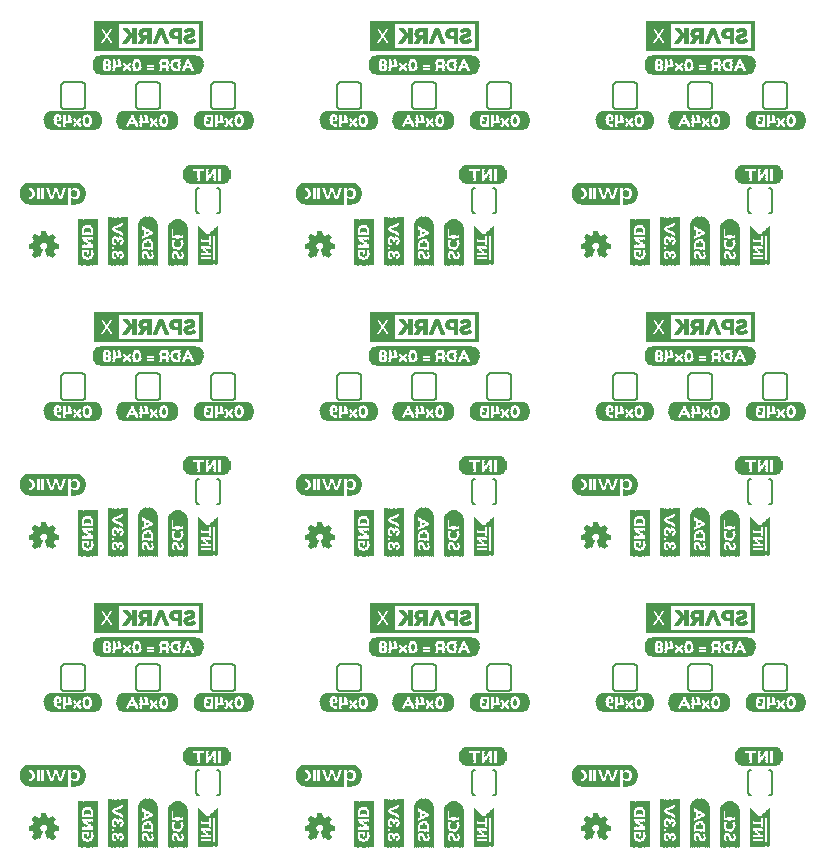
<source format=gbo>
G75*
%MOIN*%
%OFA0B0*%
%FSLAX25Y25*%
%IPPOS*%
%LPD*%
%AMOC8*
5,1,8,0,0,1.08239X$1,22.5*
%
%ADD10C,0.00600*%
%ADD11C,0.00299*%
%ADD12C,0.00800*%
%ADD13C,0.00039*%
%ADD14R,0.11181X0.00157*%
%ADD15R,0.12126X0.00157*%
%ADD16R,0.12756X0.00157*%
%ADD17R,0.13386X0.00157*%
%ADD18R,0.13701X0.00157*%
%ADD19R,0.14016X0.00157*%
%ADD20R,0.14331X0.00157*%
%ADD21R,0.14646X0.00157*%
%ADD22R,0.02992X0.00157*%
%ADD23R,0.00630X0.00157*%
%ADD24R,0.01890X0.00157*%
%ADD25R,0.00472X0.00157*%
%ADD26R,0.02835X0.00157*%
%ADD27R,0.01575X0.00157*%
%ADD28R,0.02677X0.00157*%
%ADD29R,0.01417X0.00157*%
%ADD30R,0.01260X0.00157*%
%ADD31R,0.03150X0.00157*%
%ADD32R,0.01102X0.00157*%
%ADD33R,0.04567X0.00157*%
%ADD34R,0.00945X0.00157*%
%ADD35R,0.03307X0.00157*%
%ADD36R,0.00787X0.00157*%
%ADD37R,0.04724X0.00157*%
%ADD38R,0.00315X0.00157*%
%ADD39R,0.00157X0.00157*%
%ADD40R,0.04409X0.00157*%
%ADD41R,0.04252X0.00157*%
%ADD42R,0.02205X0.00157*%
%ADD43R,0.00157X0.12913*%
%ADD44R,0.00157X0.13386*%
%ADD45R,0.00157X0.13701*%
%ADD46R,0.00157X0.14016*%
%ADD47R,0.00157X0.14173*%
%ADD48R,0.00157X0.14331*%
%ADD49R,0.00157X0.14488*%
%ADD50R,0.00157X0.02835*%
%ADD51R,0.00157X0.03307*%
%ADD52R,0.00157X0.07087*%
%ADD53R,0.00157X0.02362*%
%ADD54R,0.00157X0.01102*%
%ADD55R,0.00157X0.04882*%
%ADD56R,0.00157X0.02205*%
%ADD57R,0.00157X0.01732*%
%ADD58R,0.00157X0.00630*%
%ADD59R,0.00157X0.02047*%
%ADD60R,0.00157X0.01260*%
%ADD61R,0.00157X0.00472*%
%ADD62R,0.00157X0.00315*%
%ADD63R,0.00157X0.01890*%
%ADD64R,0.00157X0.05039*%
%ADD65R,0.00157X0.00945*%
%ADD66R,0.00157X0.01575*%
%ADD67R,0.00157X0.00787*%
%ADD68R,0.00157X0.05197*%
%ADD69R,0.00157X0.02677*%
%ADD70R,0.00157X0.03622*%
%ADD71R,0.00157X0.01417*%
%ADD72R,0.00157X0.02992*%
%ADD73R,0.00157X0.02520*%
%ADD74R,0.00157X0.12756*%
%ADD75R,0.00157X0.12598*%
%ADD76R,0.00157X0.12441*%
%ADD77R,0.00157X0.12283*%
%ADD78R,0.00157X0.11181*%
%ADD79R,0.00157X0.11024*%
%ADD80R,0.00157X0.10866*%
%ADD81R,0.00157X0.10709*%
%ADD82R,0.00157X0.03150*%
%ADD83R,0.00157X0.03465*%
%ADD84R,0.00157X0.03780*%
%ADD85R,0.00157X0.12126*%
%ADD86R,0.00157X0.15906*%
%ADD87R,0.00157X0.03937*%
%ADD88R,0.00157X0.07402*%
%ADD89R,0.00157X0.15276*%
%ADD90R,0.00157X0.13858*%
%ADD91R,0.00157X0.14646*%
%ADD92R,0.00157X0.14961*%
%ADD93R,0.00157X0.15118*%
%ADD94R,0.00157X0.15433*%
%ADD95R,0.00157X0.11969*%
%ADD96R,0.00157X0.04567*%
%ADD97R,0.00157X0.04409*%
%ADD98R,0.00157X0.04252*%
%ADD99R,0.00157X0.04094*%
%ADD100R,0.15276X0.00157*%
%ADD101R,0.16220X0.00157*%
%ADD102R,0.16850X0.00157*%
%ADD103R,0.17480X0.00157*%
%ADD104R,0.17795X0.00157*%
%ADD105R,0.18110X0.00157*%
%ADD106R,0.18425X0.00157*%
%ADD107R,0.03937X0.00157*%
%ADD108R,0.14173X0.00157*%
%ADD109R,0.03622X0.00157*%
%ADD110R,0.04882X0.00157*%
%ADD111R,0.03465X0.00157*%
%ADD112R,0.04094X0.00157*%
%ADD113R,0.02520X0.00157*%
%ADD114R,0.02362X0.00157*%
%ADD115R,0.15906X0.00157*%
%ADD116R,0.18740X0.00157*%
%ADD117R,0.19055X0.00157*%
%ADD118R,0.14803X0.00157*%
%ADD119R,0.02047X0.00157*%
%ADD120R,0.01732X0.00157*%
%ADD121R,0.03780X0.00157*%
%ADD122R,0.15591X0.00157*%
%ADD123R,0.17165X0.00157*%
%ADD124R,0.09134X0.00157*%
%ADD125R,0.32283X0.00157*%
%ADD126R,0.33228X0.00157*%
%ADD127R,0.33858X0.00157*%
%ADD128R,0.34488X0.00157*%
%ADD129R,0.34803X0.00157*%
%ADD130R,0.35118X0.00157*%
%ADD131R,0.35433X0.00157*%
%ADD132R,0.21417X0.00157*%
%ADD133R,0.07559X0.00157*%
%ADD134R,0.07244X0.00157*%
%ADD135R,0.06772X0.00157*%
%ADD136R,0.06457X0.00157*%
%ADD137R,0.06142X0.00157*%
%ADD138R,0.05984X0.00157*%
%ADD139R,0.06299X0.00157*%
%ADD140R,0.06614X0.00157*%
%ADD141R,0.06929X0.00157*%
%ADD142C,0.00050*%
D10*
X0045750Y0089350D02*
X0051750Y0089350D01*
X0051810Y0089352D01*
X0051871Y0089357D01*
X0051930Y0089366D01*
X0051989Y0089379D01*
X0052048Y0089395D01*
X0052105Y0089415D01*
X0052160Y0089438D01*
X0052215Y0089465D01*
X0052267Y0089494D01*
X0052318Y0089527D01*
X0052367Y0089563D01*
X0052413Y0089601D01*
X0052457Y0089643D01*
X0052499Y0089687D01*
X0052537Y0089733D01*
X0052573Y0089782D01*
X0052606Y0089833D01*
X0052635Y0089885D01*
X0052662Y0089940D01*
X0052685Y0089995D01*
X0052705Y0090052D01*
X0052721Y0090111D01*
X0052734Y0090170D01*
X0052743Y0090229D01*
X0052748Y0090290D01*
X0052750Y0090350D01*
X0052750Y0097150D01*
X0052748Y0097210D01*
X0052743Y0097271D01*
X0052734Y0097330D01*
X0052721Y0097389D01*
X0052705Y0097448D01*
X0052685Y0097505D01*
X0052662Y0097560D01*
X0052635Y0097615D01*
X0052606Y0097667D01*
X0052573Y0097718D01*
X0052537Y0097767D01*
X0052499Y0097813D01*
X0052457Y0097857D01*
X0052413Y0097899D01*
X0052367Y0097937D01*
X0052318Y0097973D01*
X0052267Y0098006D01*
X0052215Y0098035D01*
X0052160Y0098062D01*
X0052105Y0098085D01*
X0052048Y0098105D01*
X0051989Y0098121D01*
X0051930Y0098134D01*
X0051871Y0098143D01*
X0051810Y0098148D01*
X0051750Y0098150D01*
X0045750Y0098150D01*
X0045690Y0098148D01*
X0045629Y0098143D01*
X0045570Y0098134D01*
X0045511Y0098121D01*
X0045452Y0098105D01*
X0045395Y0098085D01*
X0045340Y0098062D01*
X0045285Y0098035D01*
X0045233Y0098006D01*
X0045182Y0097973D01*
X0045133Y0097937D01*
X0045087Y0097899D01*
X0045043Y0097857D01*
X0045001Y0097813D01*
X0044963Y0097767D01*
X0044927Y0097718D01*
X0044894Y0097667D01*
X0044865Y0097615D01*
X0044838Y0097560D01*
X0044815Y0097505D01*
X0044795Y0097448D01*
X0044779Y0097389D01*
X0044766Y0097330D01*
X0044757Y0097271D01*
X0044752Y0097210D01*
X0044750Y0097150D01*
X0044750Y0090350D01*
X0044752Y0090290D01*
X0044757Y0090229D01*
X0044766Y0090170D01*
X0044779Y0090111D01*
X0044795Y0090052D01*
X0044815Y0089995D01*
X0044838Y0089940D01*
X0044865Y0089885D01*
X0044894Y0089833D01*
X0044927Y0089782D01*
X0044963Y0089733D01*
X0045001Y0089687D01*
X0045043Y0089643D01*
X0045087Y0089601D01*
X0045133Y0089563D01*
X0045182Y0089527D01*
X0045233Y0089494D01*
X0045285Y0089465D01*
X0045340Y0089438D01*
X0045395Y0089415D01*
X0045452Y0089395D01*
X0045511Y0089379D01*
X0045570Y0089366D01*
X0045629Y0089357D01*
X0045690Y0089352D01*
X0045750Y0089350D01*
X0069750Y0090350D02*
X0069750Y0097150D01*
X0069752Y0097210D01*
X0069757Y0097271D01*
X0069766Y0097330D01*
X0069779Y0097389D01*
X0069795Y0097448D01*
X0069815Y0097505D01*
X0069838Y0097560D01*
X0069865Y0097615D01*
X0069894Y0097667D01*
X0069927Y0097718D01*
X0069963Y0097767D01*
X0070001Y0097813D01*
X0070043Y0097857D01*
X0070087Y0097899D01*
X0070133Y0097937D01*
X0070182Y0097973D01*
X0070233Y0098006D01*
X0070285Y0098035D01*
X0070340Y0098062D01*
X0070395Y0098085D01*
X0070452Y0098105D01*
X0070511Y0098121D01*
X0070570Y0098134D01*
X0070629Y0098143D01*
X0070690Y0098148D01*
X0070750Y0098150D01*
X0076750Y0098150D01*
X0076810Y0098148D01*
X0076871Y0098143D01*
X0076930Y0098134D01*
X0076989Y0098121D01*
X0077048Y0098105D01*
X0077105Y0098085D01*
X0077160Y0098062D01*
X0077215Y0098035D01*
X0077267Y0098006D01*
X0077318Y0097973D01*
X0077367Y0097937D01*
X0077413Y0097899D01*
X0077457Y0097857D01*
X0077499Y0097813D01*
X0077537Y0097767D01*
X0077573Y0097718D01*
X0077606Y0097667D01*
X0077635Y0097615D01*
X0077662Y0097560D01*
X0077685Y0097505D01*
X0077705Y0097448D01*
X0077721Y0097389D01*
X0077734Y0097330D01*
X0077743Y0097271D01*
X0077748Y0097210D01*
X0077750Y0097150D01*
X0077750Y0090350D01*
X0077748Y0090290D01*
X0077743Y0090229D01*
X0077734Y0090170D01*
X0077721Y0090111D01*
X0077705Y0090052D01*
X0077685Y0089995D01*
X0077662Y0089940D01*
X0077635Y0089885D01*
X0077606Y0089833D01*
X0077573Y0089782D01*
X0077537Y0089733D01*
X0077499Y0089687D01*
X0077457Y0089643D01*
X0077413Y0089601D01*
X0077367Y0089563D01*
X0077318Y0089527D01*
X0077267Y0089494D01*
X0077215Y0089465D01*
X0077160Y0089438D01*
X0077105Y0089415D01*
X0077048Y0089395D01*
X0076989Y0089379D01*
X0076930Y0089366D01*
X0076871Y0089357D01*
X0076810Y0089352D01*
X0076750Y0089350D01*
X0070750Y0089350D01*
X0070690Y0089352D01*
X0070629Y0089357D01*
X0070570Y0089366D01*
X0070511Y0089379D01*
X0070452Y0089395D01*
X0070395Y0089415D01*
X0070340Y0089438D01*
X0070285Y0089465D01*
X0070233Y0089494D01*
X0070182Y0089527D01*
X0070133Y0089563D01*
X0070087Y0089601D01*
X0070043Y0089643D01*
X0070001Y0089687D01*
X0069963Y0089733D01*
X0069927Y0089782D01*
X0069894Y0089833D01*
X0069865Y0089885D01*
X0069838Y0089940D01*
X0069815Y0089995D01*
X0069795Y0090052D01*
X0069779Y0090111D01*
X0069766Y0090170D01*
X0069757Y0090229D01*
X0069752Y0090290D01*
X0069750Y0090350D01*
X0094750Y0090350D02*
X0094750Y0097150D01*
X0094752Y0097210D01*
X0094757Y0097271D01*
X0094766Y0097330D01*
X0094779Y0097389D01*
X0094795Y0097448D01*
X0094815Y0097505D01*
X0094838Y0097560D01*
X0094865Y0097615D01*
X0094894Y0097667D01*
X0094927Y0097718D01*
X0094963Y0097767D01*
X0095001Y0097813D01*
X0095043Y0097857D01*
X0095087Y0097899D01*
X0095133Y0097937D01*
X0095182Y0097973D01*
X0095233Y0098006D01*
X0095285Y0098035D01*
X0095340Y0098062D01*
X0095395Y0098085D01*
X0095452Y0098105D01*
X0095511Y0098121D01*
X0095570Y0098134D01*
X0095629Y0098143D01*
X0095690Y0098148D01*
X0095750Y0098150D01*
X0101750Y0098150D01*
X0101810Y0098148D01*
X0101871Y0098143D01*
X0101930Y0098134D01*
X0101989Y0098121D01*
X0102048Y0098105D01*
X0102105Y0098085D01*
X0102160Y0098062D01*
X0102215Y0098035D01*
X0102267Y0098006D01*
X0102318Y0097973D01*
X0102367Y0097937D01*
X0102413Y0097899D01*
X0102457Y0097857D01*
X0102499Y0097813D01*
X0102537Y0097767D01*
X0102573Y0097718D01*
X0102606Y0097667D01*
X0102635Y0097615D01*
X0102662Y0097560D01*
X0102685Y0097505D01*
X0102705Y0097448D01*
X0102721Y0097389D01*
X0102734Y0097330D01*
X0102743Y0097271D01*
X0102748Y0097210D01*
X0102750Y0097150D01*
X0102750Y0090350D01*
X0102748Y0090290D01*
X0102743Y0090229D01*
X0102734Y0090170D01*
X0102721Y0090111D01*
X0102705Y0090052D01*
X0102685Y0089995D01*
X0102662Y0089940D01*
X0102635Y0089885D01*
X0102606Y0089833D01*
X0102573Y0089782D01*
X0102537Y0089733D01*
X0102499Y0089687D01*
X0102457Y0089643D01*
X0102413Y0089601D01*
X0102367Y0089563D01*
X0102318Y0089527D01*
X0102267Y0089494D01*
X0102215Y0089465D01*
X0102160Y0089438D01*
X0102105Y0089415D01*
X0102048Y0089395D01*
X0101989Y0089379D01*
X0101930Y0089366D01*
X0101871Y0089357D01*
X0101810Y0089352D01*
X0101750Y0089350D01*
X0095750Y0089350D01*
X0095690Y0089352D01*
X0095629Y0089357D01*
X0095570Y0089366D01*
X0095511Y0089379D01*
X0095452Y0089395D01*
X0095395Y0089415D01*
X0095340Y0089438D01*
X0095285Y0089465D01*
X0095233Y0089494D01*
X0095182Y0089527D01*
X0095133Y0089563D01*
X0095087Y0089601D01*
X0095043Y0089643D01*
X0095001Y0089687D01*
X0094963Y0089733D01*
X0094927Y0089782D01*
X0094894Y0089833D01*
X0094865Y0089885D01*
X0094838Y0089940D01*
X0094815Y0089995D01*
X0094795Y0090052D01*
X0094779Y0090111D01*
X0094766Y0090170D01*
X0094757Y0090229D01*
X0094752Y0090290D01*
X0094750Y0090350D01*
X0136750Y0090350D02*
X0136750Y0097150D01*
X0136752Y0097210D01*
X0136757Y0097271D01*
X0136766Y0097330D01*
X0136779Y0097389D01*
X0136795Y0097448D01*
X0136815Y0097505D01*
X0136838Y0097560D01*
X0136865Y0097615D01*
X0136894Y0097667D01*
X0136927Y0097718D01*
X0136963Y0097767D01*
X0137001Y0097813D01*
X0137043Y0097857D01*
X0137087Y0097899D01*
X0137133Y0097937D01*
X0137182Y0097973D01*
X0137233Y0098006D01*
X0137285Y0098035D01*
X0137340Y0098062D01*
X0137395Y0098085D01*
X0137452Y0098105D01*
X0137511Y0098121D01*
X0137570Y0098134D01*
X0137629Y0098143D01*
X0137690Y0098148D01*
X0137750Y0098150D01*
X0143750Y0098150D01*
X0143810Y0098148D01*
X0143871Y0098143D01*
X0143930Y0098134D01*
X0143989Y0098121D01*
X0144048Y0098105D01*
X0144105Y0098085D01*
X0144160Y0098062D01*
X0144215Y0098035D01*
X0144267Y0098006D01*
X0144318Y0097973D01*
X0144367Y0097937D01*
X0144413Y0097899D01*
X0144457Y0097857D01*
X0144499Y0097813D01*
X0144537Y0097767D01*
X0144573Y0097718D01*
X0144606Y0097667D01*
X0144635Y0097615D01*
X0144662Y0097560D01*
X0144685Y0097505D01*
X0144705Y0097448D01*
X0144721Y0097389D01*
X0144734Y0097330D01*
X0144743Y0097271D01*
X0144748Y0097210D01*
X0144750Y0097150D01*
X0144750Y0090350D01*
X0144748Y0090290D01*
X0144743Y0090229D01*
X0144734Y0090170D01*
X0144721Y0090111D01*
X0144705Y0090052D01*
X0144685Y0089995D01*
X0144662Y0089940D01*
X0144635Y0089885D01*
X0144606Y0089833D01*
X0144573Y0089782D01*
X0144537Y0089733D01*
X0144499Y0089687D01*
X0144457Y0089643D01*
X0144413Y0089601D01*
X0144367Y0089563D01*
X0144318Y0089527D01*
X0144267Y0089494D01*
X0144215Y0089465D01*
X0144160Y0089438D01*
X0144105Y0089415D01*
X0144048Y0089395D01*
X0143989Y0089379D01*
X0143930Y0089366D01*
X0143871Y0089357D01*
X0143810Y0089352D01*
X0143750Y0089350D01*
X0137750Y0089350D01*
X0137690Y0089352D01*
X0137629Y0089357D01*
X0137570Y0089366D01*
X0137511Y0089379D01*
X0137452Y0089395D01*
X0137395Y0089415D01*
X0137340Y0089438D01*
X0137285Y0089465D01*
X0137233Y0089494D01*
X0137182Y0089527D01*
X0137133Y0089563D01*
X0137087Y0089601D01*
X0137043Y0089643D01*
X0137001Y0089687D01*
X0136963Y0089733D01*
X0136927Y0089782D01*
X0136894Y0089833D01*
X0136865Y0089885D01*
X0136838Y0089940D01*
X0136815Y0089995D01*
X0136795Y0090052D01*
X0136779Y0090111D01*
X0136766Y0090170D01*
X0136757Y0090229D01*
X0136752Y0090290D01*
X0136750Y0090350D01*
X0161750Y0090350D02*
X0161750Y0097150D01*
X0161752Y0097210D01*
X0161757Y0097271D01*
X0161766Y0097330D01*
X0161779Y0097389D01*
X0161795Y0097448D01*
X0161815Y0097505D01*
X0161838Y0097560D01*
X0161865Y0097615D01*
X0161894Y0097667D01*
X0161927Y0097718D01*
X0161963Y0097767D01*
X0162001Y0097813D01*
X0162043Y0097857D01*
X0162087Y0097899D01*
X0162133Y0097937D01*
X0162182Y0097973D01*
X0162233Y0098006D01*
X0162285Y0098035D01*
X0162340Y0098062D01*
X0162395Y0098085D01*
X0162452Y0098105D01*
X0162511Y0098121D01*
X0162570Y0098134D01*
X0162629Y0098143D01*
X0162690Y0098148D01*
X0162750Y0098150D01*
X0168750Y0098150D01*
X0168810Y0098148D01*
X0168871Y0098143D01*
X0168930Y0098134D01*
X0168989Y0098121D01*
X0169048Y0098105D01*
X0169105Y0098085D01*
X0169160Y0098062D01*
X0169215Y0098035D01*
X0169267Y0098006D01*
X0169318Y0097973D01*
X0169367Y0097937D01*
X0169413Y0097899D01*
X0169457Y0097857D01*
X0169499Y0097813D01*
X0169537Y0097767D01*
X0169573Y0097718D01*
X0169606Y0097667D01*
X0169635Y0097615D01*
X0169662Y0097560D01*
X0169685Y0097505D01*
X0169705Y0097448D01*
X0169721Y0097389D01*
X0169734Y0097330D01*
X0169743Y0097271D01*
X0169748Y0097210D01*
X0169750Y0097150D01*
X0169750Y0090350D01*
X0169748Y0090290D01*
X0169743Y0090229D01*
X0169734Y0090170D01*
X0169721Y0090111D01*
X0169705Y0090052D01*
X0169685Y0089995D01*
X0169662Y0089940D01*
X0169635Y0089885D01*
X0169606Y0089833D01*
X0169573Y0089782D01*
X0169537Y0089733D01*
X0169499Y0089687D01*
X0169457Y0089643D01*
X0169413Y0089601D01*
X0169367Y0089563D01*
X0169318Y0089527D01*
X0169267Y0089494D01*
X0169215Y0089465D01*
X0169160Y0089438D01*
X0169105Y0089415D01*
X0169048Y0089395D01*
X0168989Y0089379D01*
X0168930Y0089366D01*
X0168871Y0089357D01*
X0168810Y0089352D01*
X0168750Y0089350D01*
X0162750Y0089350D01*
X0162690Y0089352D01*
X0162629Y0089357D01*
X0162570Y0089366D01*
X0162511Y0089379D01*
X0162452Y0089395D01*
X0162395Y0089415D01*
X0162340Y0089438D01*
X0162285Y0089465D01*
X0162233Y0089494D01*
X0162182Y0089527D01*
X0162133Y0089563D01*
X0162087Y0089601D01*
X0162043Y0089643D01*
X0162001Y0089687D01*
X0161963Y0089733D01*
X0161927Y0089782D01*
X0161894Y0089833D01*
X0161865Y0089885D01*
X0161838Y0089940D01*
X0161815Y0089995D01*
X0161795Y0090052D01*
X0161779Y0090111D01*
X0161766Y0090170D01*
X0161757Y0090229D01*
X0161752Y0090290D01*
X0161750Y0090350D01*
X0186750Y0090350D02*
X0186750Y0097150D01*
X0186752Y0097210D01*
X0186757Y0097271D01*
X0186766Y0097330D01*
X0186779Y0097389D01*
X0186795Y0097448D01*
X0186815Y0097505D01*
X0186838Y0097560D01*
X0186865Y0097615D01*
X0186894Y0097667D01*
X0186927Y0097718D01*
X0186963Y0097767D01*
X0187001Y0097813D01*
X0187043Y0097857D01*
X0187087Y0097899D01*
X0187133Y0097937D01*
X0187182Y0097973D01*
X0187233Y0098006D01*
X0187285Y0098035D01*
X0187340Y0098062D01*
X0187395Y0098085D01*
X0187452Y0098105D01*
X0187511Y0098121D01*
X0187570Y0098134D01*
X0187629Y0098143D01*
X0187690Y0098148D01*
X0187750Y0098150D01*
X0193750Y0098150D01*
X0193810Y0098148D01*
X0193871Y0098143D01*
X0193930Y0098134D01*
X0193989Y0098121D01*
X0194048Y0098105D01*
X0194105Y0098085D01*
X0194160Y0098062D01*
X0194215Y0098035D01*
X0194267Y0098006D01*
X0194318Y0097973D01*
X0194367Y0097937D01*
X0194413Y0097899D01*
X0194457Y0097857D01*
X0194499Y0097813D01*
X0194537Y0097767D01*
X0194573Y0097718D01*
X0194606Y0097667D01*
X0194635Y0097615D01*
X0194662Y0097560D01*
X0194685Y0097505D01*
X0194705Y0097448D01*
X0194721Y0097389D01*
X0194734Y0097330D01*
X0194743Y0097271D01*
X0194748Y0097210D01*
X0194750Y0097150D01*
X0194750Y0090350D01*
X0194748Y0090290D01*
X0194743Y0090229D01*
X0194734Y0090170D01*
X0194721Y0090111D01*
X0194705Y0090052D01*
X0194685Y0089995D01*
X0194662Y0089940D01*
X0194635Y0089885D01*
X0194606Y0089833D01*
X0194573Y0089782D01*
X0194537Y0089733D01*
X0194499Y0089687D01*
X0194457Y0089643D01*
X0194413Y0089601D01*
X0194367Y0089563D01*
X0194318Y0089527D01*
X0194267Y0089494D01*
X0194215Y0089465D01*
X0194160Y0089438D01*
X0194105Y0089415D01*
X0194048Y0089395D01*
X0193989Y0089379D01*
X0193930Y0089366D01*
X0193871Y0089357D01*
X0193810Y0089352D01*
X0193750Y0089350D01*
X0187750Y0089350D01*
X0187690Y0089352D01*
X0187629Y0089357D01*
X0187570Y0089366D01*
X0187511Y0089379D01*
X0187452Y0089395D01*
X0187395Y0089415D01*
X0187340Y0089438D01*
X0187285Y0089465D01*
X0187233Y0089494D01*
X0187182Y0089527D01*
X0187133Y0089563D01*
X0187087Y0089601D01*
X0187043Y0089643D01*
X0187001Y0089687D01*
X0186963Y0089733D01*
X0186927Y0089782D01*
X0186894Y0089833D01*
X0186865Y0089885D01*
X0186838Y0089940D01*
X0186815Y0089995D01*
X0186795Y0090052D01*
X0186779Y0090111D01*
X0186766Y0090170D01*
X0186757Y0090229D01*
X0186752Y0090290D01*
X0186750Y0090350D01*
X0228750Y0090350D02*
X0228750Y0097150D01*
X0228752Y0097210D01*
X0228757Y0097271D01*
X0228766Y0097330D01*
X0228779Y0097389D01*
X0228795Y0097448D01*
X0228815Y0097505D01*
X0228838Y0097560D01*
X0228865Y0097615D01*
X0228894Y0097667D01*
X0228927Y0097718D01*
X0228963Y0097767D01*
X0229001Y0097813D01*
X0229043Y0097857D01*
X0229087Y0097899D01*
X0229133Y0097937D01*
X0229182Y0097973D01*
X0229233Y0098006D01*
X0229285Y0098035D01*
X0229340Y0098062D01*
X0229395Y0098085D01*
X0229452Y0098105D01*
X0229511Y0098121D01*
X0229570Y0098134D01*
X0229629Y0098143D01*
X0229690Y0098148D01*
X0229750Y0098150D01*
X0235750Y0098150D01*
X0235810Y0098148D01*
X0235871Y0098143D01*
X0235930Y0098134D01*
X0235989Y0098121D01*
X0236048Y0098105D01*
X0236105Y0098085D01*
X0236160Y0098062D01*
X0236215Y0098035D01*
X0236267Y0098006D01*
X0236318Y0097973D01*
X0236367Y0097937D01*
X0236413Y0097899D01*
X0236457Y0097857D01*
X0236499Y0097813D01*
X0236537Y0097767D01*
X0236573Y0097718D01*
X0236606Y0097667D01*
X0236635Y0097615D01*
X0236662Y0097560D01*
X0236685Y0097505D01*
X0236705Y0097448D01*
X0236721Y0097389D01*
X0236734Y0097330D01*
X0236743Y0097271D01*
X0236748Y0097210D01*
X0236750Y0097150D01*
X0236750Y0090350D01*
X0236748Y0090290D01*
X0236743Y0090229D01*
X0236734Y0090170D01*
X0236721Y0090111D01*
X0236705Y0090052D01*
X0236685Y0089995D01*
X0236662Y0089940D01*
X0236635Y0089885D01*
X0236606Y0089833D01*
X0236573Y0089782D01*
X0236537Y0089733D01*
X0236499Y0089687D01*
X0236457Y0089643D01*
X0236413Y0089601D01*
X0236367Y0089563D01*
X0236318Y0089527D01*
X0236267Y0089494D01*
X0236215Y0089465D01*
X0236160Y0089438D01*
X0236105Y0089415D01*
X0236048Y0089395D01*
X0235989Y0089379D01*
X0235930Y0089366D01*
X0235871Y0089357D01*
X0235810Y0089352D01*
X0235750Y0089350D01*
X0229750Y0089350D01*
X0229690Y0089352D01*
X0229629Y0089357D01*
X0229570Y0089366D01*
X0229511Y0089379D01*
X0229452Y0089395D01*
X0229395Y0089415D01*
X0229340Y0089438D01*
X0229285Y0089465D01*
X0229233Y0089494D01*
X0229182Y0089527D01*
X0229133Y0089563D01*
X0229087Y0089601D01*
X0229043Y0089643D01*
X0229001Y0089687D01*
X0228963Y0089733D01*
X0228927Y0089782D01*
X0228894Y0089833D01*
X0228865Y0089885D01*
X0228838Y0089940D01*
X0228815Y0089995D01*
X0228795Y0090052D01*
X0228779Y0090111D01*
X0228766Y0090170D01*
X0228757Y0090229D01*
X0228752Y0090290D01*
X0228750Y0090350D01*
X0253750Y0090350D02*
X0253750Y0097150D01*
X0253752Y0097210D01*
X0253757Y0097271D01*
X0253766Y0097330D01*
X0253779Y0097389D01*
X0253795Y0097448D01*
X0253815Y0097505D01*
X0253838Y0097560D01*
X0253865Y0097615D01*
X0253894Y0097667D01*
X0253927Y0097718D01*
X0253963Y0097767D01*
X0254001Y0097813D01*
X0254043Y0097857D01*
X0254087Y0097899D01*
X0254133Y0097937D01*
X0254182Y0097973D01*
X0254233Y0098006D01*
X0254285Y0098035D01*
X0254340Y0098062D01*
X0254395Y0098085D01*
X0254452Y0098105D01*
X0254511Y0098121D01*
X0254570Y0098134D01*
X0254629Y0098143D01*
X0254690Y0098148D01*
X0254750Y0098150D01*
X0260750Y0098150D01*
X0260810Y0098148D01*
X0260871Y0098143D01*
X0260930Y0098134D01*
X0260989Y0098121D01*
X0261048Y0098105D01*
X0261105Y0098085D01*
X0261160Y0098062D01*
X0261215Y0098035D01*
X0261267Y0098006D01*
X0261318Y0097973D01*
X0261367Y0097937D01*
X0261413Y0097899D01*
X0261457Y0097857D01*
X0261499Y0097813D01*
X0261537Y0097767D01*
X0261573Y0097718D01*
X0261606Y0097667D01*
X0261635Y0097615D01*
X0261662Y0097560D01*
X0261685Y0097505D01*
X0261705Y0097448D01*
X0261721Y0097389D01*
X0261734Y0097330D01*
X0261743Y0097271D01*
X0261748Y0097210D01*
X0261750Y0097150D01*
X0261750Y0090350D01*
X0261748Y0090290D01*
X0261743Y0090229D01*
X0261734Y0090170D01*
X0261721Y0090111D01*
X0261705Y0090052D01*
X0261685Y0089995D01*
X0261662Y0089940D01*
X0261635Y0089885D01*
X0261606Y0089833D01*
X0261573Y0089782D01*
X0261537Y0089733D01*
X0261499Y0089687D01*
X0261457Y0089643D01*
X0261413Y0089601D01*
X0261367Y0089563D01*
X0261318Y0089527D01*
X0261267Y0089494D01*
X0261215Y0089465D01*
X0261160Y0089438D01*
X0261105Y0089415D01*
X0261048Y0089395D01*
X0260989Y0089379D01*
X0260930Y0089366D01*
X0260871Y0089357D01*
X0260810Y0089352D01*
X0260750Y0089350D01*
X0254750Y0089350D01*
X0254690Y0089352D01*
X0254629Y0089357D01*
X0254570Y0089366D01*
X0254511Y0089379D01*
X0254452Y0089395D01*
X0254395Y0089415D01*
X0254340Y0089438D01*
X0254285Y0089465D01*
X0254233Y0089494D01*
X0254182Y0089527D01*
X0254133Y0089563D01*
X0254087Y0089601D01*
X0254043Y0089643D01*
X0254001Y0089687D01*
X0253963Y0089733D01*
X0253927Y0089782D01*
X0253894Y0089833D01*
X0253865Y0089885D01*
X0253838Y0089940D01*
X0253815Y0089995D01*
X0253795Y0090052D01*
X0253779Y0090111D01*
X0253766Y0090170D01*
X0253757Y0090229D01*
X0253752Y0090290D01*
X0253750Y0090350D01*
X0278750Y0090350D02*
X0278750Y0097150D01*
X0278752Y0097210D01*
X0278757Y0097271D01*
X0278766Y0097330D01*
X0278779Y0097389D01*
X0278795Y0097448D01*
X0278815Y0097505D01*
X0278838Y0097560D01*
X0278865Y0097615D01*
X0278894Y0097667D01*
X0278927Y0097718D01*
X0278963Y0097767D01*
X0279001Y0097813D01*
X0279043Y0097857D01*
X0279087Y0097899D01*
X0279133Y0097937D01*
X0279182Y0097973D01*
X0279233Y0098006D01*
X0279285Y0098035D01*
X0279340Y0098062D01*
X0279395Y0098085D01*
X0279452Y0098105D01*
X0279511Y0098121D01*
X0279570Y0098134D01*
X0279629Y0098143D01*
X0279690Y0098148D01*
X0279750Y0098150D01*
X0285750Y0098150D01*
X0285810Y0098148D01*
X0285871Y0098143D01*
X0285930Y0098134D01*
X0285989Y0098121D01*
X0286048Y0098105D01*
X0286105Y0098085D01*
X0286160Y0098062D01*
X0286215Y0098035D01*
X0286267Y0098006D01*
X0286318Y0097973D01*
X0286367Y0097937D01*
X0286413Y0097899D01*
X0286457Y0097857D01*
X0286499Y0097813D01*
X0286537Y0097767D01*
X0286573Y0097718D01*
X0286606Y0097667D01*
X0286635Y0097615D01*
X0286662Y0097560D01*
X0286685Y0097505D01*
X0286705Y0097448D01*
X0286721Y0097389D01*
X0286734Y0097330D01*
X0286743Y0097271D01*
X0286748Y0097210D01*
X0286750Y0097150D01*
X0286750Y0090350D01*
X0286748Y0090290D01*
X0286743Y0090229D01*
X0286734Y0090170D01*
X0286721Y0090111D01*
X0286705Y0090052D01*
X0286685Y0089995D01*
X0286662Y0089940D01*
X0286635Y0089885D01*
X0286606Y0089833D01*
X0286573Y0089782D01*
X0286537Y0089733D01*
X0286499Y0089687D01*
X0286457Y0089643D01*
X0286413Y0089601D01*
X0286367Y0089563D01*
X0286318Y0089527D01*
X0286267Y0089494D01*
X0286215Y0089465D01*
X0286160Y0089438D01*
X0286105Y0089415D01*
X0286048Y0089395D01*
X0285989Y0089379D01*
X0285930Y0089366D01*
X0285871Y0089357D01*
X0285810Y0089352D01*
X0285750Y0089350D01*
X0279750Y0089350D01*
X0279690Y0089352D01*
X0279629Y0089357D01*
X0279570Y0089366D01*
X0279511Y0089379D01*
X0279452Y0089395D01*
X0279395Y0089415D01*
X0279340Y0089438D01*
X0279285Y0089465D01*
X0279233Y0089494D01*
X0279182Y0089527D01*
X0279133Y0089563D01*
X0279087Y0089601D01*
X0279043Y0089643D01*
X0279001Y0089687D01*
X0278963Y0089733D01*
X0278927Y0089782D01*
X0278894Y0089833D01*
X0278865Y0089885D01*
X0278838Y0089940D01*
X0278815Y0089995D01*
X0278795Y0090052D01*
X0278779Y0090111D01*
X0278766Y0090170D01*
X0278757Y0090229D01*
X0278752Y0090290D01*
X0278750Y0090350D01*
X0279750Y0186350D02*
X0285750Y0186350D01*
X0285810Y0186352D01*
X0285871Y0186357D01*
X0285930Y0186366D01*
X0285989Y0186379D01*
X0286048Y0186395D01*
X0286105Y0186415D01*
X0286160Y0186438D01*
X0286215Y0186465D01*
X0286267Y0186494D01*
X0286318Y0186527D01*
X0286367Y0186563D01*
X0286413Y0186601D01*
X0286457Y0186643D01*
X0286499Y0186687D01*
X0286537Y0186733D01*
X0286573Y0186782D01*
X0286606Y0186833D01*
X0286635Y0186885D01*
X0286662Y0186940D01*
X0286685Y0186995D01*
X0286705Y0187052D01*
X0286721Y0187111D01*
X0286734Y0187170D01*
X0286743Y0187229D01*
X0286748Y0187290D01*
X0286750Y0187350D01*
X0286750Y0194150D01*
X0286748Y0194210D01*
X0286743Y0194271D01*
X0286734Y0194330D01*
X0286721Y0194389D01*
X0286705Y0194448D01*
X0286685Y0194505D01*
X0286662Y0194560D01*
X0286635Y0194615D01*
X0286606Y0194667D01*
X0286573Y0194718D01*
X0286537Y0194767D01*
X0286499Y0194813D01*
X0286457Y0194857D01*
X0286413Y0194899D01*
X0286367Y0194937D01*
X0286318Y0194973D01*
X0286267Y0195006D01*
X0286215Y0195035D01*
X0286160Y0195062D01*
X0286105Y0195085D01*
X0286048Y0195105D01*
X0285989Y0195121D01*
X0285930Y0195134D01*
X0285871Y0195143D01*
X0285810Y0195148D01*
X0285750Y0195150D01*
X0279750Y0195150D01*
X0279690Y0195148D01*
X0279629Y0195143D01*
X0279570Y0195134D01*
X0279511Y0195121D01*
X0279452Y0195105D01*
X0279395Y0195085D01*
X0279340Y0195062D01*
X0279285Y0195035D01*
X0279233Y0195006D01*
X0279182Y0194973D01*
X0279133Y0194937D01*
X0279087Y0194899D01*
X0279043Y0194857D01*
X0279001Y0194813D01*
X0278963Y0194767D01*
X0278927Y0194718D01*
X0278894Y0194667D01*
X0278865Y0194615D01*
X0278838Y0194560D01*
X0278815Y0194505D01*
X0278795Y0194448D01*
X0278779Y0194389D01*
X0278766Y0194330D01*
X0278757Y0194271D01*
X0278752Y0194210D01*
X0278750Y0194150D01*
X0278750Y0187350D01*
X0278752Y0187290D01*
X0278757Y0187229D01*
X0278766Y0187170D01*
X0278779Y0187111D01*
X0278795Y0187052D01*
X0278815Y0186995D01*
X0278838Y0186940D01*
X0278865Y0186885D01*
X0278894Y0186833D01*
X0278927Y0186782D01*
X0278963Y0186733D01*
X0279001Y0186687D01*
X0279043Y0186643D01*
X0279087Y0186601D01*
X0279133Y0186563D01*
X0279182Y0186527D01*
X0279233Y0186494D01*
X0279285Y0186465D01*
X0279340Y0186438D01*
X0279395Y0186415D01*
X0279452Y0186395D01*
X0279511Y0186379D01*
X0279570Y0186366D01*
X0279629Y0186357D01*
X0279690Y0186352D01*
X0279750Y0186350D01*
X0261750Y0187350D02*
X0261750Y0194150D01*
X0261748Y0194210D01*
X0261743Y0194271D01*
X0261734Y0194330D01*
X0261721Y0194389D01*
X0261705Y0194448D01*
X0261685Y0194505D01*
X0261662Y0194560D01*
X0261635Y0194615D01*
X0261606Y0194667D01*
X0261573Y0194718D01*
X0261537Y0194767D01*
X0261499Y0194813D01*
X0261457Y0194857D01*
X0261413Y0194899D01*
X0261367Y0194937D01*
X0261318Y0194973D01*
X0261267Y0195006D01*
X0261215Y0195035D01*
X0261160Y0195062D01*
X0261105Y0195085D01*
X0261048Y0195105D01*
X0260989Y0195121D01*
X0260930Y0195134D01*
X0260871Y0195143D01*
X0260810Y0195148D01*
X0260750Y0195150D01*
X0254750Y0195150D01*
X0254690Y0195148D01*
X0254629Y0195143D01*
X0254570Y0195134D01*
X0254511Y0195121D01*
X0254452Y0195105D01*
X0254395Y0195085D01*
X0254340Y0195062D01*
X0254285Y0195035D01*
X0254233Y0195006D01*
X0254182Y0194973D01*
X0254133Y0194937D01*
X0254087Y0194899D01*
X0254043Y0194857D01*
X0254001Y0194813D01*
X0253963Y0194767D01*
X0253927Y0194718D01*
X0253894Y0194667D01*
X0253865Y0194615D01*
X0253838Y0194560D01*
X0253815Y0194505D01*
X0253795Y0194448D01*
X0253779Y0194389D01*
X0253766Y0194330D01*
X0253757Y0194271D01*
X0253752Y0194210D01*
X0253750Y0194150D01*
X0253750Y0187350D01*
X0253752Y0187290D01*
X0253757Y0187229D01*
X0253766Y0187170D01*
X0253779Y0187111D01*
X0253795Y0187052D01*
X0253815Y0186995D01*
X0253838Y0186940D01*
X0253865Y0186885D01*
X0253894Y0186833D01*
X0253927Y0186782D01*
X0253963Y0186733D01*
X0254001Y0186687D01*
X0254043Y0186643D01*
X0254087Y0186601D01*
X0254133Y0186563D01*
X0254182Y0186527D01*
X0254233Y0186494D01*
X0254285Y0186465D01*
X0254340Y0186438D01*
X0254395Y0186415D01*
X0254452Y0186395D01*
X0254511Y0186379D01*
X0254570Y0186366D01*
X0254629Y0186357D01*
X0254690Y0186352D01*
X0254750Y0186350D01*
X0260750Y0186350D01*
X0260810Y0186352D01*
X0260871Y0186357D01*
X0260930Y0186366D01*
X0260989Y0186379D01*
X0261048Y0186395D01*
X0261105Y0186415D01*
X0261160Y0186438D01*
X0261215Y0186465D01*
X0261267Y0186494D01*
X0261318Y0186527D01*
X0261367Y0186563D01*
X0261413Y0186601D01*
X0261457Y0186643D01*
X0261499Y0186687D01*
X0261537Y0186733D01*
X0261573Y0186782D01*
X0261606Y0186833D01*
X0261635Y0186885D01*
X0261662Y0186940D01*
X0261685Y0186995D01*
X0261705Y0187052D01*
X0261721Y0187111D01*
X0261734Y0187170D01*
X0261743Y0187229D01*
X0261748Y0187290D01*
X0261750Y0187350D01*
X0236750Y0187350D02*
X0236750Y0194150D01*
X0236748Y0194210D01*
X0236743Y0194271D01*
X0236734Y0194330D01*
X0236721Y0194389D01*
X0236705Y0194448D01*
X0236685Y0194505D01*
X0236662Y0194560D01*
X0236635Y0194615D01*
X0236606Y0194667D01*
X0236573Y0194718D01*
X0236537Y0194767D01*
X0236499Y0194813D01*
X0236457Y0194857D01*
X0236413Y0194899D01*
X0236367Y0194937D01*
X0236318Y0194973D01*
X0236267Y0195006D01*
X0236215Y0195035D01*
X0236160Y0195062D01*
X0236105Y0195085D01*
X0236048Y0195105D01*
X0235989Y0195121D01*
X0235930Y0195134D01*
X0235871Y0195143D01*
X0235810Y0195148D01*
X0235750Y0195150D01*
X0229750Y0195150D01*
X0229690Y0195148D01*
X0229629Y0195143D01*
X0229570Y0195134D01*
X0229511Y0195121D01*
X0229452Y0195105D01*
X0229395Y0195085D01*
X0229340Y0195062D01*
X0229285Y0195035D01*
X0229233Y0195006D01*
X0229182Y0194973D01*
X0229133Y0194937D01*
X0229087Y0194899D01*
X0229043Y0194857D01*
X0229001Y0194813D01*
X0228963Y0194767D01*
X0228927Y0194718D01*
X0228894Y0194667D01*
X0228865Y0194615D01*
X0228838Y0194560D01*
X0228815Y0194505D01*
X0228795Y0194448D01*
X0228779Y0194389D01*
X0228766Y0194330D01*
X0228757Y0194271D01*
X0228752Y0194210D01*
X0228750Y0194150D01*
X0228750Y0187350D01*
X0228752Y0187290D01*
X0228757Y0187229D01*
X0228766Y0187170D01*
X0228779Y0187111D01*
X0228795Y0187052D01*
X0228815Y0186995D01*
X0228838Y0186940D01*
X0228865Y0186885D01*
X0228894Y0186833D01*
X0228927Y0186782D01*
X0228963Y0186733D01*
X0229001Y0186687D01*
X0229043Y0186643D01*
X0229087Y0186601D01*
X0229133Y0186563D01*
X0229182Y0186527D01*
X0229233Y0186494D01*
X0229285Y0186465D01*
X0229340Y0186438D01*
X0229395Y0186415D01*
X0229452Y0186395D01*
X0229511Y0186379D01*
X0229570Y0186366D01*
X0229629Y0186357D01*
X0229690Y0186352D01*
X0229750Y0186350D01*
X0235750Y0186350D01*
X0235810Y0186352D01*
X0235871Y0186357D01*
X0235930Y0186366D01*
X0235989Y0186379D01*
X0236048Y0186395D01*
X0236105Y0186415D01*
X0236160Y0186438D01*
X0236215Y0186465D01*
X0236267Y0186494D01*
X0236318Y0186527D01*
X0236367Y0186563D01*
X0236413Y0186601D01*
X0236457Y0186643D01*
X0236499Y0186687D01*
X0236537Y0186733D01*
X0236573Y0186782D01*
X0236606Y0186833D01*
X0236635Y0186885D01*
X0236662Y0186940D01*
X0236685Y0186995D01*
X0236705Y0187052D01*
X0236721Y0187111D01*
X0236734Y0187170D01*
X0236743Y0187229D01*
X0236748Y0187290D01*
X0236750Y0187350D01*
X0194750Y0187350D02*
X0194750Y0194150D01*
X0194748Y0194210D01*
X0194743Y0194271D01*
X0194734Y0194330D01*
X0194721Y0194389D01*
X0194705Y0194448D01*
X0194685Y0194505D01*
X0194662Y0194560D01*
X0194635Y0194615D01*
X0194606Y0194667D01*
X0194573Y0194718D01*
X0194537Y0194767D01*
X0194499Y0194813D01*
X0194457Y0194857D01*
X0194413Y0194899D01*
X0194367Y0194937D01*
X0194318Y0194973D01*
X0194267Y0195006D01*
X0194215Y0195035D01*
X0194160Y0195062D01*
X0194105Y0195085D01*
X0194048Y0195105D01*
X0193989Y0195121D01*
X0193930Y0195134D01*
X0193871Y0195143D01*
X0193810Y0195148D01*
X0193750Y0195150D01*
X0187750Y0195150D01*
X0187690Y0195148D01*
X0187629Y0195143D01*
X0187570Y0195134D01*
X0187511Y0195121D01*
X0187452Y0195105D01*
X0187395Y0195085D01*
X0187340Y0195062D01*
X0187285Y0195035D01*
X0187233Y0195006D01*
X0187182Y0194973D01*
X0187133Y0194937D01*
X0187087Y0194899D01*
X0187043Y0194857D01*
X0187001Y0194813D01*
X0186963Y0194767D01*
X0186927Y0194718D01*
X0186894Y0194667D01*
X0186865Y0194615D01*
X0186838Y0194560D01*
X0186815Y0194505D01*
X0186795Y0194448D01*
X0186779Y0194389D01*
X0186766Y0194330D01*
X0186757Y0194271D01*
X0186752Y0194210D01*
X0186750Y0194150D01*
X0186750Y0187350D01*
X0186752Y0187290D01*
X0186757Y0187229D01*
X0186766Y0187170D01*
X0186779Y0187111D01*
X0186795Y0187052D01*
X0186815Y0186995D01*
X0186838Y0186940D01*
X0186865Y0186885D01*
X0186894Y0186833D01*
X0186927Y0186782D01*
X0186963Y0186733D01*
X0187001Y0186687D01*
X0187043Y0186643D01*
X0187087Y0186601D01*
X0187133Y0186563D01*
X0187182Y0186527D01*
X0187233Y0186494D01*
X0187285Y0186465D01*
X0187340Y0186438D01*
X0187395Y0186415D01*
X0187452Y0186395D01*
X0187511Y0186379D01*
X0187570Y0186366D01*
X0187629Y0186357D01*
X0187690Y0186352D01*
X0187750Y0186350D01*
X0193750Y0186350D01*
X0193810Y0186352D01*
X0193871Y0186357D01*
X0193930Y0186366D01*
X0193989Y0186379D01*
X0194048Y0186395D01*
X0194105Y0186415D01*
X0194160Y0186438D01*
X0194215Y0186465D01*
X0194267Y0186494D01*
X0194318Y0186527D01*
X0194367Y0186563D01*
X0194413Y0186601D01*
X0194457Y0186643D01*
X0194499Y0186687D01*
X0194537Y0186733D01*
X0194573Y0186782D01*
X0194606Y0186833D01*
X0194635Y0186885D01*
X0194662Y0186940D01*
X0194685Y0186995D01*
X0194705Y0187052D01*
X0194721Y0187111D01*
X0194734Y0187170D01*
X0194743Y0187229D01*
X0194748Y0187290D01*
X0194750Y0187350D01*
X0169750Y0187350D02*
X0169750Y0194150D01*
X0169748Y0194210D01*
X0169743Y0194271D01*
X0169734Y0194330D01*
X0169721Y0194389D01*
X0169705Y0194448D01*
X0169685Y0194505D01*
X0169662Y0194560D01*
X0169635Y0194615D01*
X0169606Y0194667D01*
X0169573Y0194718D01*
X0169537Y0194767D01*
X0169499Y0194813D01*
X0169457Y0194857D01*
X0169413Y0194899D01*
X0169367Y0194937D01*
X0169318Y0194973D01*
X0169267Y0195006D01*
X0169215Y0195035D01*
X0169160Y0195062D01*
X0169105Y0195085D01*
X0169048Y0195105D01*
X0168989Y0195121D01*
X0168930Y0195134D01*
X0168871Y0195143D01*
X0168810Y0195148D01*
X0168750Y0195150D01*
X0162750Y0195150D01*
X0162690Y0195148D01*
X0162629Y0195143D01*
X0162570Y0195134D01*
X0162511Y0195121D01*
X0162452Y0195105D01*
X0162395Y0195085D01*
X0162340Y0195062D01*
X0162285Y0195035D01*
X0162233Y0195006D01*
X0162182Y0194973D01*
X0162133Y0194937D01*
X0162087Y0194899D01*
X0162043Y0194857D01*
X0162001Y0194813D01*
X0161963Y0194767D01*
X0161927Y0194718D01*
X0161894Y0194667D01*
X0161865Y0194615D01*
X0161838Y0194560D01*
X0161815Y0194505D01*
X0161795Y0194448D01*
X0161779Y0194389D01*
X0161766Y0194330D01*
X0161757Y0194271D01*
X0161752Y0194210D01*
X0161750Y0194150D01*
X0161750Y0187350D01*
X0161752Y0187290D01*
X0161757Y0187229D01*
X0161766Y0187170D01*
X0161779Y0187111D01*
X0161795Y0187052D01*
X0161815Y0186995D01*
X0161838Y0186940D01*
X0161865Y0186885D01*
X0161894Y0186833D01*
X0161927Y0186782D01*
X0161963Y0186733D01*
X0162001Y0186687D01*
X0162043Y0186643D01*
X0162087Y0186601D01*
X0162133Y0186563D01*
X0162182Y0186527D01*
X0162233Y0186494D01*
X0162285Y0186465D01*
X0162340Y0186438D01*
X0162395Y0186415D01*
X0162452Y0186395D01*
X0162511Y0186379D01*
X0162570Y0186366D01*
X0162629Y0186357D01*
X0162690Y0186352D01*
X0162750Y0186350D01*
X0168750Y0186350D01*
X0168810Y0186352D01*
X0168871Y0186357D01*
X0168930Y0186366D01*
X0168989Y0186379D01*
X0169048Y0186395D01*
X0169105Y0186415D01*
X0169160Y0186438D01*
X0169215Y0186465D01*
X0169267Y0186494D01*
X0169318Y0186527D01*
X0169367Y0186563D01*
X0169413Y0186601D01*
X0169457Y0186643D01*
X0169499Y0186687D01*
X0169537Y0186733D01*
X0169573Y0186782D01*
X0169606Y0186833D01*
X0169635Y0186885D01*
X0169662Y0186940D01*
X0169685Y0186995D01*
X0169705Y0187052D01*
X0169721Y0187111D01*
X0169734Y0187170D01*
X0169743Y0187229D01*
X0169748Y0187290D01*
X0169750Y0187350D01*
X0144750Y0187350D02*
X0144750Y0194150D01*
X0144748Y0194210D01*
X0144743Y0194271D01*
X0144734Y0194330D01*
X0144721Y0194389D01*
X0144705Y0194448D01*
X0144685Y0194505D01*
X0144662Y0194560D01*
X0144635Y0194615D01*
X0144606Y0194667D01*
X0144573Y0194718D01*
X0144537Y0194767D01*
X0144499Y0194813D01*
X0144457Y0194857D01*
X0144413Y0194899D01*
X0144367Y0194937D01*
X0144318Y0194973D01*
X0144267Y0195006D01*
X0144215Y0195035D01*
X0144160Y0195062D01*
X0144105Y0195085D01*
X0144048Y0195105D01*
X0143989Y0195121D01*
X0143930Y0195134D01*
X0143871Y0195143D01*
X0143810Y0195148D01*
X0143750Y0195150D01*
X0137750Y0195150D01*
X0137690Y0195148D01*
X0137629Y0195143D01*
X0137570Y0195134D01*
X0137511Y0195121D01*
X0137452Y0195105D01*
X0137395Y0195085D01*
X0137340Y0195062D01*
X0137285Y0195035D01*
X0137233Y0195006D01*
X0137182Y0194973D01*
X0137133Y0194937D01*
X0137087Y0194899D01*
X0137043Y0194857D01*
X0137001Y0194813D01*
X0136963Y0194767D01*
X0136927Y0194718D01*
X0136894Y0194667D01*
X0136865Y0194615D01*
X0136838Y0194560D01*
X0136815Y0194505D01*
X0136795Y0194448D01*
X0136779Y0194389D01*
X0136766Y0194330D01*
X0136757Y0194271D01*
X0136752Y0194210D01*
X0136750Y0194150D01*
X0136750Y0187350D01*
X0136752Y0187290D01*
X0136757Y0187229D01*
X0136766Y0187170D01*
X0136779Y0187111D01*
X0136795Y0187052D01*
X0136815Y0186995D01*
X0136838Y0186940D01*
X0136865Y0186885D01*
X0136894Y0186833D01*
X0136927Y0186782D01*
X0136963Y0186733D01*
X0137001Y0186687D01*
X0137043Y0186643D01*
X0137087Y0186601D01*
X0137133Y0186563D01*
X0137182Y0186527D01*
X0137233Y0186494D01*
X0137285Y0186465D01*
X0137340Y0186438D01*
X0137395Y0186415D01*
X0137452Y0186395D01*
X0137511Y0186379D01*
X0137570Y0186366D01*
X0137629Y0186357D01*
X0137690Y0186352D01*
X0137750Y0186350D01*
X0143750Y0186350D01*
X0143810Y0186352D01*
X0143871Y0186357D01*
X0143930Y0186366D01*
X0143989Y0186379D01*
X0144048Y0186395D01*
X0144105Y0186415D01*
X0144160Y0186438D01*
X0144215Y0186465D01*
X0144267Y0186494D01*
X0144318Y0186527D01*
X0144367Y0186563D01*
X0144413Y0186601D01*
X0144457Y0186643D01*
X0144499Y0186687D01*
X0144537Y0186733D01*
X0144573Y0186782D01*
X0144606Y0186833D01*
X0144635Y0186885D01*
X0144662Y0186940D01*
X0144685Y0186995D01*
X0144705Y0187052D01*
X0144721Y0187111D01*
X0144734Y0187170D01*
X0144743Y0187229D01*
X0144748Y0187290D01*
X0144750Y0187350D01*
X0102750Y0187350D02*
X0102750Y0194150D01*
X0102748Y0194210D01*
X0102743Y0194271D01*
X0102734Y0194330D01*
X0102721Y0194389D01*
X0102705Y0194448D01*
X0102685Y0194505D01*
X0102662Y0194560D01*
X0102635Y0194615D01*
X0102606Y0194667D01*
X0102573Y0194718D01*
X0102537Y0194767D01*
X0102499Y0194813D01*
X0102457Y0194857D01*
X0102413Y0194899D01*
X0102367Y0194937D01*
X0102318Y0194973D01*
X0102267Y0195006D01*
X0102215Y0195035D01*
X0102160Y0195062D01*
X0102105Y0195085D01*
X0102048Y0195105D01*
X0101989Y0195121D01*
X0101930Y0195134D01*
X0101871Y0195143D01*
X0101810Y0195148D01*
X0101750Y0195150D01*
X0095750Y0195150D01*
X0095690Y0195148D01*
X0095629Y0195143D01*
X0095570Y0195134D01*
X0095511Y0195121D01*
X0095452Y0195105D01*
X0095395Y0195085D01*
X0095340Y0195062D01*
X0095285Y0195035D01*
X0095233Y0195006D01*
X0095182Y0194973D01*
X0095133Y0194937D01*
X0095087Y0194899D01*
X0095043Y0194857D01*
X0095001Y0194813D01*
X0094963Y0194767D01*
X0094927Y0194718D01*
X0094894Y0194667D01*
X0094865Y0194615D01*
X0094838Y0194560D01*
X0094815Y0194505D01*
X0094795Y0194448D01*
X0094779Y0194389D01*
X0094766Y0194330D01*
X0094757Y0194271D01*
X0094752Y0194210D01*
X0094750Y0194150D01*
X0094750Y0187350D01*
X0094752Y0187290D01*
X0094757Y0187229D01*
X0094766Y0187170D01*
X0094779Y0187111D01*
X0094795Y0187052D01*
X0094815Y0186995D01*
X0094838Y0186940D01*
X0094865Y0186885D01*
X0094894Y0186833D01*
X0094927Y0186782D01*
X0094963Y0186733D01*
X0095001Y0186687D01*
X0095043Y0186643D01*
X0095087Y0186601D01*
X0095133Y0186563D01*
X0095182Y0186527D01*
X0095233Y0186494D01*
X0095285Y0186465D01*
X0095340Y0186438D01*
X0095395Y0186415D01*
X0095452Y0186395D01*
X0095511Y0186379D01*
X0095570Y0186366D01*
X0095629Y0186357D01*
X0095690Y0186352D01*
X0095750Y0186350D01*
X0101750Y0186350D01*
X0101810Y0186352D01*
X0101871Y0186357D01*
X0101930Y0186366D01*
X0101989Y0186379D01*
X0102048Y0186395D01*
X0102105Y0186415D01*
X0102160Y0186438D01*
X0102215Y0186465D01*
X0102267Y0186494D01*
X0102318Y0186527D01*
X0102367Y0186563D01*
X0102413Y0186601D01*
X0102457Y0186643D01*
X0102499Y0186687D01*
X0102537Y0186733D01*
X0102573Y0186782D01*
X0102606Y0186833D01*
X0102635Y0186885D01*
X0102662Y0186940D01*
X0102685Y0186995D01*
X0102705Y0187052D01*
X0102721Y0187111D01*
X0102734Y0187170D01*
X0102743Y0187229D01*
X0102748Y0187290D01*
X0102750Y0187350D01*
X0077750Y0187350D02*
X0077750Y0194150D01*
X0077748Y0194210D01*
X0077743Y0194271D01*
X0077734Y0194330D01*
X0077721Y0194389D01*
X0077705Y0194448D01*
X0077685Y0194505D01*
X0077662Y0194560D01*
X0077635Y0194615D01*
X0077606Y0194667D01*
X0077573Y0194718D01*
X0077537Y0194767D01*
X0077499Y0194813D01*
X0077457Y0194857D01*
X0077413Y0194899D01*
X0077367Y0194937D01*
X0077318Y0194973D01*
X0077267Y0195006D01*
X0077215Y0195035D01*
X0077160Y0195062D01*
X0077105Y0195085D01*
X0077048Y0195105D01*
X0076989Y0195121D01*
X0076930Y0195134D01*
X0076871Y0195143D01*
X0076810Y0195148D01*
X0076750Y0195150D01*
X0070750Y0195150D01*
X0070690Y0195148D01*
X0070629Y0195143D01*
X0070570Y0195134D01*
X0070511Y0195121D01*
X0070452Y0195105D01*
X0070395Y0195085D01*
X0070340Y0195062D01*
X0070285Y0195035D01*
X0070233Y0195006D01*
X0070182Y0194973D01*
X0070133Y0194937D01*
X0070087Y0194899D01*
X0070043Y0194857D01*
X0070001Y0194813D01*
X0069963Y0194767D01*
X0069927Y0194718D01*
X0069894Y0194667D01*
X0069865Y0194615D01*
X0069838Y0194560D01*
X0069815Y0194505D01*
X0069795Y0194448D01*
X0069779Y0194389D01*
X0069766Y0194330D01*
X0069757Y0194271D01*
X0069752Y0194210D01*
X0069750Y0194150D01*
X0069750Y0187350D01*
X0069752Y0187290D01*
X0069757Y0187229D01*
X0069766Y0187170D01*
X0069779Y0187111D01*
X0069795Y0187052D01*
X0069815Y0186995D01*
X0069838Y0186940D01*
X0069865Y0186885D01*
X0069894Y0186833D01*
X0069927Y0186782D01*
X0069963Y0186733D01*
X0070001Y0186687D01*
X0070043Y0186643D01*
X0070087Y0186601D01*
X0070133Y0186563D01*
X0070182Y0186527D01*
X0070233Y0186494D01*
X0070285Y0186465D01*
X0070340Y0186438D01*
X0070395Y0186415D01*
X0070452Y0186395D01*
X0070511Y0186379D01*
X0070570Y0186366D01*
X0070629Y0186357D01*
X0070690Y0186352D01*
X0070750Y0186350D01*
X0076750Y0186350D01*
X0076810Y0186352D01*
X0076871Y0186357D01*
X0076930Y0186366D01*
X0076989Y0186379D01*
X0077048Y0186395D01*
X0077105Y0186415D01*
X0077160Y0186438D01*
X0077215Y0186465D01*
X0077267Y0186494D01*
X0077318Y0186527D01*
X0077367Y0186563D01*
X0077413Y0186601D01*
X0077457Y0186643D01*
X0077499Y0186687D01*
X0077537Y0186733D01*
X0077573Y0186782D01*
X0077606Y0186833D01*
X0077635Y0186885D01*
X0077662Y0186940D01*
X0077685Y0186995D01*
X0077705Y0187052D01*
X0077721Y0187111D01*
X0077734Y0187170D01*
X0077743Y0187229D01*
X0077748Y0187290D01*
X0077750Y0187350D01*
X0052750Y0187350D02*
X0052750Y0194150D01*
X0052748Y0194210D01*
X0052743Y0194271D01*
X0052734Y0194330D01*
X0052721Y0194389D01*
X0052705Y0194448D01*
X0052685Y0194505D01*
X0052662Y0194560D01*
X0052635Y0194615D01*
X0052606Y0194667D01*
X0052573Y0194718D01*
X0052537Y0194767D01*
X0052499Y0194813D01*
X0052457Y0194857D01*
X0052413Y0194899D01*
X0052367Y0194937D01*
X0052318Y0194973D01*
X0052267Y0195006D01*
X0052215Y0195035D01*
X0052160Y0195062D01*
X0052105Y0195085D01*
X0052048Y0195105D01*
X0051989Y0195121D01*
X0051930Y0195134D01*
X0051871Y0195143D01*
X0051810Y0195148D01*
X0051750Y0195150D01*
X0045750Y0195150D01*
X0045690Y0195148D01*
X0045629Y0195143D01*
X0045570Y0195134D01*
X0045511Y0195121D01*
X0045452Y0195105D01*
X0045395Y0195085D01*
X0045340Y0195062D01*
X0045285Y0195035D01*
X0045233Y0195006D01*
X0045182Y0194973D01*
X0045133Y0194937D01*
X0045087Y0194899D01*
X0045043Y0194857D01*
X0045001Y0194813D01*
X0044963Y0194767D01*
X0044927Y0194718D01*
X0044894Y0194667D01*
X0044865Y0194615D01*
X0044838Y0194560D01*
X0044815Y0194505D01*
X0044795Y0194448D01*
X0044779Y0194389D01*
X0044766Y0194330D01*
X0044757Y0194271D01*
X0044752Y0194210D01*
X0044750Y0194150D01*
X0044750Y0187350D01*
X0044752Y0187290D01*
X0044757Y0187229D01*
X0044766Y0187170D01*
X0044779Y0187111D01*
X0044795Y0187052D01*
X0044815Y0186995D01*
X0044838Y0186940D01*
X0044865Y0186885D01*
X0044894Y0186833D01*
X0044927Y0186782D01*
X0044963Y0186733D01*
X0045001Y0186687D01*
X0045043Y0186643D01*
X0045087Y0186601D01*
X0045133Y0186563D01*
X0045182Y0186527D01*
X0045233Y0186494D01*
X0045285Y0186465D01*
X0045340Y0186438D01*
X0045395Y0186415D01*
X0045452Y0186395D01*
X0045511Y0186379D01*
X0045570Y0186366D01*
X0045629Y0186357D01*
X0045690Y0186352D01*
X0045750Y0186350D01*
X0051750Y0186350D01*
X0051810Y0186352D01*
X0051871Y0186357D01*
X0051930Y0186366D01*
X0051989Y0186379D01*
X0052048Y0186395D01*
X0052105Y0186415D01*
X0052160Y0186438D01*
X0052215Y0186465D01*
X0052267Y0186494D01*
X0052318Y0186527D01*
X0052367Y0186563D01*
X0052413Y0186601D01*
X0052457Y0186643D01*
X0052499Y0186687D01*
X0052537Y0186733D01*
X0052573Y0186782D01*
X0052606Y0186833D01*
X0052635Y0186885D01*
X0052662Y0186940D01*
X0052685Y0186995D01*
X0052705Y0187052D01*
X0052721Y0187111D01*
X0052734Y0187170D01*
X0052743Y0187229D01*
X0052748Y0187290D01*
X0052750Y0187350D01*
X0051750Y0283350D02*
X0045750Y0283350D01*
X0045690Y0283352D01*
X0045629Y0283357D01*
X0045570Y0283366D01*
X0045511Y0283379D01*
X0045452Y0283395D01*
X0045395Y0283415D01*
X0045340Y0283438D01*
X0045285Y0283465D01*
X0045233Y0283494D01*
X0045182Y0283527D01*
X0045133Y0283563D01*
X0045087Y0283601D01*
X0045043Y0283643D01*
X0045001Y0283687D01*
X0044963Y0283733D01*
X0044927Y0283782D01*
X0044894Y0283833D01*
X0044865Y0283885D01*
X0044838Y0283940D01*
X0044815Y0283995D01*
X0044795Y0284052D01*
X0044779Y0284111D01*
X0044766Y0284170D01*
X0044757Y0284229D01*
X0044752Y0284290D01*
X0044750Y0284350D01*
X0044750Y0291150D01*
X0044752Y0291210D01*
X0044757Y0291271D01*
X0044766Y0291330D01*
X0044779Y0291389D01*
X0044795Y0291448D01*
X0044815Y0291505D01*
X0044838Y0291560D01*
X0044865Y0291615D01*
X0044894Y0291667D01*
X0044927Y0291718D01*
X0044963Y0291767D01*
X0045001Y0291813D01*
X0045043Y0291857D01*
X0045087Y0291899D01*
X0045133Y0291937D01*
X0045182Y0291973D01*
X0045233Y0292006D01*
X0045285Y0292035D01*
X0045340Y0292062D01*
X0045395Y0292085D01*
X0045452Y0292105D01*
X0045511Y0292121D01*
X0045570Y0292134D01*
X0045629Y0292143D01*
X0045690Y0292148D01*
X0045750Y0292150D01*
X0051750Y0292150D01*
X0051810Y0292148D01*
X0051871Y0292143D01*
X0051930Y0292134D01*
X0051989Y0292121D01*
X0052048Y0292105D01*
X0052105Y0292085D01*
X0052160Y0292062D01*
X0052215Y0292035D01*
X0052267Y0292006D01*
X0052318Y0291973D01*
X0052367Y0291937D01*
X0052413Y0291899D01*
X0052457Y0291857D01*
X0052499Y0291813D01*
X0052537Y0291767D01*
X0052573Y0291718D01*
X0052606Y0291667D01*
X0052635Y0291615D01*
X0052662Y0291560D01*
X0052685Y0291505D01*
X0052705Y0291448D01*
X0052721Y0291389D01*
X0052734Y0291330D01*
X0052743Y0291271D01*
X0052748Y0291210D01*
X0052750Y0291150D01*
X0052750Y0284350D01*
X0052748Y0284290D01*
X0052743Y0284229D01*
X0052734Y0284170D01*
X0052721Y0284111D01*
X0052705Y0284052D01*
X0052685Y0283995D01*
X0052662Y0283940D01*
X0052635Y0283885D01*
X0052606Y0283833D01*
X0052573Y0283782D01*
X0052537Y0283733D01*
X0052499Y0283687D01*
X0052457Y0283643D01*
X0052413Y0283601D01*
X0052367Y0283563D01*
X0052318Y0283527D01*
X0052267Y0283494D01*
X0052215Y0283465D01*
X0052160Y0283438D01*
X0052105Y0283415D01*
X0052048Y0283395D01*
X0051989Y0283379D01*
X0051930Y0283366D01*
X0051871Y0283357D01*
X0051810Y0283352D01*
X0051750Y0283350D01*
X0069750Y0284350D02*
X0069750Y0291150D01*
X0069752Y0291210D01*
X0069757Y0291271D01*
X0069766Y0291330D01*
X0069779Y0291389D01*
X0069795Y0291448D01*
X0069815Y0291505D01*
X0069838Y0291560D01*
X0069865Y0291615D01*
X0069894Y0291667D01*
X0069927Y0291718D01*
X0069963Y0291767D01*
X0070001Y0291813D01*
X0070043Y0291857D01*
X0070087Y0291899D01*
X0070133Y0291937D01*
X0070182Y0291973D01*
X0070233Y0292006D01*
X0070285Y0292035D01*
X0070340Y0292062D01*
X0070395Y0292085D01*
X0070452Y0292105D01*
X0070511Y0292121D01*
X0070570Y0292134D01*
X0070629Y0292143D01*
X0070690Y0292148D01*
X0070750Y0292150D01*
X0076750Y0292150D01*
X0076810Y0292148D01*
X0076871Y0292143D01*
X0076930Y0292134D01*
X0076989Y0292121D01*
X0077048Y0292105D01*
X0077105Y0292085D01*
X0077160Y0292062D01*
X0077215Y0292035D01*
X0077267Y0292006D01*
X0077318Y0291973D01*
X0077367Y0291937D01*
X0077413Y0291899D01*
X0077457Y0291857D01*
X0077499Y0291813D01*
X0077537Y0291767D01*
X0077573Y0291718D01*
X0077606Y0291667D01*
X0077635Y0291615D01*
X0077662Y0291560D01*
X0077685Y0291505D01*
X0077705Y0291448D01*
X0077721Y0291389D01*
X0077734Y0291330D01*
X0077743Y0291271D01*
X0077748Y0291210D01*
X0077750Y0291150D01*
X0077750Y0284350D01*
X0077748Y0284290D01*
X0077743Y0284229D01*
X0077734Y0284170D01*
X0077721Y0284111D01*
X0077705Y0284052D01*
X0077685Y0283995D01*
X0077662Y0283940D01*
X0077635Y0283885D01*
X0077606Y0283833D01*
X0077573Y0283782D01*
X0077537Y0283733D01*
X0077499Y0283687D01*
X0077457Y0283643D01*
X0077413Y0283601D01*
X0077367Y0283563D01*
X0077318Y0283527D01*
X0077267Y0283494D01*
X0077215Y0283465D01*
X0077160Y0283438D01*
X0077105Y0283415D01*
X0077048Y0283395D01*
X0076989Y0283379D01*
X0076930Y0283366D01*
X0076871Y0283357D01*
X0076810Y0283352D01*
X0076750Y0283350D01*
X0070750Y0283350D01*
X0070690Y0283352D01*
X0070629Y0283357D01*
X0070570Y0283366D01*
X0070511Y0283379D01*
X0070452Y0283395D01*
X0070395Y0283415D01*
X0070340Y0283438D01*
X0070285Y0283465D01*
X0070233Y0283494D01*
X0070182Y0283527D01*
X0070133Y0283563D01*
X0070087Y0283601D01*
X0070043Y0283643D01*
X0070001Y0283687D01*
X0069963Y0283733D01*
X0069927Y0283782D01*
X0069894Y0283833D01*
X0069865Y0283885D01*
X0069838Y0283940D01*
X0069815Y0283995D01*
X0069795Y0284052D01*
X0069779Y0284111D01*
X0069766Y0284170D01*
X0069757Y0284229D01*
X0069752Y0284290D01*
X0069750Y0284350D01*
X0094750Y0284350D02*
X0094750Y0291150D01*
X0094752Y0291210D01*
X0094757Y0291271D01*
X0094766Y0291330D01*
X0094779Y0291389D01*
X0094795Y0291448D01*
X0094815Y0291505D01*
X0094838Y0291560D01*
X0094865Y0291615D01*
X0094894Y0291667D01*
X0094927Y0291718D01*
X0094963Y0291767D01*
X0095001Y0291813D01*
X0095043Y0291857D01*
X0095087Y0291899D01*
X0095133Y0291937D01*
X0095182Y0291973D01*
X0095233Y0292006D01*
X0095285Y0292035D01*
X0095340Y0292062D01*
X0095395Y0292085D01*
X0095452Y0292105D01*
X0095511Y0292121D01*
X0095570Y0292134D01*
X0095629Y0292143D01*
X0095690Y0292148D01*
X0095750Y0292150D01*
X0101750Y0292150D01*
X0101810Y0292148D01*
X0101871Y0292143D01*
X0101930Y0292134D01*
X0101989Y0292121D01*
X0102048Y0292105D01*
X0102105Y0292085D01*
X0102160Y0292062D01*
X0102215Y0292035D01*
X0102267Y0292006D01*
X0102318Y0291973D01*
X0102367Y0291937D01*
X0102413Y0291899D01*
X0102457Y0291857D01*
X0102499Y0291813D01*
X0102537Y0291767D01*
X0102573Y0291718D01*
X0102606Y0291667D01*
X0102635Y0291615D01*
X0102662Y0291560D01*
X0102685Y0291505D01*
X0102705Y0291448D01*
X0102721Y0291389D01*
X0102734Y0291330D01*
X0102743Y0291271D01*
X0102748Y0291210D01*
X0102750Y0291150D01*
X0102750Y0284350D01*
X0102748Y0284290D01*
X0102743Y0284229D01*
X0102734Y0284170D01*
X0102721Y0284111D01*
X0102705Y0284052D01*
X0102685Y0283995D01*
X0102662Y0283940D01*
X0102635Y0283885D01*
X0102606Y0283833D01*
X0102573Y0283782D01*
X0102537Y0283733D01*
X0102499Y0283687D01*
X0102457Y0283643D01*
X0102413Y0283601D01*
X0102367Y0283563D01*
X0102318Y0283527D01*
X0102267Y0283494D01*
X0102215Y0283465D01*
X0102160Y0283438D01*
X0102105Y0283415D01*
X0102048Y0283395D01*
X0101989Y0283379D01*
X0101930Y0283366D01*
X0101871Y0283357D01*
X0101810Y0283352D01*
X0101750Y0283350D01*
X0095750Y0283350D01*
X0095690Y0283352D01*
X0095629Y0283357D01*
X0095570Y0283366D01*
X0095511Y0283379D01*
X0095452Y0283395D01*
X0095395Y0283415D01*
X0095340Y0283438D01*
X0095285Y0283465D01*
X0095233Y0283494D01*
X0095182Y0283527D01*
X0095133Y0283563D01*
X0095087Y0283601D01*
X0095043Y0283643D01*
X0095001Y0283687D01*
X0094963Y0283733D01*
X0094927Y0283782D01*
X0094894Y0283833D01*
X0094865Y0283885D01*
X0094838Y0283940D01*
X0094815Y0283995D01*
X0094795Y0284052D01*
X0094779Y0284111D01*
X0094766Y0284170D01*
X0094757Y0284229D01*
X0094752Y0284290D01*
X0094750Y0284350D01*
X0136750Y0284350D02*
X0136750Y0291150D01*
X0136752Y0291210D01*
X0136757Y0291271D01*
X0136766Y0291330D01*
X0136779Y0291389D01*
X0136795Y0291448D01*
X0136815Y0291505D01*
X0136838Y0291560D01*
X0136865Y0291615D01*
X0136894Y0291667D01*
X0136927Y0291718D01*
X0136963Y0291767D01*
X0137001Y0291813D01*
X0137043Y0291857D01*
X0137087Y0291899D01*
X0137133Y0291937D01*
X0137182Y0291973D01*
X0137233Y0292006D01*
X0137285Y0292035D01*
X0137340Y0292062D01*
X0137395Y0292085D01*
X0137452Y0292105D01*
X0137511Y0292121D01*
X0137570Y0292134D01*
X0137629Y0292143D01*
X0137690Y0292148D01*
X0137750Y0292150D01*
X0143750Y0292150D01*
X0143810Y0292148D01*
X0143871Y0292143D01*
X0143930Y0292134D01*
X0143989Y0292121D01*
X0144048Y0292105D01*
X0144105Y0292085D01*
X0144160Y0292062D01*
X0144215Y0292035D01*
X0144267Y0292006D01*
X0144318Y0291973D01*
X0144367Y0291937D01*
X0144413Y0291899D01*
X0144457Y0291857D01*
X0144499Y0291813D01*
X0144537Y0291767D01*
X0144573Y0291718D01*
X0144606Y0291667D01*
X0144635Y0291615D01*
X0144662Y0291560D01*
X0144685Y0291505D01*
X0144705Y0291448D01*
X0144721Y0291389D01*
X0144734Y0291330D01*
X0144743Y0291271D01*
X0144748Y0291210D01*
X0144750Y0291150D01*
X0144750Y0284350D01*
X0144748Y0284290D01*
X0144743Y0284229D01*
X0144734Y0284170D01*
X0144721Y0284111D01*
X0144705Y0284052D01*
X0144685Y0283995D01*
X0144662Y0283940D01*
X0144635Y0283885D01*
X0144606Y0283833D01*
X0144573Y0283782D01*
X0144537Y0283733D01*
X0144499Y0283687D01*
X0144457Y0283643D01*
X0144413Y0283601D01*
X0144367Y0283563D01*
X0144318Y0283527D01*
X0144267Y0283494D01*
X0144215Y0283465D01*
X0144160Y0283438D01*
X0144105Y0283415D01*
X0144048Y0283395D01*
X0143989Y0283379D01*
X0143930Y0283366D01*
X0143871Y0283357D01*
X0143810Y0283352D01*
X0143750Y0283350D01*
X0137750Y0283350D01*
X0137690Y0283352D01*
X0137629Y0283357D01*
X0137570Y0283366D01*
X0137511Y0283379D01*
X0137452Y0283395D01*
X0137395Y0283415D01*
X0137340Y0283438D01*
X0137285Y0283465D01*
X0137233Y0283494D01*
X0137182Y0283527D01*
X0137133Y0283563D01*
X0137087Y0283601D01*
X0137043Y0283643D01*
X0137001Y0283687D01*
X0136963Y0283733D01*
X0136927Y0283782D01*
X0136894Y0283833D01*
X0136865Y0283885D01*
X0136838Y0283940D01*
X0136815Y0283995D01*
X0136795Y0284052D01*
X0136779Y0284111D01*
X0136766Y0284170D01*
X0136757Y0284229D01*
X0136752Y0284290D01*
X0136750Y0284350D01*
X0161750Y0284350D02*
X0161750Y0291150D01*
X0161752Y0291210D01*
X0161757Y0291271D01*
X0161766Y0291330D01*
X0161779Y0291389D01*
X0161795Y0291448D01*
X0161815Y0291505D01*
X0161838Y0291560D01*
X0161865Y0291615D01*
X0161894Y0291667D01*
X0161927Y0291718D01*
X0161963Y0291767D01*
X0162001Y0291813D01*
X0162043Y0291857D01*
X0162087Y0291899D01*
X0162133Y0291937D01*
X0162182Y0291973D01*
X0162233Y0292006D01*
X0162285Y0292035D01*
X0162340Y0292062D01*
X0162395Y0292085D01*
X0162452Y0292105D01*
X0162511Y0292121D01*
X0162570Y0292134D01*
X0162629Y0292143D01*
X0162690Y0292148D01*
X0162750Y0292150D01*
X0168750Y0292150D01*
X0168810Y0292148D01*
X0168871Y0292143D01*
X0168930Y0292134D01*
X0168989Y0292121D01*
X0169048Y0292105D01*
X0169105Y0292085D01*
X0169160Y0292062D01*
X0169215Y0292035D01*
X0169267Y0292006D01*
X0169318Y0291973D01*
X0169367Y0291937D01*
X0169413Y0291899D01*
X0169457Y0291857D01*
X0169499Y0291813D01*
X0169537Y0291767D01*
X0169573Y0291718D01*
X0169606Y0291667D01*
X0169635Y0291615D01*
X0169662Y0291560D01*
X0169685Y0291505D01*
X0169705Y0291448D01*
X0169721Y0291389D01*
X0169734Y0291330D01*
X0169743Y0291271D01*
X0169748Y0291210D01*
X0169750Y0291150D01*
X0169750Y0284350D01*
X0169748Y0284290D01*
X0169743Y0284229D01*
X0169734Y0284170D01*
X0169721Y0284111D01*
X0169705Y0284052D01*
X0169685Y0283995D01*
X0169662Y0283940D01*
X0169635Y0283885D01*
X0169606Y0283833D01*
X0169573Y0283782D01*
X0169537Y0283733D01*
X0169499Y0283687D01*
X0169457Y0283643D01*
X0169413Y0283601D01*
X0169367Y0283563D01*
X0169318Y0283527D01*
X0169267Y0283494D01*
X0169215Y0283465D01*
X0169160Y0283438D01*
X0169105Y0283415D01*
X0169048Y0283395D01*
X0168989Y0283379D01*
X0168930Y0283366D01*
X0168871Y0283357D01*
X0168810Y0283352D01*
X0168750Y0283350D01*
X0162750Y0283350D01*
X0162690Y0283352D01*
X0162629Y0283357D01*
X0162570Y0283366D01*
X0162511Y0283379D01*
X0162452Y0283395D01*
X0162395Y0283415D01*
X0162340Y0283438D01*
X0162285Y0283465D01*
X0162233Y0283494D01*
X0162182Y0283527D01*
X0162133Y0283563D01*
X0162087Y0283601D01*
X0162043Y0283643D01*
X0162001Y0283687D01*
X0161963Y0283733D01*
X0161927Y0283782D01*
X0161894Y0283833D01*
X0161865Y0283885D01*
X0161838Y0283940D01*
X0161815Y0283995D01*
X0161795Y0284052D01*
X0161779Y0284111D01*
X0161766Y0284170D01*
X0161757Y0284229D01*
X0161752Y0284290D01*
X0161750Y0284350D01*
X0186750Y0284350D02*
X0186750Y0291150D01*
X0186752Y0291210D01*
X0186757Y0291271D01*
X0186766Y0291330D01*
X0186779Y0291389D01*
X0186795Y0291448D01*
X0186815Y0291505D01*
X0186838Y0291560D01*
X0186865Y0291615D01*
X0186894Y0291667D01*
X0186927Y0291718D01*
X0186963Y0291767D01*
X0187001Y0291813D01*
X0187043Y0291857D01*
X0187087Y0291899D01*
X0187133Y0291937D01*
X0187182Y0291973D01*
X0187233Y0292006D01*
X0187285Y0292035D01*
X0187340Y0292062D01*
X0187395Y0292085D01*
X0187452Y0292105D01*
X0187511Y0292121D01*
X0187570Y0292134D01*
X0187629Y0292143D01*
X0187690Y0292148D01*
X0187750Y0292150D01*
X0193750Y0292150D01*
X0193810Y0292148D01*
X0193871Y0292143D01*
X0193930Y0292134D01*
X0193989Y0292121D01*
X0194048Y0292105D01*
X0194105Y0292085D01*
X0194160Y0292062D01*
X0194215Y0292035D01*
X0194267Y0292006D01*
X0194318Y0291973D01*
X0194367Y0291937D01*
X0194413Y0291899D01*
X0194457Y0291857D01*
X0194499Y0291813D01*
X0194537Y0291767D01*
X0194573Y0291718D01*
X0194606Y0291667D01*
X0194635Y0291615D01*
X0194662Y0291560D01*
X0194685Y0291505D01*
X0194705Y0291448D01*
X0194721Y0291389D01*
X0194734Y0291330D01*
X0194743Y0291271D01*
X0194748Y0291210D01*
X0194750Y0291150D01*
X0194750Y0284350D01*
X0194748Y0284290D01*
X0194743Y0284229D01*
X0194734Y0284170D01*
X0194721Y0284111D01*
X0194705Y0284052D01*
X0194685Y0283995D01*
X0194662Y0283940D01*
X0194635Y0283885D01*
X0194606Y0283833D01*
X0194573Y0283782D01*
X0194537Y0283733D01*
X0194499Y0283687D01*
X0194457Y0283643D01*
X0194413Y0283601D01*
X0194367Y0283563D01*
X0194318Y0283527D01*
X0194267Y0283494D01*
X0194215Y0283465D01*
X0194160Y0283438D01*
X0194105Y0283415D01*
X0194048Y0283395D01*
X0193989Y0283379D01*
X0193930Y0283366D01*
X0193871Y0283357D01*
X0193810Y0283352D01*
X0193750Y0283350D01*
X0187750Y0283350D01*
X0187690Y0283352D01*
X0187629Y0283357D01*
X0187570Y0283366D01*
X0187511Y0283379D01*
X0187452Y0283395D01*
X0187395Y0283415D01*
X0187340Y0283438D01*
X0187285Y0283465D01*
X0187233Y0283494D01*
X0187182Y0283527D01*
X0187133Y0283563D01*
X0187087Y0283601D01*
X0187043Y0283643D01*
X0187001Y0283687D01*
X0186963Y0283733D01*
X0186927Y0283782D01*
X0186894Y0283833D01*
X0186865Y0283885D01*
X0186838Y0283940D01*
X0186815Y0283995D01*
X0186795Y0284052D01*
X0186779Y0284111D01*
X0186766Y0284170D01*
X0186757Y0284229D01*
X0186752Y0284290D01*
X0186750Y0284350D01*
X0228750Y0284350D02*
X0228750Y0291150D01*
X0228752Y0291210D01*
X0228757Y0291271D01*
X0228766Y0291330D01*
X0228779Y0291389D01*
X0228795Y0291448D01*
X0228815Y0291505D01*
X0228838Y0291560D01*
X0228865Y0291615D01*
X0228894Y0291667D01*
X0228927Y0291718D01*
X0228963Y0291767D01*
X0229001Y0291813D01*
X0229043Y0291857D01*
X0229087Y0291899D01*
X0229133Y0291937D01*
X0229182Y0291973D01*
X0229233Y0292006D01*
X0229285Y0292035D01*
X0229340Y0292062D01*
X0229395Y0292085D01*
X0229452Y0292105D01*
X0229511Y0292121D01*
X0229570Y0292134D01*
X0229629Y0292143D01*
X0229690Y0292148D01*
X0229750Y0292150D01*
X0235750Y0292150D01*
X0235810Y0292148D01*
X0235871Y0292143D01*
X0235930Y0292134D01*
X0235989Y0292121D01*
X0236048Y0292105D01*
X0236105Y0292085D01*
X0236160Y0292062D01*
X0236215Y0292035D01*
X0236267Y0292006D01*
X0236318Y0291973D01*
X0236367Y0291937D01*
X0236413Y0291899D01*
X0236457Y0291857D01*
X0236499Y0291813D01*
X0236537Y0291767D01*
X0236573Y0291718D01*
X0236606Y0291667D01*
X0236635Y0291615D01*
X0236662Y0291560D01*
X0236685Y0291505D01*
X0236705Y0291448D01*
X0236721Y0291389D01*
X0236734Y0291330D01*
X0236743Y0291271D01*
X0236748Y0291210D01*
X0236750Y0291150D01*
X0236750Y0284350D01*
X0236748Y0284290D01*
X0236743Y0284229D01*
X0236734Y0284170D01*
X0236721Y0284111D01*
X0236705Y0284052D01*
X0236685Y0283995D01*
X0236662Y0283940D01*
X0236635Y0283885D01*
X0236606Y0283833D01*
X0236573Y0283782D01*
X0236537Y0283733D01*
X0236499Y0283687D01*
X0236457Y0283643D01*
X0236413Y0283601D01*
X0236367Y0283563D01*
X0236318Y0283527D01*
X0236267Y0283494D01*
X0236215Y0283465D01*
X0236160Y0283438D01*
X0236105Y0283415D01*
X0236048Y0283395D01*
X0235989Y0283379D01*
X0235930Y0283366D01*
X0235871Y0283357D01*
X0235810Y0283352D01*
X0235750Y0283350D01*
X0229750Y0283350D01*
X0229690Y0283352D01*
X0229629Y0283357D01*
X0229570Y0283366D01*
X0229511Y0283379D01*
X0229452Y0283395D01*
X0229395Y0283415D01*
X0229340Y0283438D01*
X0229285Y0283465D01*
X0229233Y0283494D01*
X0229182Y0283527D01*
X0229133Y0283563D01*
X0229087Y0283601D01*
X0229043Y0283643D01*
X0229001Y0283687D01*
X0228963Y0283733D01*
X0228927Y0283782D01*
X0228894Y0283833D01*
X0228865Y0283885D01*
X0228838Y0283940D01*
X0228815Y0283995D01*
X0228795Y0284052D01*
X0228779Y0284111D01*
X0228766Y0284170D01*
X0228757Y0284229D01*
X0228752Y0284290D01*
X0228750Y0284350D01*
X0253750Y0284350D02*
X0253750Y0291150D01*
X0253752Y0291210D01*
X0253757Y0291271D01*
X0253766Y0291330D01*
X0253779Y0291389D01*
X0253795Y0291448D01*
X0253815Y0291505D01*
X0253838Y0291560D01*
X0253865Y0291615D01*
X0253894Y0291667D01*
X0253927Y0291718D01*
X0253963Y0291767D01*
X0254001Y0291813D01*
X0254043Y0291857D01*
X0254087Y0291899D01*
X0254133Y0291937D01*
X0254182Y0291973D01*
X0254233Y0292006D01*
X0254285Y0292035D01*
X0254340Y0292062D01*
X0254395Y0292085D01*
X0254452Y0292105D01*
X0254511Y0292121D01*
X0254570Y0292134D01*
X0254629Y0292143D01*
X0254690Y0292148D01*
X0254750Y0292150D01*
X0260750Y0292150D01*
X0260810Y0292148D01*
X0260871Y0292143D01*
X0260930Y0292134D01*
X0260989Y0292121D01*
X0261048Y0292105D01*
X0261105Y0292085D01*
X0261160Y0292062D01*
X0261215Y0292035D01*
X0261267Y0292006D01*
X0261318Y0291973D01*
X0261367Y0291937D01*
X0261413Y0291899D01*
X0261457Y0291857D01*
X0261499Y0291813D01*
X0261537Y0291767D01*
X0261573Y0291718D01*
X0261606Y0291667D01*
X0261635Y0291615D01*
X0261662Y0291560D01*
X0261685Y0291505D01*
X0261705Y0291448D01*
X0261721Y0291389D01*
X0261734Y0291330D01*
X0261743Y0291271D01*
X0261748Y0291210D01*
X0261750Y0291150D01*
X0261750Y0284350D01*
X0261748Y0284290D01*
X0261743Y0284229D01*
X0261734Y0284170D01*
X0261721Y0284111D01*
X0261705Y0284052D01*
X0261685Y0283995D01*
X0261662Y0283940D01*
X0261635Y0283885D01*
X0261606Y0283833D01*
X0261573Y0283782D01*
X0261537Y0283733D01*
X0261499Y0283687D01*
X0261457Y0283643D01*
X0261413Y0283601D01*
X0261367Y0283563D01*
X0261318Y0283527D01*
X0261267Y0283494D01*
X0261215Y0283465D01*
X0261160Y0283438D01*
X0261105Y0283415D01*
X0261048Y0283395D01*
X0260989Y0283379D01*
X0260930Y0283366D01*
X0260871Y0283357D01*
X0260810Y0283352D01*
X0260750Y0283350D01*
X0254750Y0283350D01*
X0254690Y0283352D01*
X0254629Y0283357D01*
X0254570Y0283366D01*
X0254511Y0283379D01*
X0254452Y0283395D01*
X0254395Y0283415D01*
X0254340Y0283438D01*
X0254285Y0283465D01*
X0254233Y0283494D01*
X0254182Y0283527D01*
X0254133Y0283563D01*
X0254087Y0283601D01*
X0254043Y0283643D01*
X0254001Y0283687D01*
X0253963Y0283733D01*
X0253927Y0283782D01*
X0253894Y0283833D01*
X0253865Y0283885D01*
X0253838Y0283940D01*
X0253815Y0283995D01*
X0253795Y0284052D01*
X0253779Y0284111D01*
X0253766Y0284170D01*
X0253757Y0284229D01*
X0253752Y0284290D01*
X0253750Y0284350D01*
X0278750Y0284350D02*
X0278750Y0291150D01*
X0278752Y0291210D01*
X0278757Y0291271D01*
X0278766Y0291330D01*
X0278779Y0291389D01*
X0278795Y0291448D01*
X0278815Y0291505D01*
X0278838Y0291560D01*
X0278865Y0291615D01*
X0278894Y0291667D01*
X0278927Y0291718D01*
X0278963Y0291767D01*
X0279001Y0291813D01*
X0279043Y0291857D01*
X0279087Y0291899D01*
X0279133Y0291937D01*
X0279182Y0291973D01*
X0279233Y0292006D01*
X0279285Y0292035D01*
X0279340Y0292062D01*
X0279395Y0292085D01*
X0279452Y0292105D01*
X0279511Y0292121D01*
X0279570Y0292134D01*
X0279629Y0292143D01*
X0279690Y0292148D01*
X0279750Y0292150D01*
X0285750Y0292150D01*
X0285810Y0292148D01*
X0285871Y0292143D01*
X0285930Y0292134D01*
X0285989Y0292121D01*
X0286048Y0292105D01*
X0286105Y0292085D01*
X0286160Y0292062D01*
X0286215Y0292035D01*
X0286267Y0292006D01*
X0286318Y0291973D01*
X0286367Y0291937D01*
X0286413Y0291899D01*
X0286457Y0291857D01*
X0286499Y0291813D01*
X0286537Y0291767D01*
X0286573Y0291718D01*
X0286606Y0291667D01*
X0286635Y0291615D01*
X0286662Y0291560D01*
X0286685Y0291505D01*
X0286705Y0291448D01*
X0286721Y0291389D01*
X0286734Y0291330D01*
X0286743Y0291271D01*
X0286748Y0291210D01*
X0286750Y0291150D01*
X0286750Y0284350D01*
X0286748Y0284290D01*
X0286743Y0284229D01*
X0286734Y0284170D01*
X0286721Y0284111D01*
X0286705Y0284052D01*
X0286685Y0283995D01*
X0286662Y0283940D01*
X0286635Y0283885D01*
X0286606Y0283833D01*
X0286573Y0283782D01*
X0286537Y0283733D01*
X0286499Y0283687D01*
X0286457Y0283643D01*
X0286413Y0283601D01*
X0286367Y0283563D01*
X0286318Y0283527D01*
X0286267Y0283494D01*
X0286215Y0283465D01*
X0286160Y0283438D01*
X0286105Y0283415D01*
X0286048Y0283395D01*
X0285989Y0283379D01*
X0285930Y0283366D01*
X0285871Y0283357D01*
X0285810Y0283352D01*
X0285750Y0283350D01*
X0279750Y0283350D01*
X0279690Y0283352D01*
X0279629Y0283357D01*
X0279570Y0283366D01*
X0279511Y0283379D01*
X0279452Y0283395D01*
X0279395Y0283415D01*
X0279340Y0283438D01*
X0279285Y0283465D01*
X0279233Y0283494D01*
X0279182Y0283527D01*
X0279133Y0283563D01*
X0279087Y0283601D01*
X0279043Y0283643D01*
X0279001Y0283687D01*
X0278963Y0283733D01*
X0278927Y0283782D01*
X0278894Y0283833D01*
X0278865Y0283885D01*
X0278838Y0283940D01*
X0278815Y0283995D01*
X0278795Y0284052D01*
X0278779Y0284111D01*
X0278766Y0284170D01*
X0278757Y0284229D01*
X0278752Y0284290D01*
X0278750Y0284350D01*
D11*
X0034866Y0040748D02*
X0035771Y0039842D01*
X0036913Y0040629D01*
X0036952Y0040629D01*
X0037031Y0040551D01*
X0037070Y0040551D01*
X0037110Y0040511D01*
X0037189Y0040511D01*
X0037228Y0040472D01*
X0037267Y0040472D01*
X0037307Y0040433D01*
X0037346Y0040433D01*
X0037385Y0040393D01*
X0037464Y0040393D01*
X0037464Y0040354D01*
X0038252Y0042480D01*
X0038015Y0042598D01*
X0037937Y0042677D01*
X0037858Y0042716D01*
X0037700Y0042873D01*
X0037661Y0042952D01*
X0037582Y0043031D01*
X0037543Y0043110D01*
X0037504Y0043228D01*
X0037464Y0043307D01*
X0037464Y0043385D01*
X0037425Y0043503D01*
X0037425Y0043858D01*
X0037464Y0043976D01*
X0037464Y0044094D01*
X0037543Y0044212D01*
X0037582Y0044330D01*
X0037740Y0044566D01*
X0037897Y0044724D01*
X0038133Y0044881D01*
X0038252Y0044921D01*
X0038370Y0044999D01*
X0038488Y0044999D01*
X0038606Y0045039D01*
X0038881Y0045039D01*
X0039039Y0044999D01*
X0039157Y0044999D01*
X0039275Y0044921D01*
X0039393Y0044881D01*
X0039511Y0044803D01*
X0039590Y0044724D01*
X0039708Y0044645D01*
X0039787Y0044566D01*
X0039944Y0044330D01*
X0040102Y0043858D01*
X0040102Y0043622D01*
X0040063Y0043503D01*
X0040063Y0043385D01*
X0039984Y0043228D01*
X0039944Y0043110D01*
X0039866Y0042952D01*
X0039787Y0042873D01*
X0039748Y0042795D01*
X0039669Y0042716D01*
X0039590Y0042677D01*
X0039511Y0042598D01*
X0039354Y0042519D01*
X0039236Y0042480D01*
X0040023Y0040354D01*
X0040063Y0040393D01*
X0040141Y0040393D01*
X0040181Y0040433D01*
X0040220Y0040433D01*
X0040259Y0040472D01*
X0040299Y0040472D01*
X0040338Y0040511D01*
X0040378Y0040511D01*
X0040417Y0040551D01*
X0040456Y0040551D01*
X0040496Y0040590D01*
X0040535Y0040590D01*
X0040574Y0040629D01*
X0040614Y0040629D01*
X0041756Y0039842D01*
X0042622Y0040748D01*
X0041834Y0041850D01*
X0041874Y0041929D01*
X0041874Y0041968D01*
X0041913Y0042047D01*
X0041952Y0042086D01*
X0041992Y0042165D01*
X0042031Y0042204D01*
X0042031Y0042283D01*
X0042070Y0042322D01*
X0042070Y0042401D01*
X0042110Y0042480D01*
X0042149Y0042519D01*
X0042149Y0042598D01*
X0042189Y0042637D01*
X0042189Y0042716D01*
X0042228Y0042795D01*
X0042228Y0042834D01*
X0043606Y0043070D01*
X0043606Y0044330D01*
X0042228Y0044566D01*
X0042228Y0044645D01*
X0042189Y0044724D01*
X0042189Y0044763D01*
X0042149Y0044842D01*
X0042149Y0044881D01*
X0042070Y0045039D01*
X0042070Y0045078D01*
X0042031Y0045157D01*
X0041992Y0045196D01*
X0041992Y0045275D01*
X0041952Y0045314D01*
X0041913Y0045393D01*
X0041874Y0045433D01*
X0041874Y0045511D01*
X0041834Y0045551D01*
X0042622Y0046692D01*
X0041756Y0047559D01*
X0040614Y0046771D01*
X0040535Y0046811D01*
X0040496Y0046850D01*
X0040417Y0046850D01*
X0040378Y0046889D01*
X0040299Y0046929D01*
X0040259Y0046968D01*
X0040181Y0046968D01*
X0040141Y0047007D01*
X0040063Y0047047D01*
X0040023Y0047047D01*
X0039944Y0047086D01*
X0039866Y0047086D01*
X0039826Y0047125D01*
X0039748Y0047125D01*
X0039669Y0047165D01*
X0039630Y0047165D01*
X0039393Y0048543D01*
X0038133Y0048543D01*
X0037897Y0047165D01*
X0037819Y0047165D01*
X0037740Y0047125D01*
X0037700Y0047125D01*
X0037622Y0047086D01*
X0037582Y0047086D01*
X0037504Y0047047D01*
X0037425Y0047047D01*
X0037385Y0047007D01*
X0037307Y0046968D01*
X0037267Y0046968D01*
X0037189Y0046929D01*
X0037149Y0046889D01*
X0037070Y0046850D01*
X0037031Y0046850D01*
X0036952Y0046811D01*
X0036913Y0046771D01*
X0035771Y0047559D01*
X0034866Y0046692D01*
X0035693Y0045551D01*
X0035653Y0045511D01*
X0035614Y0045433D01*
X0035574Y0045393D01*
X0035574Y0045314D01*
X0035535Y0045275D01*
X0035496Y0045196D01*
X0035456Y0045157D01*
X0035456Y0045078D01*
X0035417Y0045039D01*
X0035417Y0044960D01*
X0035378Y0044881D01*
X0035338Y0044842D01*
X0035338Y0044763D01*
X0035299Y0044724D01*
X0035299Y0044566D01*
X0033881Y0044330D01*
X0033881Y0043070D01*
X0035259Y0042834D01*
X0035299Y0042795D01*
X0035299Y0042716D01*
X0035338Y0042637D01*
X0035338Y0042598D01*
X0035378Y0042519D01*
X0035378Y0042480D01*
X0035456Y0042322D01*
X0035456Y0042283D01*
X0035496Y0042204D01*
X0035535Y0042165D01*
X0035574Y0042086D01*
X0035574Y0042047D01*
X0035614Y0041968D01*
X0035653Y0041929D01*
X0035693Y0041850D01*
X0034866Y0040748D01*
X0034954Y0040659D02*
X0037577Y0040659D01*
X0037467Y0040361D02*
X0037464Y0040361D01*
X0037687Y0040957D02*
X0035023Y0040957D01*
X0035246Y0041254D02*
X0037798Y0041254D01*
X0037908Y0041552D02*
X0035469Y0041552D01*
X0035692Y0041850D02*
X0038018Y0041850D01*
X0038129Y0042148D02*
X0035544Y0042148D01*
X0035395Y0042445D02*
X0038239Y0042445D01*
X0037831Y0042743D02*
X0035299Y0042743D01*
X0034054Y0043041D02*
X0037577Y0043041D01*
X0037464Y0043338D02*
X0033881Y0043338D01*
X0033881Y0043636D02*
X0037425Y0043636D01*
X0037450Y0043934D02*
X0033881Y0043934D01*
X0033881Y0044232D02*
X0037549Y0044232D01*
X0037715Y0044529D02*
X0035077Y0044529D01*
X0035338Y0044827D02*
X0038052Y0044827D01*
X0039475Y0044827D02*
X0042157Y0044827D01*
X0042047Y0045125D02*
X0035456Y0045125D01*
X0035604Y0045423D02*
X0041884Y0045423D01*
X0041951Y0045720D02*
X0035570Y0045720D01*
X0035354Y0046018D02*
X0042157Y0046018D01*
X0042362Y0046316D02*
X0035139Y0046316D01*
X0034923Y0046613D02*
X0042567Y0046613D01*
X0042403Y0046911D02*
X0040817Y0046911D01*
X0040334Y0046911D02*
X0037171Y0046911D01*
X0036710Y0046911D02*
X0035094Y0046911D01*
X0035406Y0047209D02*
X0036278Y0047209D01*
X0035847Y0047507D02*
X0035717Y0047507D01*
X0037905Y0047209D02*
X0039622Y0047209D01*
X0039571Y0047507D02*
X0037956Y0047507D01*
X0038007Y0047804D02*
X0039520Y0047804D01*
X0039469Y0048102D02*
X0038058Y0048102D01*
X0038109Y0048400D02*
X0039418Y0048400D01*
X0041249Y0047209D02*
X0042105Y0047209D01*
X0041807Y0047507D02*
X0041680Y0047507D01*
X0042444Y0044529D02*
X0039812Y0044529D01*
X0039977Y0044232D02*
X0043606Y0044232D01*
X0043606Y0043934D02*
X0040077Y0043934D01*
X0040102Y0043636D02*
X0043606Y0043636D01*
X0043606Y0043338D02*
X0040039Y0043338D01*
X0039910Y0043041D02*
X0043433Y0043041D01*
X0042202Y0042743D02*
X0039696Y0042743D01*
X0039249Y0042445D02*
X0042093Y0042445D01*
X0041983Y0042148D02*
X0039359Y0042148D01*
X0039469Y0041850D02*
X0041834Y0041850D01*
X0042047Y0041552D02*
X0039579Y0041552D01*
X0039690Y0041254D02*
X0042260Y0041254D01*
X0042472Y0040957D02*
X0039800Y0040957D01*
X0039910Y0040659D02*
X0042537Y0040659D01*
X0042252Y0040361D02*
X0041003Y0040361D01*
X0041434Y0040064D02*
X0041967Y0040064D01*
X0040031Y0040361D02*
X0040020Y0040361D01*
X0036524Y0040361D02*
X0035252Y0040361D01*
X0035550Y0040064D02*
X0036092Y0040064D01*
X0125881Y0043070D02*
X0127259Y0042834D01*
X0127299Y0042795D01*
X0127299Y0042716D01*
X0127338Y0042637D01*
X0127338Y0042598D01*
X0127378Y0042519D01*
X0127378Y0042480D01*
X0127456Y0042322D01*
X0127456Y0042283D01*
X0127496Y0042204D01*
X0127535Y0042165D01*
X0127574Y0042086D01*
X0127574Y0042047D01*
X0127614Y0041968D01*
X0127653Y0041929D01*
X0127693Y0041850D01*
X0126866Y0040748D01*
X0127771Y0039842D01*
X0128913Y0040629D01*
X0128952Y0040629D01*
X0129031Y0040551D01*
X0129070Y0040551D01*
X0129110Y0040511D01*
X0129189Y0040511D01*
X0129228Y0040472D01*
X0129267Y0040472D01*
X0129307Y0040433D01*
X0129346Y0040433D01*
X0129385Y0040393D01*
X0129464Y0040393D01*
X0129464Y0040354D01*
X0130252Y0042480D01*
X0130015Y0042598D01*
X0129937Y0042677D01*
X0129858Y0042716D01*
X0129700Y0042873D01*
X0129661Y0042952D01*
X0129582Y0043031D01*
X0129543Y0043110D01*
X0129504Y0043228D01*
X0129464Y0043307D01*
X0129464Y0043385D01*
X0129425Y0043503D01*
X0129425Y0043858D01*
X0129464Y0043976D01*
X0129464Y0044094D01*
X0129543Y0044212D01*
X0129582Y0044330D01*
X0129740Y0044566D01*
X0129897Y0044724D01*
X0130133Y0044881D01*
X0130252Y0044921D01*
X0130370Y0044999D01*
X0130488Y0044999D01*
X0130606Y0045039D01*
X0130881Y0045039D01*
X0131039Y0044999D01*
X0131157Y0044999D01*
X0131275Y0044921D01*
X0131393Y0044881D01*
X0131511Y0044803D01*
X0131590Y0044724D01*
X0131708Y0044645D01*
X0131787Y0044566D01*
X0131944Y0044330D01*
X0132102Y0043858D01*
X0132102Y0043622D01*
X0132063Y0043503D01*
X0132063Y0043385D01*
X0131984Y0043228D01*
X0131944Y0043110D01*
X0131866Y0042952D01*
X0131787Y0042873D01*
X0131748Y0042795D01*
X0131669Y0042716D01*
X0131590Y0042677D01*
X0131511Y0042598D01*
X0131354Y0042519D01*
X0131236Y0042480D01*
X0132023Y0040354D01*
X0132063Y0040393D01*
X0132141Y0040393D01*
X0132181Y0040433D01*
X0132220Y0040433D01*
X0132259Y0040472D01*
X0132299Y0040472D01*
X0132338Y0040511D01*
X0132378Y0040511D01*
X0132417Y0040551D01*
X0132456Y0040551D01*
X0132496Y0040590D01*
X0132535Y0040590D01*
X0132574Y0040629D01*
X0132614Y0040629D01*
X0133756Y0039842D01*
X0134622Y0040748D01*
X0133834Y0041850D01*
X0133874Y0041929D01*
X0133874Y0041968D01*
X0133913Y0042047D01*
X0133952Y0042086D01*
X0133992Y0042165D01*
X0134031Y0042204D01*
X0134031Y0042283D01*
X0134070Y0042322D01*
X0134070Y0042401D01*
X0134110Y0042480D01*
X0134149Y0042519D01*
X0134149Y0042598D01*
X0134189Y0042637D01*
X0134189Y0042716D01*
X0134228Y0042795D01*
X0134228Y0042834D01*
X0135606Y0043070D01*
X0135606Y0044330D01*
X0134228Y0044566D01*
X0134228Y0044645D01*
X0134189Y0044724D01*
X0134189Y0044763D01*
X0134149Y0044842D01*
X0134149Y0044881D01*
X0134070Y0045039D01*
X0134070Y0045078D01*
X0134031Y0045157D01*
X0133992Y0045196D01*
X0133992Y0045275D01*
X0133952Y0045314D01*
X0133913Y0045393D01*
X0133874Y0045433D01*
X0133874Y0045511D01*
X0133834Y0045551D01*
X0134622Y0046692D01*
X0133756Y0047559D01*
X0132614Y0046771D01*
X0132535Y0046811D01*
X0132496Y0046850D01*
X0132417Y0046850D01*
X0132378Y0046889D01*
X0132299Y0046929D01*
X0132259Y0046968D01*
X0132181Y0046968D01*
X0132141Y0047007D01*
X0132063Y0047047D01*
X0132023Y0047047D01*
X0131944Y0047086D01*
X0131866Y0047086D01*
X0131826Y0047125D01*
X0131748Y0047125D01*
X0131669Y0047165D01*
X0131630Y0047165D01*
X0131393Y0048543D01*
X0130133Y0048543D01*
X0129897Y0047165D01*
X0129819Y0047165D01*
X0129740Y0047125D01*
X0129700Y0047125D01*
X0129622Y0047086D01*
X0129582Y0047086D01*
X0129504Y0047047D01*
X0129425Y0047047D01*
X0129385Y0047007D01*
X0129307Y0046968D01*
X0129267Y0046968D01*
X0129189Y0046929D01*
X0129149Y0046889D01*
X0129070Y0046850D01*
X0129031Y0046850D01*
X0128952Y0046811D01*
X0128913Y0046771D01*
X0127771Y0047559D01*
X0126866Y0046692D01*
X0127693Y0045551D01*
X0127653Y0045511D01*
X0127614Y0045433D01*
X0127574Y0045393D01*
X0127574Y0045314D01*
X0127535Y0045275D01*
X0127496Y0045196D01*
X0127456Y0045157D01*
X0127456Y0045078D01*
X0127417Y0045039D01*
X0127417Y0044960D01*
X0127378Y0044881D01*
X0127338Y0044842D01*
X0127338Y0044763D01*
X0127299Y0044724D01*
X0127299Y0044566D01*
X0125881Y0044330D01*
X0125881Y0043070D01*
X0126054Y0043041D02*
X0129577Y0043041D01*
X0129464Y0043338D02*
X0125881Y0043338D01*
X0125881Y0043636D02*
X0129425Y0043636D01*
X0129450Y0043934D02*
X0125881Y0043934D01*
X0125881Y0044232D02*
X0129549Y0044232D01*
X0129715Y0044529D02*
X0127077Y0044529D01*
X0127338Y0044827D02*
X0130052Y0044827D01*
X0131475Y0044827D02*
X0134157Y0044827D01*
X0134047Y0045125D02*
X0127456Y0045125D01*
X0127604Y0045423D02*
X0133884Y0045423D01*
X0133951Y0045720D02*
X0127570Y0045720D01*
X0127354Y0046018D02*
X0134157Y0046018D01*
X0134362Y0046316D02*
X0127139Y0046316D01*
X0126923Y0046613D02*
X0134567Y0046613D01*
X0134403Y0046911D02*
X0132817Y0046911D01*
X0132334Y0046911D02*
X0129171Y0046911D01*
X0128710Y0046911D02*
X0127094Y0046911D01*
X0127406Y0047209D02*
X0128278Y0047209D01*
X0127847Y0047507D02*
X0127717Y0047507D01*
X0129905Y0047209D02*
X0131622Y0047209D01*
X0131571Y0047507D02*
X0129956Y0047507D01*
X0130007Y0047804D02*
X0131520Y0047804D01*
X0131469Y0048102D02*
X0130058Y0048102D01*
X0130109Y0048400D02*
X0131418Y0048400D01*
X0133249Y0047209D02*
X0134105Y0047209D01*
X0133807Y0047507D02*
X0133680Y0047507D01*
X0134444Y0044529D02*
X0131812Y0044529D01*
X0131977Y0044232D02*
X0135606Y0044232D01*
X0135606Y0043934D02*
X0132077Y0043934D01*
X0132102Y0043636D02*
X0135606Y0043636D01*
X0135606Y0043338D02*
X0132039Y0043338D01*
X0131910Y0043041D02*
X0135433Y0043041D01*
X0134202Y0042743D02*
X0131696Y0042743D01*
X0131249Y0042445D02*
X0134093Y0042445D01*
X0133983Y0042148D02*
X0131359Y0042148D01*
X0131469Y0041850D02*
X0133834Y0041850D01*
X0134047Y0041552D02*
X0131579Y0041552D01*
X0131690Y0041254D02*
X0134260Y0041254D01*
X0134472Y0040957D02*
X0131800Y0040957D01*
X0131910Y0040659D02*
X0134537Y0040659D01*
X0134252Y0040361D02*
X0133003Y0040361D01*
X0133434Y0040064D02*
X0133967Y0040064D01*
X0132031Y0040361D02*
X0132020Y0040361D01*
X0129798Y0041254D02*
X0127246Y0041254D01*
X0127023Y0040957D02*
X0129687Y0040957D01*
X0129577Y0040659D02*
X0126954Y0040659D01*
X0127252Y0040361D02*
X0128524Y0040361D01*
X0128092Y0040064D02*
X0127550Y0040064D01*
X0127469Y0041552D02*
X0129908Y0041552D01*
X0130018Y0041850D02*
X0127692Y0041850D01*
X0127544Y0042148D02*
X0130129Y0042148D01*
X0130239Y0042445D02*
X0127395Y0042445D01*
X0127299Y0042743D02*
X0129831Y0042743D01*
X0129467Y0040361D02*
X0129464Y0040361D01*
X0217881Y0043070D02*
X0219259Y0042834D01*
X0219299Y0042795D01*
X0219299Y0042716D01*
X0219338Y0042637D01*
X0219338Y0042598D01*
X0219378Y0042519D01*
X0219378Y0042480D01*
X0219456Y0042322D01*
X0219456Y0042283D01*
X0219496Y0042204D01*
X0219535Y0042165D01*
X0219574Y0042086D01*
X0219574Y0042047D01*
X0219614Y0041968D01*
X0219653Y0041929D01*
X0219693Y0041850D01*
X0218866Y0040748D01*
X0219771Y0039842D01*
X0220913Y0040629D01*
X0220952Y0040629D01*
X0221031Y0040551D01*
X0221070Y0040551D01*
X0221110Y0040511D01*
X0221189Y0040511D01*
X0221228Y0040472D01*
X0221267Y0040472D01*
X0221307Y0040433D01*
X0221346Y0040433D01*
X0221385Y0040393D01*
X0221464Y0040393D01*
X0221464Y0040354D01*
X0222252Y0042480D01*
X0222015Y0042598D01*
X0221937Y0042677D01*
X0221858Y0042716D01*
X0221700Y0042873D01*
X0221661Y0042952D01*
X0221582Y0043031D01*
X0221543Y0043110D01*
X0221504Y0043228D01*
X0221464Y0043307D01*
X0221464Y0043385D01*
X0221425Y0043503D01*
X0221425Y0043858D01*
X0221464Y0043976D01*
X0221464Y0044094D01*
X0221543Y0044212D01*
X0221582Y0044330D01*
X0221740Y0044566D01*
X0221897Y0044724D01*
X0222133Y0044881D01*
X0222252Y0044921D01*
X0222370Y0044999D01*
X0222488Y0044999D01*
X0222606Y0045039D01*
X0222881Y0045039D01*
X0223039Y0044999D01*
X0223157Y0044999D01*
X0223275Y0044921D01*
X0223393Y0044881D01*
X0223511Y0044803D01*
X0223590Y0044724D01*
X0223708Y0044645D01*
X0223787Y0044566D01*
X0223944Y0044330D01*
X0224102Y0043858D01*
X0224102Y0043622D01*
X0224063Y0043503D01*
X0224063Y0043385D01*
X0223984Y0043228D01*
X0223944Y0043110D01*
X0223866Y0042952D01*
X0223787Y0042873D01*
X0223748Y0042795D01*
X0223669Y0042716D01*
X0223590Y0042677D01*
X0223511Y0042598D01*
X0223354Y0042519D01*
X0223236Y0042480D01*
X0224023Y0040354D01*
X0224063Y0040393D01*
X0224141Y0040393D01*
X0224181Y0040433D01*
X0224220Y0040433D01*
X0224259Y0040472D01*
X0224299Y0040472D01*
X0224338Y0040511D01*
X0224378Y0040511D01*
X0224417Y0040551D01*
X0224456Y0040551D01*
X0224496Y0040590D01*
X0224535Y0040590D01*
X0224574Y0040629D01*
X0224614Y0040629D01*
X0225756Y0039842D01*
X0226622Y0040748D01*
X0225834Y0041850D01*
X0225874Y0041929D01*
X0225874Y0041968D01*
X0225913Y0042047D01*
X0225952Y0042086D01*
X0225992Y0042165D01*
X0226031Y0042204D01*
X0226031Y0042283D01*
X0226070Y0042322D01*
X0226070Y0042401D01*
X0226110Y0042480D01*
X0226149Y0042519D01*
X0226149Y0042598D01*
X0226189Y0042637D01*
X0226189Y0042716D01*
X0226228Y0042795D01*
X0226228Y0042834D01*
X0227606Y0043070D01*
X0227606Y0044330D01*
X0226228Y0044566D01*
X0226228Y0044645D01*
X0226189Y0044724D01*
X0226189Y0044763D01*
X0226149Y0044842D01*
X0226149Y0044881D01*
X0226070Y0045039D01*
X0226070Y0045078D01*
X0226031Y0045157D01*
X0225992Y0045196D01*
X0225992Y0045275D01*
X0225952Y0045314D01*
X0225913Y0045393D01*
X0225874Y0045433D01*
X0225874Y0045511D01*
X0225834Y0045551D01*
X0226622Y0046692D01*
X0225756Y0047559D01*
X0224614Y0046771D01*
X0224535Y0046811D01*
X0224496Y0046850D01*
X0224417Y0046850D01*
X0224378Y0046889D01*
X0224299Y0046929D01*
X0224259Y0046968D01*
X0224181Y0046968D01*
X0224141Y0047007D01*
X0224063Y0047047D01*
X0224023Y0047047D01*
X0223944Y0047086D01*
X0223866Y0047086D01*
X0223826Y0047125D01*
X0223748Y0047125D01*
X0223669Y0047165D01*
X0223630Y0047165D01*
X0223393Y0048543D01*
X0222133Y0048543D01*
X0221897Y0047165D01*
X0221819Y0047165D01*
X0221740Y0047125D01*
X0221700Y0047125D01*
X0221622Y0047086D01*
X0221582Y0047086D01*
X0221504Y0047047D01*
X0221425Y0047047D01*
X0221385Y0047007D01*
X0221307Y0046968D01*
X0221267Y0046968D01*
X0221189Y0046929D01*
X0221149Y0046889D01*
X0221070Y0046850D01*
X0221031Y0046850D01*
X0220952Y0046811D01*
X0220913Y0046771D01*
X0219771Y0047559D01*
X0218866Y0046692D01*
X0219693Y0045551D01*
X0219653Y0045511D01*
X0219614Y0045433D01*
X0219574Y0045393D01*
X0219574Y0045314D01*
X0219535Y0045275D01*
X0219496Y0045196D01*
X0219456Y0045157D01*
X0219456Y0045078D01*
X0219417Y0045039D01*
X0219417Y0044960D01*
X0219378Y0044881D01*
X0219338Y0044842D01*
X0219338Y0044763D01*
X0219299Y0044724D01*
X0219299Y0044566D01*
X0217881Y0044330D01*
X0217881Y0043070D01*
X0218054Y0043041D02*
X0221577Y0043041D01*
X0221464Y0043338D02*
X0217881Y0043338D01*
X0217881Y0043636D02*
X0221425Y0043636D01*
X0221450Y0043934D02*
X0217881Y0043934D01*
X0217881Y0044232D02*
X0221549Y0044232D01*
X0221715Y0044529D02*
X0219077Y0044529D01*
X0219338Y0044827D02*
X0222052Y0044827D01*
X0223475Y0044827D02*
X0226157Y0044827D01*
X0226047Y0045125D02*
X0219456Y0045125D01*
X0219604Y0045423D02*
X0225884Y0045423D01*
X0225951Y0045720D02*
X0219570Y0045720D01*
X0219354Y0046018D02*
X0226157Y0046018D01*
X0226362Y0046316D02*
X0219139Y0046316D01*
X0218923Y0046613D02*
X0226567Y0046613D01*
X0226403Y0046911D02*
X0224817Y0046911D01*
X0224334Y0046911D02*
X0221171Y0046911D01*
X0220710Y0046911D02*
X0219094Y0046911D01*
X0219406Y0047209D02*
X0220278Y0047209D01*
X0219847Y0047507D02*
X0219717Y0047507D01*
X0221905Y0047209D02*
X0223622Y0047209D01*
X0223571Y0047507D02*
X0221956Y0047507D01*
X0222007Y0047804D02*
X0223520Y0047804D01*
X0223469Y0048102D02*
X0222058Y0048102D01*
X0222109Y0048400D02*
X0223418Y0048400D01*
X0225249Y0047209D02*
X0226105Y0047209D01*
X0225807Y0047507D02*
X0225680Y0047507D01*
X0226444Y0044529D02*
X0223812Y0044529D01*
X0223977Y0044232D02*
X0227606Y0044232D01*
X0227606Y0043934D02*
X0224077Y0043934D01*
X0224102Y0043636D02*
X0227606Y0043636D01*
X0227606Y0043338D02*
X0224039Y0043338D01*
X0223910Y0043041D02*
X0227433Y0043041D01*
X0226202Y0042743D02*
X0223696Y0042743D01*
X0223249Y0042445D02*
X0226093Y0042445D01*
X0225983Y0042148D02*
X0223359Y0042148D01*
X0223469Y0041850D02*
X0225834Y0041850D01*
X0226047Y0041552D02*
X0223579Y0041552D01*
X0223690Y0041254D02*
X0226260Y0041254D01*
X0226472Y0040957D02*
X0223800Y0040957D01*
X0223910Y0040659D02*
X0226537Y0040659D01*
X0226252Y0040361D02*
X0225003Y0040361D01*
X0225434Y0040064D02*
X0225967Y0040064D01*
X0224031Y0040361D02*
X0224020Y0040361D01*
X0221798Y0041254D02*
X0219246Y0041254D01*
X0219023Y0040957D02*
X0221687Y0040957D01*
X0221577Y0040659D02*
X0218954Y0040659D01*
X0219252Y0040361D02*
X0220524Y0040361D01*
X0220092Y0040064D02*
X0219550Y0040064D01*
X0219469Y0041552D02*
X0221908Y0041552D01*
X0222018Y0041850D02*
X0219692Y0041850D01*
X0219544Y0042148D02*
X0222129Y0042148D01*
X0222239Y0042445D02*
X0219395Y0042445D01*
X0219299Y0042743D02*
X0221831Y0042743D01*
X0221467Y0040361D02*
X0221464Y0040361D01*
X0219771Y0136842D02*
X0218866Y0137748D01*
X0219693Y0138850D01*
X0219653Y0138929D01*
X0219614Y0138968D01*
X0219574Y0139047D01*
X0219574Y0139086D01*
X0219535Y0139165D01*
X0219496Y0139204D01*
X0219456Y0139283D01*
X0219456Y0139322D01*
X0219378Y0139480D01*
X0219378Y0139519D01*
X0219338Y0139598D01*
X0219338Y0139637D01*
X0219299Y0139716D01*
X0219299Y0139795D01*
X0219259Y0139834D01*
X0217881Y0140070D01*
X0217881Y0141330D01*
X0219299Y0141566D01*
X0219299Y0141724D01*
X0219338Y0141763D01*
X0219338Y0141842D01*
X0219378Y0141881D01*
X0219417Y0141960D01*
X0219417Y0142039D01*
X0219456Y0142078D01*
X0219456Y0142157D01*
X0219496Y0142196D01*
X0219535Y0142275D01*
X0219574Y0142314D01*
X0219574Y0142393D01*
X0219614Y0142433D01*
X0219653Y0142511D01*
X0219693Y0142551D01*
X0218866Y0143692D01*
X0219771Y0144559D01*
X0220913Y0143771D01*
X0220952Y0143811D01*
X0221031Y0143850D01*
X0221070Y0143850D01*
X0221149Y0143889D01*
X0221189Y0143929D01*
X0221267Y0143968D01*
X0221307Y0143968D01*
X0221385Y0144007D01*
X0221425Y0144047D01*
X0221504Y0144047D01*
X0221582Y0144086D01*
X0221622Y0144086D01*
X0221700Y0144125D01*
X0221740Y0144125D01*
X0221819Y0144165D01*
X0221897Y0144165D01*
X0222133Y0145543D01*
X0223393Y0145543D01*
X0223630Y0144165D01*
X0223669Y0144165D01*
X0223748Y0144125D01*
X0223826Y0144125D01*
X0223866Y0144086D01*
X0223944Y0144086D01*
X0224023Y0144047D01*
X0224063Y0144047D01*
X0224141Y0144007D01*
X0224181Y0143968D01*
X0224259Y0143968D01*
X0224299Y0143929D01*
X0224378Y0143889D01*
X0224417Y0143850D01*
X0224496Y0143850D01*
X0224535Y0143811D01*
X0224614Y0143771D01*
X0225756Y0144559D01*
X0226622Y0143692D01*
X0225834Y0142551D01*
X0225874Y0142511D01*
X0225874Y0142433D01*
X0225913Y0142393D01*
X0225952Y0142314D01*
X0225992Y0142275D01*
X0225992Y0142196D01*
X0226031Y0142157D01*
X0226070Y0142078D01*
X0226070Y0142039D01*
X0226149Y0141881D01*
X0226149Y0141842D01*
X0226189Y0141763D01*
X0226189Y0141724D01*
X0226228Y0141645D01*
X0226228Y0141566D01*
X0227606Y0141330D01*
X0227606Y0140070D01*
X0226228Y0139834D01*
X0226228Y0139795D01*
X0226189Y0139716D01*
X0226189Y0139637D01*
X0226149Y0139598D01*
X0226149Y0139519D01*
X0226110Y0139480D01*
X0226070Y0139401D01*
X0226070Y0139322D01*
X0226031Y0139283D01*
X0226031Y0139204D01*
X0225992Y0139165D01*
X0225952Y0139086D01*
X0225913Y0139047D01*
X0225874Y0138968D01*
X0225874Y0138929D01*
X0225834Y0138850D01*
X0226622Y0137748D01*
X0225756Y0136842D01*
X0224614Y0137629D01*
X0224574Y0137629D01*
X0224535Y0137590D01*
X0224496Y0137590D01*
X0224456Y0137551D01*
X0224417Y0137551D01*
X0224378Y0137511D01*
X0224338Y0137511D01*
X0224299Y0137472D01*
X0224259Y0137472D01*
X0224220Y0137433D01*
X0224181Y0137433D01*
X0224141Y0137393D01*
X0224063Y0137393D01*
X0224023Y0137354D01*
X0223236Y0139480D01*
X0223354Y0139519D01*
X0223511Y0139598D01*
X0223590Y0139677D01*
X0223669Y0139716D01*
X0223748Y0139795D01*
X0223787Y0139873D01*
X0223866Y0139952D01*
X0223944Y0140110D01*
X0223984Y0140228D01*
X0224063Y0140385D01*
X0224063Y0140503D01*
X0224102Y0140622D01*
X0224102Y0140858D01*
X0223944Y0141330D01*
X0223787Y0141566D01*
X0223708Y0141645D01*
X0223590Y0141724D01*
X0223511Y0141803D01*
X0223393Y0141881D01*
X0223275Y0141921D01*
X0223157Y0141999D01*
X0223039Y0141999D01*
X0222881Y0142039D01*
X0222606Y0142039D01*
X0222488Y0141999D01*
X0222370Y0141999D01*
X0222252Y0141921D01*
X0222133Y0141881D01*
X0221897Y0141724D01*
X0221740Y0141566D01*
X0221582Y0141330D01*
X0221543Y0141212D01*
X0221464Y0141094D01*
X0221464Y0140976D01*
X0221425Y0140858D01*
X0221425Y0140503D01*
X0221464Y0140385D01*
X0221464Y0140307D01*
X0221504Y0140228D01*
X0221543Y0140110D01*
X0221582Y0140031D01*
X0221661Y0139952D01*
X0221700Y0139873D01*
X0221858Y0139716D01*
X0221937Y0139677D01*
X0222015Y0139598D01*
X0222252Y0139480D01*
X0221464Y0137354D01*
X0221464Y0137393D01*
X0221385Y0137393D01*
X0221346Y0137433D01*
X0221307Y0137433D01*
X0221267Y0137472D01*
X0221228Y0137472D01*
X0221189Y0137511D01*
X0221110Y0137511D01*
X0221070Y0137551D01*
X0221031Y0137551D01*
X0220952Y0137629D01*
X0220913Y0137629D01*
X0219771Y0136842D01*
X0219492Y0137122D02*
X0220177Y0137122D01*
X0220608Y0137419D02*
X0219194Y0137419D01*
X0218896Y0137717D02*
X0221599Y0137717D01*
X0221709Y0138015D02*
X0219066Y0138015D01*
X0219289Y0138312D02*
X0221819Y0138312D01*
X0221929Y0138610D02*
X0219513Y0138610D01*
X0219664Y0138908D02*
X0222040Y0138908D01*
X0222150Y0139206D02*
X0219495Y0139206D01*
X0219378Y0139503D02*
X0222205Y0139503D01*
X0221773Y0139801D02*
X0219293Y0139801D01*
X0217881Y0140099D02*
X0221548Y0140099D01*
X0221460Y0140396D02*
X0217881Y0140396D01*
X0217881Y0140694D02*
X0221425Y0140694D01*
X0221464Y0140992D02*
X0217881Y0140992D01*
X0217881Y0141290D02*
X0221569Y0141290D01*
X0221761Y0141587D02*
X0219299Y0141587D01*
X0219379Y0141885D02*
X0222145Y0141885D01*
X0223382Y0141885D02*
X0226147Y0141885D01*
X0226228Y0141587D02*
X0223766Y0141587D01*
X0223958Y0141290D02*
X0227606Y0141290D01*
X0227606Y0140992D02*
X0224057Y0140992D01*
X0224102Y0140694D02*
X0227606Y0140694D01*
X0227606Y0140396D02*
X0224063Y0140396D01*
X0223939Y0140099D02*
X0227606Y0140099D01*
X0226228Y0139801D02*
X0223751Y0139801D01*
X0223306Y0139503D02*
X0226133Y0139503D01*
X0226031Y0139206D02*
X0223337Y0139206D01*
X0223448Y0138908D02*
X0225863Y0138908D01*
X0226005Y0138610D02*
X0223558Y0138610D01*
X0223668Y0138312D02*
X0226218Y0138312D01*
X0226431Y0138015D02*
X0223778Y0138015D01*
X0223889Y0137717D02*
X0226592Y0137717D01*
X0226308Y0137419D02*
X0224919Y0137419D01*
X0225350Y0137122D02*
X0226023Y0137122D01*
X0224167Y0137419D02*
X0223999Y0137419D01*
X0221488Y0137419D02*
X0221359Y0137419D01*
X0219482Y0142183D02*
X0226005Y0142183D01*
X0225874Y0142481D02*
X0219638Y0142481D01*
X0219528Y0142778D02*
X0225991Y0142778D01*
X0226197Y0143076D02*
X0219312Y0143076D01*
X0219097Y0143374D02*
X0226402Y0143374D01*
X0226607Y0143671D02*
X0218881Y0143671D01*
X0219155Y0143969D02*
X0220626Y0143969D01*
X0220194Y0144267D02*
X0219466Y0144267D01*
X0221309Y0143969D02*
X0224180Y0143969D01*
X0223612Y0144267D02*
X0221915Y0144267D01*
X0221966Y0144565D02*
X0223561Y0144565D01*
X0223510Y0144862D02*
X0222017Y0144862D01*
X0222068Y0145160D02*
X0223459Y0145160D01*
X0223408Y0145458D02*
X0222119Y0145458D01*
X0224901Y0143969D02*
X0226345Y0143969D01*
X0226047Y0144267D02*
X0225333Y0144267D01*
X0135606Y0141330D02*
X0135606Y0140070D01*
X0134228Y0139834D01*
X0134228Y0139795D01*
X0134189Y0139716D01*
X0134189Y0139637D01*
X0134149Y0139598D01*
X0134149Y0139519D01*
X0134110Y0139480D01*
X0134070Y0139401D01*
X0134070Y0139322D01*
X0134031Y0139283D01*
X0134031Y0139204D01*
X0133992Y0139165D01*
X0133952Y0139086D01*
X0133913Y0139047D01*
X0133874Y0138968D01*
X0133874Y0138929D01*
X0133834Y0138850D01*
X0134622Y0137748D01*
X0133756Y0136842D01*
X0132614Y0137629D01*
X0132574Y0137629D01*
X0132535Y0137590D01*
X0132496Y0137590D01*
X0132456Y0137551D01*
X0132417Y0137551D01*
X0132378Y0137511D01*
X0132338Y0137511D01*
X0132299Y0137472D01*
X0132259Y0137472D01*
X0132220Y0137433D01*
X0132181Y0137433D01*
X0132141Y0137393D01*
X0132063Y0137393D01*
X0132023Y0137354D01*
X0131236Y0139480D01*
X0131354Y0139519D01*
X0131511Y0139598D01*
X0131590Y0139677D01*
X0131669Y0139716D01*
X0131748Y0139795D01*
X0131787Y0139873D01*
X0131866Y0139952D01*
X0131944Y0140110D01*
X0131984Y0140228D01*
X0132063Y0140385D01*
X0132063Y0140503D01*
X0132102Y0140622D01*
X0132102Y0140858D01*
X0131944Y0141330D01*
X0131787Y0141566D01*
X0131708Y0141645D01*
X0131590Y0141724D01*
X0131511Y0141803D01*
X0131393Y0141881D01*
X0131275Y0141921D01*
X0131157Y0141999D01*
X0131039Y0141999D01*
X0130881Y0142039D01*
X0130606Y0142039D01*
X0130488Y0141999D01*
X0130370Y0141999D01*
X0130252Y0141921D01*
X0130133Y0141881D01*
X0129897Y0141724D01*
X0129740Y0141566D01*
X0129582Y0141330D01*
X0129543Y0141212D01*
X0129464Y0141094D01*
X0129464Y0140976D01*
X0129425Y0140858D01*
X0129425Y0140503D01*
X0129464Y0140385D01*
X0129464Y0140307D01*
X0129504Y0140228D01*
X0129543Y0140110D01*
X0129582Y0140031D01*
X0129661Y0139952D01*
X0129700Y0139873D01*
X0129858Y0139716D01*
X0129937Y0139677D01*
X0130015Y0139598D01*
X0130252Y0139480D01*
X0129464Y0137354D01*
X0129464Y0137393D01*
X0129385Y0137393D01*
X0129346Y0137433D01*
X0129307Y0137433D01*
X0129267Y0137472D01*
X0129228Y0137472D01*
X0129189Y0137511D01*
X0129110Y0137511D01*
X0129070Y0137551D01*
X0129031Y0137551D01*
X0128952Y0137629D01*
X0128913Y0137629D01*
X0127771Y0136842D01*
X0126866Y0137748D01*
X0127693Y0138850D01*
X0127653Y0138929D01*
X0127614Y0138968D01*
X0127574Y0139047D01*
X0127574Y0139086D01*
X0127535Y0139165D01*
X0127496Y0139204D01*
X0127456Y0139283D01*
X0127456Y0139322D01*
X0127378Y0139480D01*
X0127378Y0139519D01*
X0127338Y0139598D01*
X0127338Y0139637D01*
X0127299Y0139716D01*
X0127299Y0139795D01*
X0127259Y0139834D01*
X0125881Y0140070D01*
X0125881Y0141330D01*
X0127299Y0141566D01*
X0127299Y0141724D01*
X0127338Y0141763D01*
X0127338Y0141842D01*
X0127378Y0141881D01*
X0127417Y0141960D01*
X0127417Y0142039D01*
X0127456Y0142078D01*
X0127456Y0142157D01*
X0127496Y0142196D01*
X0127535Y0142275D01*
X0127574Y0142314D01*
X0127574Y0142393D01*
X0127614Y0142433D01*
X0127653Y0142511D01*
X0127693Y0142551D01*
X0126866Y0143692D01*
X0127771Y0144559D01*
X0128913Y0143771D01*
X0128952Y0143811D01*
X0129031Y0143850D01*
X0129070Y0143850D01*
X0129149Y0143889D01*
X0129189Y0143929D01*
X0129267Y0143968D01*
X0129307Y0143968D01*
X0129385Y0144007D01*
X0129425Y0144047D01*
X0129504Y0144047D01*
X0129582Y0144086D01*
X0129622Y0144086D01*
X0129700Y0144125D01*
X0129740Y0144125D01*
X0129819Y0144165D01*
X0129897Y0144165D01*
X0130133Y0145543D01*
X0131393Y0145543D01*
X0131630Y0144165D01*
X0131669Y0144165D01*
X0131748Y0144125D01*
X0131826Y0144125D01*
X0131866Y0144086D01*
X0131944Y0144086D01*
X0132023Y0144047D01*
X0132063Y0144047D01*
X0132141Y0144007D01*
X0132181Y0143968D01*
X0132259Y0143968D01*
X0132299Y0143929D01*
X0132378Y0143889D01*
X0132417Y0143850D01*
X0132496Y0143850D01*
X0132535Y0143811D01*
X0132614Y0143771D01*
X0133756Y0144559D01*
X0134622Y0143692D01*
X0133834Y0142551D01*
X0133874Y0142511D01*
X0133874Y0142433D01*
X0133913Y0142393D01*
X0133952Y0142314D01*
X0133992Y0142275D01*
X0133992Y0142196D01*
X0134031Y0142157D01*
X0134070Y0142078D01*
X0134070Y0142039D01*
X0134149Y0141881D01*
X0134149Y0141842D01*
X0134189Y0141763D01*
X0134189Y0141724D01*
X0134228Y0141645D01*
X0134228Y0141566D01*
X0135606Y0141330D01*
X0135606Y0141290D02*
X0131958Y0141290D01*
X0132057Y0140992D02*
X0135606Y0140992D01*
X0135606Y0140694D02*
X0132102Y0140694D01*
X0132063Y0140396D02*
X0135606Y0140396D01*
X0135606Y0140099D02*
X0131939Y0140099D01*
X0131751Y0139801D02*
X0134228Y0139801D01*
X0134133Y0139503D02*
X0131306Y0139503D01*
X0131337Y0139206D02*
X0134031Y0139206D01*
X0133863Y0138908D02*
X0131448Y0138908D01*
X0131558Y0138610D02*
X0134005Y0138610D01*
X0134218Y0138312D02*
X0131668Y0138312D01*
X0131778Y0138015D02*
X0134431Y0138015D01*
X0134592Y0137717D02*
X0131889Y0137717D01*
X0131999Y0137419D02*
X0132167Y0137419D01*
X0132919Y0137419D02*
X0134308Y0137419D01*
X0134023Y0137122D02*
X0133350Y0137122D01*
X0129819Y0138312D02*
X0127289Y0138312D01*
X0127066Y0138015D02*
X0129709Y0138015D01*
X0129599Y0137717D02*
X0126896Y0137717D01*
X0127194Y0137419D02*
X0128608Y0137419D01*
X0128177Y0137122D02*
X0127492Y0137122D01*
X0127513Y0138610D02*
X0129929Y0138610D01*
X0130040Y0138908D02*
X0127664Y0138908D01*
X0127495Y0139206D02*
X0130150Y0139206D01*
X0130205Y0139503D02*
X0127378Y0139503D01*
X0127293Y0139801D02*
X0129773Y0139801D01*
X0129548Y0140099D02*
X0125881Y0140099D01*
X0125881Y0140396D02*
X0129460Y0140396D01*
X0129425Y0140694D02*
X0125881Y0140694D01*
X0125881Y0140992D02*
X0129464Y0140992D01*
X0129569Y0141290D02*
X0125881Y0141290D01*
X0127299Y0141587D02*
X0129761Y0141587D01*
X0130145Y0141885D02*
X0127379Y0141885D01*
X0127482Y0142183D02*
X0134005Y0142183D01*
X0133874Y0142481D02*
X0127638Y0142481D01*
X0127528Y0142778D02*
X0133991Y0142778D01*
X0134197Y0143076D02*
X0127312Y0143076D01*
X0127097Y0143374D02*
X0134402Y0143374D01*
X0134607Y0143671D02*
X0126881Y0143671D01*
X0127155Y0143969D02*
X0128626Y0143969D01*
X0128194Y0144267D02*
X0127466Y0144267D01*
X0129309Y0143969D02*
X0132180Y0143969D01*
X0131612Y0144267D02*
X0129915Y0144267D01*
X0129966Y0144565D02*
X0131561Y0144565D01*
X0131510Y0144862D02*
X0130017Y0144862D01*
X0130068Y0145160D02*
X0131459Y0145160D01*
X0131408Y0145458D02*
X0130119Y0145458D01*
X0132901Y0143969D02*
X0134345Y0143969D01*
X0134047Y0144267D02*
X0133333Y0144267D01*
X0134147Y0141885D02*
X0131382Y0141885D01*
X0131766Y0141587D02*
X0134228Y0141587D01*
X0129488Y0137419D02*
X0129359Y0137419D01*
X0043606Y0140070D02*
X0042228Y0139834D01*
X0042228Y0139795D01*
X0042189Y0139716D01*
X0042189Y0139637D01*
X0042149Y0139598D01*
X0042149Y0139519D01*
X0042110Y0139480D01*
X0042070Y0139401D01*
X0042070Y0139322D01*
X0042031Y0139283D01*
X0042031Y0139204D01*
X0041992Y0139165D01*
X0041952Y0139086D01*
X0041913Y0139047D01*
X0041874Y0138968D01*
X0041874Y0138929D01*
X0041834Y0138850D01*
X0042622Y0137748D01*
X0041756Y0136842D01*
X0040614Y0137629D01*
X0040574Y0137629D01*
X0040535Y0137590D01*
X0040496Y0137590D01*
X0040456Y0137551D01*
X0040417Y0137551D01*
X0040378Y0137511D01*
X0040338Y0137511D01*
X0040299Y0137472D01*
X0040259Y0137472D01*
X0040220Y0137433D01*
X0040181Y0137433D01*
X0040141Y0137393D01*
X0040063Y0137393D01*
X0040023Y0137354D01*
X0039236Y0139480D01*
X0039354Y0139519D01*
X0039511Y0139598D01*
X0039590Y0139677D01*
X0039669Y0139716D01*
X0039748Y0139795D01*
X0039787Y0139873D01*
X0039866Y0139952D01*
X0039944Y0140110D01*
X0039984Y0140228D01*
X0040063Y0140385D01*
X0040063Y0140503D01*
X0040102Y0140622D01*
X0040102Y0140858D01*
X0039944Y0141330D01*
X0039787Y0141566D01*
X0039708Y0141645D01*
X0039590Y0141724D01*
X0039511Y0141803D01*
X0039393Y0141881D01*
X0039275Y0141921D01*
X0039157Y0141999D01*
X0039039Y0141999D01*
X0038881Y0142039D01*
X0038606Y0142039D01*
X0038488Y0141999D01*
X0038370Y0141999D01*
X0038252Y0141921D01*
X0038133Y0141881D01*
X0037897Y0141724D01*
X0037740Y0141566D01*
X0037582Y0141330D01*
X0037543Y0141212D01*
X0037464Y0141094D01*
X0037464Y0140976D01*
X0037425Y0140858D01*
X0037425Y0140503D01*
X0037464Y0140385D01*
X0037464Y0140307D01*
X0037504Y0140228D01*
X0037543Y0140110D01*
X0037582Y0140031D01*
X0037661Y0139952D01*
X0037700Y0139873D01*
X0037858Y0139716D01*
X0037937Y0139677D01*
X0038015Y0139598D01*
X0038252Y0139480D01*
X0037464Y0137354D01*
X0037464Y0137393D01*
X0037385Y0137393D01*
X0037346Y0137433D01*
X0037307Y0137433D01*
X0037267Y0137472D01*
X0037228Y0137472D01*
X0037189Y0137511D01*
X0037110Y0137511D01*
X0037070Y0137551D01*
X0037031Y0137551D01*
X0036952Y0137629D01*
X0036913Y0137629D01*
X0035771Y0136842D01*
X0034866Y0137748D01*
X0035693Y0138850D01*
X0035653Y0138929D01*
X0035614Y0138968D01*
X0035574Y0139047D01*
X0035574Y0139086D01*
X0035535Y0139165D01*
X0035496Y0139204D01*
X0035456Y0139283D01*
X0035456Y0139322D01*
X0035378Y0139480D01*
X0035378Y0139519D01*
X0035338Y0139598D01*
X0035338Y0139637D01*
X0035299Y0139716D01*
X0035299Y0139795D01*
X0035259Y0139834D01*
X0033881Y0140070D01*
X0033881Y0141330D01*
X0035299Y0141566D01*
X0035299Y0141724D01*
X0035338Y0141763D01*
X0035338Y0141842D01*
X0035378Y0141881D01*
X0035417Y0141960D01*
X0035417Y0142039D01*
X0035456Y0142078D01*
X0035456Y0142157D01*
X0035496Y0142196D01*
X0035535Y0142275D01*
X0035574Y0142314D01*
X0035574Y0142393D01*
X0035614Y0142433D01*
X0035653Y0142511D01*
X0035693Y0142551D01*
X0034866Y0143692D01*
X0035771Y0144559D01*
X0036913Y0143771D01*
X0036952Y0143811D01*
X0037031Y0143850D01*
X0037070Y0143850D01*
X0037149Y0143889D01*
X0037189Y0143929D01*
X0037267Y0143968D01*
X0037307Y0143968D01*
X0037385Y0144007D01*
X0037425Y0144047D01*
X0037504Y0144047D01*
X0037582Y0144086D01*
X0037622Y0144086D01*
X0037700Y0144125D01*
X0037740Y0144125D01*
X0037819Y0144165D01*
X0037897Y0144165D01*
X0038133Y0145543D01*
X0039393Y0145543D01*
X0039630Y0144165D01*
X0039669Y0144165D01*
X0039748Y0144125D01*
X0039826Y0144125D01*
X0039866Y0144086D01*
X0039944Y0144086D01*
X0040023Y0144047D01*
X0040063Y0144047D01*
X0040141Y0144007D01*
X0040181Y0143968D01*
X0040259Y0143968D01*
X0040299Y0143929D01*
X0040378Y0143889D01*
X0040417Y0143850D01*
X0040496Y0143850D01*
X0040535Y0143811D01*
X0040614Y0143771D01*
X0041756Y0144559D01*
X0042622Y0143692D01*
X0041834Y0142551D01*
X0041874Y0142511D01*
X0041874Y0142433D01*
X0041913Y0142393D01*
X0041952Y0142314D01*
X0041992Y0142275D01*
X0041992Y0142196D01*
X0042031Y0142157D01*
X0042070Y0142078D01*
X0042070Y0142039D01*
X0042149Y0141881D01*
X0042149Y0141842D01*
X0042189Y0141763D01*
X0042189Y0141724D01*
X0042228Y0141645D01*
X0042228Y0141566D01*
X0043606Y0141330D01*
X0043606Y0140070D01*
X0043606Y0140099D02*
X0039939Y0140099D01*
X0040063Y0140396D02*
X0043606Y0140396D01*
X0043606Y0140694D02*
X0040102Y0140694D01*
X0040057Y0140992D02*
X0043606Y0140992D01*
X0043606Y0141290D02*
X0039958Y0141290D01*
X0039766Y0141587D02*
X0042228Y0141587D01*
X0042147Y0141885D02*
X0039382Y0141885D01*
X0038145Y0141885D02*
X0035379Y0141885D01*
X0035299Y0141587D02*
X0037761Y0141587D01*
X0037569Y0141290D02*
X0033881Y0141290D01*
X0033881Y0140992D02*
X0037464Y0140992D01*
X0037425Y0140694D02*
X0033881Y0140694D01*
X0033881Y0140396D02*
X0037460Y0140396D01*
X0037548Y0140099D02*
X0033881Y0140099D01*
X0035293Y0139801D02*
X0037773Y0139801D01*
X0038205Y0139503D02*
X0035378Y0139503D01*
X0035495Y0139206D02*
X0038150Y0139206D01*
X0038040Y0138908D02*
X0035664Y0138908D01*
X0035513Y0138610D02*
X0037929Y0138610D01*
X0037819Y0138312D02*
X0035289Y0138312D01*
X0035066Y0138015D02*
X0037709Y0138015D01*
X0037599Y0137717D02*
X0034896Y0137717D01*
X0035194Y0137419D02*
X0036608Y0137419D01*
X0036177Y0137122D02*
X0035492Y0137122D01*
X0037359Y0137419D02*
X0037488Y0137419D01*
X0039668Y0138312D02*
X0042218Y0138312D01*
X0042431Y0138015D02*
X0039778Y0138015D01*
X0039889Y0137717D02*
X0042592Y0137717D01*
X0042308Y0137419D02*
X0040919Y0137419D01*
X0041350Y0137122D02*
X0042023Y0137122D01*
X0042005Y0138610D02*
X0039558Y0138610D01*
X0039448Y0138908D02*
X0041863Y0138908D01*
X0042031Y0139206D02*
X0039337Y0139206D01*
X0039306Y0139503D02*
X0042133Y0139503D01*
X0042228Y0139801D02*
X0039751Y0139801D01*
X0039999Y0137419D02*
X0040167Y0137419D01*
X0042005Y0142183D02*
X0035482Y0142183D01*
X0035638Y0142481D02*
X0041874Y0142481D01*
X0041991Y0142778D02*
X0035528Y0142778D01*
X0035312Y0143076D02*
X0042197Y0143076D01*
X0042402Y0143374D02*
X0035097Y0143374D01*
X0034881Y0143671D02*
X0042607Y0143671D01*
X0042345Y0143969D02*
X0040901Y0143969D01*
X0041333Y0144267D02*
X0042047Y0144267D01*
X0040180Y0143969D02*
X0037309Y0143969D01*
X0037915Y0144267D02*
X0039612Y0144267D01*
X0039561Y0144565D02*
X0037966Y0144565D01*
X0038017Y0144862D02*
X0039510Y0144862D01*
X0039459Y0145160D02*
X0038068Y0145160D01*
X0038119Y0145458D02*
X0039408Y0145458D01*
X0036626Y0143969D02*
X0035155Y0143969D01*
X0035466Y0144267D02*
X0036194Y0144267D01*
X0035771Y0233842D02*
X0034866Y0234748D01*
X0035693Y0235850D01*
X0035653Y0235929D01*
X0035614Y0235968D01*
X0035574Y0236047D01*
X0035574Y0236086D01*
X0035535Y0236165D01*
X0035496Y0236204D01*
X0035456Y0236283D01*
X0035456Y0236322D01*
X0035378Y0236480D01*
X0035378Y0236519D01*
X0035338Y0236598D01*
X0035338Y0236637D01*
X0035299Y0236716D01*
X0035299Y0236795D01*
X0035259Y0236834D01*
X0033881Y0237070D01*
X0033881Y0238330D01*
X0035299Y0238566D01*
X0035299Y0238724D01*
X0035338Y0238763D01*
X0035338Y0238842D01*
X0035378Y0238881D01*
X0035417Y0238960D01*
X0035417Y0239039D01*
X0035456Y0239078D01*
X0035456Y0239157D01*
X0035496Y0239196D01*
X0035535Y0239275D01*
X0035574Y0239314D01*
X0035574Y0239393D01*
X0035614Y0239433D01*
X0035653Y0239511D01*
X0035693Y0239551D01*
X0034866Y0240692D01*
X0035771Y0241559D01*
X0036913Y0240771D01*
X0036952Y0240811D01*
X0037031Y0240850D01*
X0037070Y0240850D01*
X0037149Y0240889D01*
X0037189Y0240929D01*
X0037267Y0240968D01*
X0037307Y0240968D01*
X0037385Y0241007D01*
X0037425Y0241047D01*
X0037504Y0241047D01*
X0037582Y0241086D01*
X0037622Y0241086D01*
X0037700Y0241125D01*
X0037740Y0241125D01*
X0037819Y0241165D01*
X0037897Y0241165D01*
X0038133Y0242543D01*
X0039393Y0242543D01*
X0039630Y0241165D01*
X0039669Y0241165D01*
X0039748Y0241125D01*
X0039826Y0241125D01*
X0039866Y0241086D01*
X0039944Y0241086D01*
X0040023Y0241047D01*
X0040063Y0241047D01*
X0040141Y0241007D01*
X0040181Y0240968D01*
X0040259Y0240968D01*
X0040299Y0240929D01*
X0040378Y0240889D01*
X0040417Y0240850D01*
X0040496Y0240850D01*
X0040535Y0240811D01*
X0040614Y0240771D01*
X0041756Y0241559D01*
X0042622Y0240692D01*
X0041834Y0239551D01*
X0041874Y0239511D01*
X0041874Y0239433D01*
X0041913Y0239393D01*
X0041952Y0239314D01*
X0041992Y0239275D01*
X0041992Y0239196D01*
X0042031Y0239157D01*
X0042070Y0239078D01*
X0042070Y0239039D01*
X0042149Y0238881D01*
X0042149Y0238842D01*
X0042189Y0238763D01*
X0042189Y0238724D01*
X0042228Y0238645D01*
X0042228Y0238566D01*
X0043606Y0238330D01*
X0043606Y0237070D01*
X0042228Y0236834D01*
X0042228Y0236795D01*
X0042189Y0236716D01*
X0042189Y0236637D01*
X0042149Y0236598D01*
X0042149Y0236519D01*
X0042110Y0236480D01*
X0042070Y0236401D01*
X0042070Y0236322D01*
X0042031Y0236283D01*
X0042031Y0236204D01*
X0041992Y0236165D01*
X0041952Y0236086D01*
X0041913Y0236047D01*
X0041874Y0235968D01*
X0041874Y0235929D01*
X0041834Y0235850D01*
X0042622Y0234748D01*
X0041756Y0233842D01*
X0040614Y0234629D01*
X0040574Y0234629D01*
X0040535Y0234590D01*
X0040496Y0234590D01*
X0040456Y0234551D01*
X0040417Y0234551D01*
X0040378Y0234511D01*
X0040338Y0234511D01*
X0040299Y0234472D01*
X0040259Y0234472D01*
X0040220Y0234433D01*
X0040181Y0234433D01*
X0040141Y0234393D01*
X0040063Y0234393D01*
X0040023Y0234354D01*
X0039236Y0236480D01*
X0039354Y0236519D01*
X0039511Y0236598D01*
X0039590Y0236677D01*
X0039669Y0236716D01*
X0039748Y0236795D01*
X0039787Y0236873D01*
X0039866Y0236952D01*
X0039944Y0237110D01*
X0039984Y0237228D01*
X0040063Y0237385D01*
X0040063Y0237503D01*
X0040102Y0237622D01*
X0040102Y0237858D01*
X0039944Y0238330D01*
X0039787Y0238566D01*
X0039708Y0238645D01*
X0039590Y0238724D01*
X0039511Y0238803D01*
X0039393Y0238881D01*
X0039275Y0238921D01*
X0039157Y0238999D01*
X0039039Y0238999D01*
X0038881Y0239039D01*
X0038606Y0239039D01*
X0038488Y0238999D01*
X0038370Y0238999D01*
X0038252Y0238921D01*
X0038133Y0238881D01*
X0037897Y0238724D01*
X0037740Y0238566D01*
X0037582Y0238330D01*
X0037543Y0238212D01*
X0037464Y0238094D01*
X0037464Y0237976D01*
X0037425Y0237858D01*
X0037425Y0237503D01*
X0037464Y0237385D01*
X0037464Y0237307D01*
X0037504Y0237228D01*
X0037543Y0237110D01*
X0037582Y0237031D01*
X0037661Y0236952D01*
X0037700Y0236873D01*
X0037858Y0236716D01*
X0037937Y0236677D01*
X0038015Y0236598D01*
X0038252Y0236480D01*
X0037464Y0234354D01*
X0037464Y0234393D01*
X0037385Y0234393D01*
X0037346Y0234433D01*
X0037307Y0234433D01*
X0037267Y0234472D01*
X0037228Y0234472D01*
X0037189Y0234511D01*
X0037110Y0234511D01*
X0037070Y0234551D01*
X0037031Y0234551D01*
X0036952Y0234629D01*
X0036913Y0234629D01*
X0035771Y0233842D01*
X0035731Y0233882D02*
X0035829Y0233882D01*
X0035434Y0234180D02*
X0036261Y0234180D01*
X0036692Y0234477D02*
X0035136Y0234477D01*
X0034886Y0234775D02*
X0037620Y0234775D01*
X0037510Y0234477D02*
X0037223Y0234477D01*
X0037730Y0235073D02*
X0035110Y0235073D01*
X0035333Y0235370D02*
X0037841Y0235370D01*
X0037951Y0235668D02*
X0035556Y0235668D01*
X0035616Y0235966D02*
X0038061Y0235966D01*
X0038171Y0236264D02*
X0035466Y0236264D01*
X0035356Y0236561D02*
X0038089Y0236561D01*
X0037715Y0236859D02*
X0035114Y0236859D01*
X0033881Y0237157D02*
X0037527Y0237157D01*
X0037441Y0237454D02*
X0033881Y0237454D01*
X0033881Y0237752D02*
X0037425Y0237752D01*
X0037464Y0238050D02*
X0033881Y0238050D01*
X0033986Y0238348D02*
X0037594Y0238348D01*
X0037819Y0238645D02*
X0035299Y0238645D01*
X0035408Y0238943D02*
X0038285Y0238943D01*
X0039242Y0238943D02*
X0042118Y0238943D01*
X0042228Y0238645D02*
X0039708Y0238645D01*
X0039933Y0238348D02*
X0043504Y0238348D01*
X0043606Y0238050D02*
X0040038Y0238050D01*
X0040102Y0237752D02*
X0043606Y0237752D01*
X0043606Y0237454D02*
X0040063Y0237454D01*
X0039960Y0237157D02*
X0043606Y0237157D01*
X0042373Y0236859D02*
X0039780Y0236859D01*
X0039438Y0236561D02*
X0042149Y0236561D01*
X0042031Y0236264D02*
X0039316Y0236264D01*
X0039426Y0235966D02*
X0041874Y0235966D01*
X0041964Y0235668D02*
X0039536Y0235668D01*
X0039647Y0235370D02*
X0042177Y0235370D01*
X0042389Y0235073D02*
X0039757Y0235073D01*
X0039867Y0234775D02*
X0042602Y0234775D01*
X0042363Y0234477D02*
X0040834Y0234477D01*
X0041266Y0234180D02*
X0042078Y0234180D01*
X0041794Y0233882D02*
X0041698Y0233882D01*
X0040304Y0234477D02*
X0039978Y0234477D01*
X0041992Y0239241D02*
X0035518Y0239241D01*
X0035680Y0239539D02*
X0041846Y0239539D01*
X0042031Y0239836D02*
X0035486Y0239836D01*
X0035270Y0240134D02*
X0042237Y0240134D01*
X0042442Y0240432D02*
X0035055Y0240432D01*
X0034904Y0240729D02*
X0042585Y0240729D01*
X0042287Y0241027D02*
X0040985Y0241027D01*
X0041417Y0241325D02*
X0041989Y0241325D01*
X0040102Y0241027D02*
X0037405Y0241027D01*
X0037925Y0241325D02*
X0039602Y0241325D01*
X0039551Y0241623D02*
X0037976Y0241623D01*
X0038027Y0241920D02*
X0039500Y0241920D01*
X0039449Y0242218D02*
X0038078Y0242218D01*
X0038129Y0242516D02*
X0039398Y0242516D01*
X0036542Y0241027D02*
X0035216Y0241027D01*
X0035527Y0241325D02*
X0036110Y0241325D01*
X0125881Y0238330D02*
X0127299Y0238566D01*
X0127299Y0238724D01*
X0127338Y0238763D01*
X0127338Y0238842D01*
X0127378Y0238881D01*
X0127417Y0238960D01*
X0127417Y0239039D01*
X0127456Y0239078D01*
X0127456Y0239157D01*
X0127496Y0239196D01*
X0127535Y0239275D01*
X0127574Y0239314D01*
X0127574Y0239393D01*
X0127614Y0239433D01*
X0127653Y0239511D01*
X0127693Y0239551D01*
X0126866Y0240692D01*
X0127771Y0241559D01*
X0128913Y0240771D01*
X0128952Y0240811D01*
X0129031Y0240850D01*
X0129070Y0240850D01*
X0129149Y0240889D01*
X0129189Y0240929D01*
X0129267Y0240968D01*
X0129307Y0240968D01*
X0129385Y0241007D01*
X0129425Y0241047D01*
X0129504Y0241047D01*
X0129582Y0241086D01*
X0129622Y0241086D01*
X0129700Y0241125D01*
X0129740Y0241125D01*
X0129819Y0241165D01*
X0129897Y0241165D01*
X0130133Y0242543D01*
X0131393Y0242543D01*
X0131630Y0241165D01*
X0131669Y0241165D01*
X0131748Y0241125D01*
X0131826Y0241125D01*
X0131866Y0241086D01*
X0131944Y0241086D01*
X0132023Y0241047D01*
X0132063Y0241047D01*
X0132141Y0241007D01*
X0132181Y0240968D01*
X0132259Y0240968D01*
X0132299Y0240929D01*
X0132378Y0240889D01*
X0132417Y0240850D01*
X0132496Y0240850D01*
X0132535Y0240811D01*
X0132614Y0240771D01*
X0133756Y0241559D01*
X0134622Y0240692D01*
X0133834Y0239551D01*
X0133874Y0239511D01*
X0133874Y0239433D01*
X0133913Y0239393D01*
X0133952Y0239314D01*
X0133992Y0239275D01*
X0133992Y0239196D01*
X0134031Y0239157D01*
X0134070Y0239078D01*
X0134070Y0239039D01*
X0134149Y0238881D01*
X0134149Y0238842D01*
X0134189Y0238763D01*
X0134189Y0238724D01*
X0134228Y0238645D01*
X0134228Y0238566D01*
X0135606Y0238330D01*
X0135606Y0237070D01*
X0134228Y0236834D01*
X0134228Y0236795D01*
X0134189Y0236716D01*
X0134189Y0236637D01*
X0134149Y0236598D01*
X0134149Y0236519D01*
X0134110Y0236480D01*
X0134070Y0236401D01*
X0134070Y0236322D01*
X0134031Y0236283D01*
X0134031Y0236204D01*
X0133992Y0236165D01*
X0133952Y0236086D01*
X0133913Y0236047D01*
X0133874Y0235968D01*
X0133874Y0235929D01*
X0133834Y0235850D01*
X0134622Y0234748D01*
X0133756Y0233842D01*
X0132614Y0234629D01*
X0132574Y0234629D01*
X0132535Y0234590D01*
X0132496Y0234590D01*
X0132456Y0234551D01*
X0132417Y0234551D01*
X0132378Y0234511D01*
X0132338Y0234511D01*
X0132299Y0234472D01*
X0132259Y0234472D01*
X0132220Y0234433D01*
X0132181Y0234433D01*
X0132141Y0234393D01*
X0132063Y0234393D01*
X0132023Y0234354D01*
X0131236Y0236480D01*
X0131354Y0236519D01*
X0131511Y0236598D01*
X0131590Y0236677D01*
X0131669Y0236716D01*
X0131748Y0236795D01*
X0131787Y0236873D01*
X0131866Y0236952D01*
X0131944Y0237110D01*
X0131984Y0237228D01*
X0132063Y0237385D01*
X0132063Y0237503D01*
X0132102Y0237622D01*
X0132102Y0237858D01*
X0131944Y0238330D01*
X0131787Y0238566D01*
X0131708Y0238645D01*
X0131590Y0238724D01*
X0131511Y0238803D01*
X0131393Y0238881D01*
X0131275Y0238921D01*
X0131157Y0238999D01*
X0131039Y0238999D01*
X0130881Y0239039D01*
X0130606Y0239039D01*
X0130488Y0238999D01*
X0130370Y0238999D01*
X0130252Y0238921D01*
X0130133Y0238881D01*
X0129897Y0238724D01*
X0129740Y0238566D01*
X0129582Y0238330D01*
X0129543Y0238212D01*
X0129464Y0238094D01*
X0129464Y0237976D01*
X0129425Y0237858D01*
X0129425Y0237503D01*
X0129464Y0237385D01*
X0129464Y0237307D01*
X0129504Y0237228D01*
X0129543Y0237110D01*
X0129582Y0237031D01*
X0129661Y0236952D01*
X0129700Y0236873D01*
X0129858Y0236716D01*
X0129937Y0236677D01*
X0130015Y0236598D01*
X0130252Y0236480D01*
X0129464Y0234354D01*
X0129464Y0234393D01*
X0129385Y0234393D01*
X0129346Y0234433D01*
X0129307Y0234433D01*
X0129267Y0234472D01*
X0129228Y0234472D01*
X0129189Y0234511D01*
X0129110Y0234511D01*
X0129070Y0234551D01*
X0129031Y0234551D01*
X0128952Y0234629D01*
X0128913Y0234629D01*
X0127771Y0233842D01*
X0126866Y0234748D01*
X0127693Y0235850D01*
X0127653Y0235929D01*
X0127614Y0235968D01*
X0127574Y0236047D01*
X0127574Y0236086D01*
X0127535Y0236165D01*
X0127496Y0236204D01*
X0127456Y0236283D01*
X0127456Y0236322D01*
X0127378Y0236480D01*
X0127378Y0236519D01*
X0127338Y0236598D01*
X0127338Y0236637D01*
X0127299Y0236716D01*
X0127299Y0236795D01*
X0127259Y0236834D01*
X0125881Y0237070D01*
X0125881Y0238330D01*
X0125986Y0238348D02*
X0129594Y0238348D01*
X0129464Y0238050D02*
X0125881Y0238050D01*
X0125881Y0237752D02*
X0129425Y0237752D01*
X0129441Y0237454D02*
X0125881Y0237454D01*
X0125881Y0237157D02*
X0129527Y0237157D01*
X0129715Y0236859D02*
X0127114Y0236859D01*
X0127356Y0236561D02*
X0130089Y0236561D01*
X0130171Y0236264D02*
X0127466Y0236264D01*
X0127616Y0235966D02*
X0130061Y0235966D01*
X0129951Y0235668D02*
X0127556Y0235668D01*
X0127333Y0235370D02*
X0129841Y0235370D01*
X0129730Y0235073D02*
X0127110Y0235073D01*
X0126886Y0234775D02*
X0129620Y0234775D01*
X0129510Y0234477D02*
X0129223Y0234477D01*
X0128692Y0234477D02*
X0127136Y0234477D01*
X0127434Y0234180D02*
X0128261Y0234180D01*
X0127829Y0233882D02*
X0127731Y0233882D01*
X0131647Y0235370D02*
X0134177Y0235370D01*
X0134389Y0235073D02*
X0131757Y0235073D01*
X0131867Y0234775D02*
X0134602Y0234775D01*
X0134363Y0234477D02*
X0132834Y0234477D01*
X0133266Y0234180D02*
X0134078Y0234180D01*
X0133794Y0233882D02*
X0133698Y0233882D01*
X0132304Y0234477D02*
X0131978Y0234477D01*
X0131536Y0235668D02*
X0133964Y0235668D01*
X0133874Y0235966D02*
X0131426Y0235966D01*
X0131316Y0236264D02*
X0134031Y0236264D01*
X0134149Y0236561D02*
X0131438Y0236561D01*
X0131780Y0236859D02*
X0134373Y0236859D01*
X0135606Y0237157D02*
X0131960Y0237157D01*
X0132063Y0237454D02*
X0135606Y0237454D01*
X0135606Y0237752D02*
X0132102Y0237752D01*
X0132038Y0238050D02*
X0135606Y0238050D01*
X0135504Y0238348D02*
X0131933Y0238348D01*
X0131708Y0238645D02*
X0134228Y0238645D01*
X0134118Y0238943D02*
X0131242Y0238943D01*
X0130285Y0238943D02*
X0127408Y0238943D01*
X0127299Y0238645D02*
X0129819Y0238645D01*
X0127680Y0239539D02*
X0133846Y0239539D01*
X0133992Y0239241D02*
X0127518Y0239241D01*
X0127486Y0239836D02*
X0134031Y0239836D01*
X0134237Y0240134D02*
X0127270Y0240134D01*
X0127055Y0240432D02*
X0134442Y0240432D01*
X0134585Y0240729D02*
X0126904Y0240729D01*
X0127216Y0241027D02*
X0128542Y0241027D01*
X0128110Y0241325D02*
X0127527Y0241325D01*
X0129405Y0241027D02*
X0132102Y0241027D01*
X0131602Y0241325D02*
X0129925Y0241325D01*
X0129976Y0241623D02*
X0131551Y0241623D01*
X0131500Y0241920D02*
X0130027Y0241920D01*
X0130078Y0242218D02*
X0131449Y0242218D01*
X0131398Y0242516D02*
X0130129Y0242516D01*
X0132985Y0241027D02*
X0134287Y0241027D01*
X0133989Y0241325D02*
X0133417Y0241325D01*
X0217881Y0238330D02*
X0219299Y0238566D01*
X0219299Y0238724D01*
X0219338Y0238763D01*
X0219338Y0238842D01*
X0219378Y0238881D01*
X0219417Y0238960D01*
X0219417Y0239039D01*
X0219456Y0239078D01*
X0219456Y0239157D01*
X0219496Y0239196D01*
X0219535Y0239275D01*
X0219574Y0239314D01*
X0219574Y0239393D01*
X0219614Y0239433D01*
X0219653Y0239511D01*
X0219693Y0239551D01*
X0218866Y0240692D01*
X0219771Y0241559D01*
X0220913Y0240771D01*
X0220952Y0240811D01*
X0221031Y0240850D01*
X0221070Y0240850D01*
X0221149Y0240889D01*
X0221189Y0240929D01*
X0221267Y0240968D01*
X0221307Y0240968D01*
X0221385Y0241007D01*
X0221425Y0241047D01*
X0221504Y0241047D01*
X0221582Y0241086D01*
X0221622Y0241086D01*
X0221700Y0241125D01*
X0221740Y0241125D01*
X0221819Y0241165D01*
X0221897Y0241165D01*
X0222133Y0242543D01*
X0223393Y0242543D01*
X0223630Y0241165D01*
X0223669Y0241165D01*
X0223748Y0241125D01*
X0223826Y0241125D01*
X0223866Y0241086D01*
X0223944Y0241086D01*
X0224023Y0241047D01*
X0224063Y0241047D01*
X0224141Y0241007D01*
X0224181Y0240968D01*
X0224259Y0240968D01*
X0224299Y0240929D01*
X0224378Y0240889D01*
X0224417Y0240850D01*
X0224496Y0240850D01*
X0224535Y0240811D01*
X0224614Y0240771D01*
X0225756Y0241559D01*
X0226622Y0240692D01*
X0225834Y0239551D01*
X0225874Y0239511D01*
X0225874Y0239433D01*
X0225913Y0239393D01*
X0225952Y0239314D01*
X0225992Y0239275D01*
X0225992Y0239196D01*
X0226031Y0239157D01*
X0226070Y0239078D01*
X0226070Y0239039D01*
X0226149Y0238881D01*
X0226149Y0238842D01*
X0226189Y0238763D01*
X0226189Y0238724D01*
X0226228Y0238645D01*
X0226228Y0238566D01*
X0227606Y0238330D01*
X0227606Y0237070D01*
X0226228Y0236834D01*
X0226228Y0236795D01*
X0226189Y0236716D01*
X0226189Y0236637D01*
X0226149Y0236598D01*
X0226149Y0236519D01*
X0226110Y0236480D01*
X0226070Y0236401D01*
X0226070Y0236322D01*
X0226031Y0236283D01*
X0226031Y0236204D01*
X0225992Y0236165D01*
X0225952Y0236086D01*
X0225913Y0236047D01*
X0225874Y0235968D01*
X0225874Y0235929D01*
X0225834Y0235850D01*
X0226622Y0234748D01*
X0225756Y0233842D01*
X0224614Y0234629D01*
X0224574Y0234629D01*
X0224535Y0234590D01*
X0224496Y0234590D01*
X0224456Y0234551D01*
X0224417Y0234551D01*
X0224378Y0234511D01*
X0224338Y0234511D01*
X0224299Y0234472D01*
X0224259Y0234472D01*
X0224220Y0234433D01*
X0224181Y0234433D01*
X0224141Y0234393D01*
X0224063Y0234393D01*
X0224023Y0234354D01*
X0223236Y0236480D01*
X0223354Y0236519D01*
X0223511Y0236598D01*
X0223590Y0236677D01*
X0223669Y0236716D01*
X0223748Y0236795D01*
X0223787Y0236873D01*
X0223866Y0236952D01*
X0223944Y0237110D01*
X0223984Y0237228D01*
X0224063Y0237385D01*
X0224063Y0237503D01*
X0224102Y0237622D01*
X0224102Y0237858D01*
X0223944Y0238330D01*
X0223787Y0238566D01*
X0223708Y0238645D01*
X0223590Y0238724D01*
X0223511Y0238803D01*
X0223393Y0238881D01*
X0223275Y0238921D01*
X0223157Y0238999D01*
X0223039Y0238999D01*
X0222881Y0239039D01*
X0222606Y0239039D01*
X0222488Y0238999D01*
X0222370Y0238999D01*
X0222252Y0238921D01*
X0222133Y0238881D01*
X0221897Y0238724D01*
X0221740Y0238566D01*
X0221582Y0238330D01*
X0221543Y0238212D01*
X0221464Y0238094D01*
X0221464Y0237976D01*
X0221425Y0237858D01*
X0221425Y0237503D01*
X0221464Y0237385D01*
X0221464Y0237307D01*
X0221504Y0237228D01*
X0221543Y0237110D01*
X0221582Y0237031D01*
X0221661Y0236952D01*
X0221700Y0236873D01*
X0221858Y0236716D01*
X0221937Y0236677D01*
X0222015Y0236598D01*
X0222252Y0236480D01*
X0221464Y0234354D01*
X0221464Y0234393D01*
X0221385Y0234393D01*
X0221346Y0234433D01*
X0221307Y0234433D01*
X0221267Y0234472D01*
X0221228Y0234472D01*
X0221189Y0234511D01*
X0221110Y0234511D01*
X0221070Y0234551D01*
X0221031Y0234551D01*
X0220952Y0234629D01*
X0220913Y0234629D01*
X0219771Y0233842D01*
X0218866Y0234748D01*
X0219693Y0235850D01*
X0219653Y0235929D01*
X0219614Y0235968D01*
X0219574Y0236047D01*
X0219574Y0236086D01*
X0219535Y0236165D01*
X0219496Y0236204D01*
X0219456Y0236283D01*
X0219456Y0236322D01*
X0219378Y0236480D01*
X0219378Y0236519D01*
X0219338Y0236598D01*
X0219338Y0236637D01*
X0219299Y0236716D01*
X0219299Y0236795D01*
X0219259Y0236834D01*
X0217881Y0237070D01*
X0217881Y0238330D01*
X0217986Y0238348D02*
X0221594Y0238348D01*
X0221464Y0238050D02*
X0217881Y0238050D01*
X0217881Y0237752D02*
X0221425Y0237752D01*
X0221441Y0237454D02*
X0217881Y0237454D01*
X0217881Y0237157D02*
X0221527Y0237157D01*
X0221715Y0236859D02*
X0219114Y0236859D01*
X0219356Y0236561D02*
X0222089Y0236561D01*
X0222171Y0236264D02*
X0219466Y0236264D01*
X0219616Y0235966D02*
X0222061Y0235966D01*
X0221951Y0235668D02*
X0219556Y0235668D01*
X0219333Y0235370D02*
X0221841Y0235370D01*
X0221730Y0235073D02*
X0219110Y0235073D01*
X0218886Y0234775D02*
X0221620Y0234775D01*
X0221510Y0234477D02*
X0221223Y0234477D01*
X0220692Y0234477D02*
X0219136Y0234477D01*
X0219434Y0234180D02*
X0220261Y0234180D01*
X0219829Y0233882D02*
X0219731Y0233882D01*
X0223647Y0235370D02*
X0226177Y0235370D01*
X0226389Y0235073D02*
X0223757Y0235073D01*
X0223867Y0234775D02*
X0226602Y0234775D01*
X0226363Y0234477D02*
X0224834Y0234477D01*
X0225266Y0234180D02*
X0226078Y0234180D01*
X0225794Y0233882D02*
X0225698Y0233882D01*
X0224304Y0234477D02*
X0223978Y0234477D01*
X0223536Y0235668D02*
X0225964Y0235668D01*
X0225874Y0235966D02*
X0223426Y0235966D01*
X0223316Y0236264D02*
X0226031Y0236264D01*
X0226149Y0236561D02*
X0223438Y0236561D01*
X0223780Y0236859D02*
X0226373Y0236859D01*
X0227606Y0237157D02*
X0223960Y0237157D01*
X0224063Y0237454D02*
X0227606Y0237454D01*
X0227606Y0237752D02*
X0224102Y0237752D01*
X0224038Y0238050D02*
X0227606Y0238050D01*
X0227504Y0238348D02*
X0223933Y0238348D01*
X0223708Y0238645D02*
X0226228Y0238645D01*
X0226118Y0238943D02*
X0223242Y0238943D01*
X0222285Y0238943D02*
X0219408Y0238943D01*
X0219299Y0238645D02*
X0221819Y0238645D01*
X0219680Y0239539D02*
X0225846Y0239539D01*
X0225992Y0239241D02*
X0219518Y0239241D01*
X0219486Y0239836D02*
X0226031Y0239836D01*
X0226237Y0240134D02*
X0219270Y0240134D01*
X0219055Y0240432D02*
X0226442Y0240432D01*
X0226585Y0240729D02*
X0218904Y0240729D01*
X0219216Y0241027D02*
X0220542Y0241027D01*
X0220110Y0241325D02*
X0219527Y0241325D01*
X0221405Y0241027D02*
X0224102Y0241027D01*
X0223602Y0241325D02*
X0221925Y0241325D01*
X0221976Y0241623D02*
X0223551Y0241623D01*
X0223500Y0241920D02*
X0222027Y0241920D01*
X0222078Y0242218D02*
X0223449Y0242218D01*
X0223398Y0242516D02*
X0222129Y0242516D01*
X0224985Y0241027D02*
X0226287Y0241027D01*
X0225989Y0241325D02*
X0225417Y0241325D01*
D12*
X0189750Y0249500D02*
X0189750Y0256000D01*
X0189748Y0256060D01*
X0189743Y0256121D01*
X0189734Y0256180D01*
X0189721Y0256239D01*
X0189705Y0256298D01*
X0189685Y0256355D01*
X0189662Y0256410D01*
X0189635Y0256465D01*
X0189606Y0256517D01*
X0189573Y0256568D01*
X0189537Y0256617D01*
X0189499Y0256663D01*
X0189457Y0256707D01*
X0189413Y0256749D01*
X0189367Y0256787D01*
X0189318Y0256823D01*
X0189267Y0256856D01*
X0189215Y0256885D01*
X0189160Y0256912D01*
X0189105Y0256935D01*
X0189048Y0256955D01*
X0188989Y0256971D01*
X0188930Y0256984D01*
X0188871Y0256993D01*
X0188810Y0256998D01*
X0188750Y0257000D01*
X0182750Y0257000D02*
X0182690Y0256998D01*
X0182629Y0256993D01*
X0182570Y0256984D01*
X0182511Y0256971D01*
X0182452Y0256955D01*
X0182395Y0256935D01*
X0182340Y0256912D01*
X0182285Y0256885D01*
X0182233Y0256856D01*
X0182182Y0256823D01*
X0182133Y0256787D01*
X0182087Y0256749D01*
X0182043Y0256707D01*
X0182001Y0256663D01*
X0181963Y0256617D01*
X0181927Y0256568D01*
X0181894Y0256517D01*
X0181865Y0256465D01*
X0181838Y0256410D01*
X0181815Y0256355D01*
X0181795Y0256298D01*
X0181779Y0256239D01*
X0181766Y0256180D01*
X0181757Y0256121D01*
X0181752Y0256060D01*
X0181750Y0256000D01*
X0181750Y0249500D01*
X0181752Y0249440D01*
X0181757Y0249379D01*
X0181766Y0249320D01*
X0181779Y0249261D01*
X0181795Y0249202D01*
X0181815Y0249145D01*
X0181838Y0249090D01*
X0181865Y0249035D01*
X0181894Y0248983D01*
X0181927Y0248932D01*
X0181963Y0248883D01*
X0182001Y0248837D01*
X0182043Y0248793D01*
X0182087Y0248751D01*
X0182133Y0248713D01*
X0182182Y0248677D01*
X0182233Y0248644D01*
X0182285Y0248615D01*
X0182340Y0248588D01*
X0182395Y0248565D01*
X0182452Y0248545D01*
X0182511Y0248529D01*
X0182570Y0248516D01*
X0182629Y0248507D01*
X0182690Y0248502D01*
X0182750Y0248500D01*
X0188750Y0248500D02*
X0188810Y0248502D01*
X0188871Y0248507D01*
X0188930Y0248516D01*
X0188989Y0248529D01*
X0189048Y0248545D01*
X0189105Y0248565D01*
X0189160Y0248588D01*
X0189215Y0248615D01*
X0189267Y0248644D01*
X0189318Y0248677D01*
X0189367Y0248713D01*
X0189413Y0248751D01*
X0189457Y0248793D01*
X0189499Y0248837D01*
X0189537Y0248883D01*
X0189573Y0248932D01*
X0189606Y0248983D01*
X0189635Y0249035D01*
X0189662Y0249090D01*
X0189685Y0249145D01*
X0189705Y0249202D01*
X0189721Y0249261D01*
X0189734Y0249320D01*
X0189743Y0249379D01*
X0189748Y0249440D01*
X0189750Y0249500D01*
X0273750Y0249500D02*
X0273750Y0256000D01*
X0273752Y0256060D01*
X0273757Y0256121D01*
X0273766Y0256180D01*
X0273779Y0256239D01*
X0273795Y0256298D01*
X0273815Y0256355D01*
X0273838Y0256410D01*
X0273865Y0256465D01*
X0273894Y0256517D01*
X0273927Y0256568D01*
X0273963Y0256617D01*
X0274001Y0256663D01*
X0274043Y0256707D01*
X0274087Y0256749D01*
X0274133Y0256787D01*
X0274182Y0256823D01*
X0274233Y0256856D01*
X0274285Y0256885D01*
X0274340Y0256912D01*
X0274395Y0256935D01*
X0274452Y0256955D01*
X0274511Y0256971D01*
X0274570Y0256984D01*
X0274629Y0256993D01*
X0274690Y0256998D01*
X0274750Y0257000D01*
X0280750Y0257000D02*
X0280810Y0256998D01*
X0280871Y0256993D01*
X0280930Y0256984D01*
X0280989Y0256971D01*
X0281048Y0256955D01*
X0281105Y0256935D01*
X0281160Y0256912D01*
X0281215Y0256885D01*
X0281267Y0256856D01*
X0281318Y0256823D01*
X0281367Y0256787D01*
X0281413Y0256749D01*
X0281457Y0256707D01*
X0281499Y0256663D01*
X0281537Y0256617D01*
X0281573Y0256568D01*
X0281606Y0256517D01*
X0281635Y0256465D01*
X0281662Y0256410D01*
X0281685Y0256355D01*
X0281705Y0256298D01*
X0281721Y0256239D01*
X0281734Y0256180D01*
X0281743Y0256121D01*
X0281748Y0256060D01*
X0281750Y0256000D01*
X0281750Y0249500D01*
X0281748Y0249440D01*
X0281743Y0249379D01*
X0281734Y0249320D01*
X0281721Y0249261D01*
X0281705Y0249202D01*
X0281685Y0249145D01*
X0281662Y0249090D01*
X0281635Y0249035D01*
X0281606Y0248983D01*
X0281573Y0248932D01*
X0281537Y0248883D01*
X0281499Y0248837D01*
X0281457Y0248793D01*
X0281413Y0248751D01*
X0281367Y0248713D01*
X0281318Y0248677D01*
X0281267Y0248644D01*
X0281215Y0248615D01*
X0281160Y0248588D01*
X0281105Y0248565D01*
X0281048Y0248545D01*
X0280989Y0248529D01*
X0280930Y0248516D01*
X0280871Y0248507D01*
X0280810Y0248502D01*
X0280750Y0248500D01*
X0274750Y0248500D02*
X0274690Y0248502D01*
X0274629Y0248507D01*
X0274570Y0248516D01*
X0274511Y0248529D01*
X0274452Y0248545D01*
X0274395Y0248565D01*
X0274340Y0248588D01*
X0274285Y0248615D01*
X0274233Y0248644D01*
X0274182Y0248677D01*
X0274133Y0248713D01*
X0274087Y0248751D01*
X0274043Y0248793D01*
X0274001Y0248837D01*
X0273963Y0248883D01*
X0273927Y0248932D01*
X0273894Y0248983D01*
X0273865Y0249035D01*
X0273838Y0249090D01*
X0273815Y0249145D01*
X0273795Y0249202D01*
X0273779Y0249261D01*
X0273766Y0249320D01*
X0273757Y0249379D01*
X0273752Y0249440D01*
X0273750Y0249500D01*
X0273750Y0159000D02*
X0273750Y0152500D01*
X0273752Y0152440D01*
X0273757Y0152379D01*
X0273766Y0152320D01*
X0273779Y0152261D01*
X0273795Y0152202D01*
X0273815Y0152145D01*
X0273838Y0152090D01*
X0273865Y0152035D01*
X0273894Y0151983D01*
X0273927Y0151932D01*
X0273963Y0151883D01*
X0274001Y0151837D01*
X0274043Y0151793D01*
X0274087Y0151751D01*
X0274133Y0151713D01*
X0274182Y0151677D01*
X0274233Y0151644D01*
X0274285Y0151615D01*
X0274340Y0151588D01*
X0274395Y0151565D01*
X0274452Y0151545D01*
X0274511Y0151529D01*
X0274570Y0151516D01*
X0274629Y0151507D01*
X0274690Y0151502D01*
X0274750Y0151500D01*
X0280750Y0151500D02*
X0280810Y0151502D01*
X0280871Y0151507D01*
X0280930Y0151516D01*
X0280989Y0151529D01*
X0281048Y0151545D01*
X0281105Y0151565D01*
X0281160Y0151588D01*
X0281215Y0151615D01*
X0281267Y0151644D01*
X0281318Y0151677D01*
X0281367Y0151713D01*
X0281413Y0151751D01*
X0281457Y0151793D01*
X0281499Y0151837D01*
X0281537Y0151883D01*
X0281573Y0151932D01*
X0281606Y0151983D01*
X0281635Y0152035D01*
X0281662Y0152090D01*
X0281685Y0152145D01*
X0281705Y0152202D01*
X0281721Y0152261D01*
X0281734Y0152320D01*
X0281743Y0152379D01*
X0281748Y0152440D01*
X0281750Y0152500D01*
X0281750Y0159000D01*
X0281748Y0159060D01*
X0281743Y0159121D01*
X0281734Y0159180D01*
X0281721Y0159239D01*
X0281705Y0159298D01*
X0281685Y0159355D01*
X0281662Y0159410D01*
X0281635Y0159465D01*
X0281606Y0159517D01*
X0281573Y0159568D01*
X0281537Y0159617D01*
X0281499Y0159663D01*
X0281457Y0159707D01*
X0281413Y0159749D01*
X0281367Y0159787D01*
X0281318Y0159823D01*
X0281267Y0159856D01*
X0281215Y0159885D01*
X0281160Y0159912D01*
X0281105Y0159935D01*
X0281048Y0159955D01*
X0280989Y0159971D01*
X0280930Y0159984D01*
X0280871Y0159993D01*
X0280810Y0159998D01*
X0280750Y0160000D01*
X0274750Y0160000D02*
X0274690Y0159998D01*
X0274629Y0159993D01*
X0274570Y0159984D01*
X0274511Y0159971D01*
X0274452Y0159955D01*
X0274395Y0159935D01*
X0274340Y0159912D01*
X0274285Y0159885D01*
X0274233Y0159856D01*
X0274182Y0159823D01*
X0274133Y0159787D01*
X0274087Y0159749D01*
X0274043Y0159707D01*
X0274001Y0159663D01*
X0273963Y0159617D01*
X0273927Y0159568D01*
X0273894Y0159517D01*
X0273865Y0159465D01*
X0273838Y0159410D01*
X0273815Y0159355D01*
X0273795Y0159298D01*
X0273779Y0159239D01*
X0273766Y0159180D01*
X0273757Y0159121D01*
X0273752Y0159060D01*
X0273750Y0159000D01*
X0189750Y0159000D02*
X0189750Y0152500D01*
X0189748Y0152440D01*
X0189743Y0152379D01*
X0189734Y0152320D01*
X0189721Y0152261D01*
X0189705Y0152202D01*
X0189685Y0152145D01*
X0189662Y0152090D01*
X0189635Y0152035D01*
X0189606Y0151983D01*
X0189573Y0151932D01*
X0189537Y0151883D01*
X0189499Y0151837D01*
X0189457Y0151793D01*
X0189413Y0151751D01*
X0189367Y0151713D01*
X0189318Y0151677D01*
X0189267Y0151644D01*
X0189215Y0151615D01*
X0189160Y0151588D01*
X0189105Y0151565D01*
X0189048Y0151545D01*
X0188989Y0151529D01*
X0188930Y0151516D01*
X0188871Y0151507D01*
X0188810Y0151502D01*
X0188750Y0151500D01*
X0182750Y0151500D02*
X0182690Y0151502D01*
X0182629Y0151507D01*
X0182570Y0151516D01*
X0182511Y0151529D01*
X0182452Y0151545D01*
X0182395Y0151565D01*
X0182340Y0151588D01*
X0182285Y0151615D01*
X0182233Y0151644D01*
X0182182Y0151677D01*
X0182133Y0151713D01*
X0182087Y0151751D01*
X0182043Y0151793D01*
X0182001Y0151837D01*
X0181963Y0151883D01*
X0181927Y0151932D01*
X0181894Y0151983D01*
X0181865Y0152035D01*
X0181838Y0152090D01*
X0181815Y0152145D01*
X0181795Y0152202D01*
X0181779Y0152261D01*
X0181766Y0152320D01*
X0181757Y0152379D01*
X0181752Y0152440D01*
X0181750Y0152500D01*
X0181750Y0159000D01*
X0181752Y0159060D01*
X0181757Y0159121D01*
X0181766Y0159180D01*
X0181779Y0159239D01*
X0181795Y0159298D01*
X0181815Y0159355D01*
X0181838Y0159410D01*
X0181865Y0159465D01*
X0181894Y0159517D01*
X0181927Y0159568D01*
X0181963Y0159617D01*
X0182001Y0159663D01*
X0182043Y0159707D01*
X0182087Y0159749D01*
X0182133Y0159787D01*
X0182182Y0159823D01*
X0182233Y0159856D01*
X0182285Y0159885D01*
X0182340Y0159912D01*
X0182395Y0159935D01*
X0182452Y0159955D01*
X0182511Y0159971D01*
X0182570Y0159984D01*
X0182629Y0159993D01*
X0182690Y0159998D01*
X0182750Y0160000D01*
X0188750Y0160000D02*
X0188810Y0159998D01*
X0188871Y0159993D01*
X0188930Y0159984D01*
X0188989Y0159971D01*
X0189048Y0159955D01*
X0189105Y0159935D01*
X0189160Y0159912D01*
X0189215Y0159885D01*
X0189267Y0159856D01*
X0189318Y0159823D01*
X0189367Y0159787D01*
X0189413Y0159749D01*
X0189457Y0159707D01*
X0189499Y0159663D01*
X0189537Y0159617D01*
X0189573Y0159568D01*
X0189606Y0159517D01*
X0189635Y0159465D01*
X0189662Y0159410D01*
X0189685Y0159355D01*
X0189705Y0159298D01*
X0189721Y0159239D01*
X0189734Y0159180D01*
X0189743Y0159121D01*
X0189748Y0159060D01*
X0189750Y0159000D01*
X0097750Y0159000D02*
X0097750Y0152500D01*
X0097748Y0152440D01*
X0097743Y0152379D01*
X0097734Y0152320D01*
X0097721Y0152261D01*
X0097705Y0152202D01*
X0097685Y0152145D01*
X0097662Y0152090D01*
X0097635Y0152035D01*
X0097606Y0151983D01*
X0097573Y0151932D01*
X0097537Y0151883D01*
X0097499Y0151837D01*
X0097457Y0151793D01*
X0097413Y0151751D01*
X0097367Y0151713D01*
X0097318Y0151677D01*
X0097267Y0151644D01*
X0097215Y0151615D01*
X0097160Y0151588D01*
X0097105Y0151565D01*
X0097048Y0151545D01*
X0096989Y0151529D01*
X0096930Y0151516D01*
X0096871Y0151507D01*
X0096810Y0151502D01*
X0096750Y0151500D01*
X0090750Y0151500D02*
X0090690Y0151502D01*
X0090629Y0151507D01*
X0090570Y0151516D01*
X0090511Y0151529D01*
X0090452Y0151545D01*
X0090395Y0151565D01*
X0090340Y0151588D01*
X0090285Y0151615D01*
X0090233Y0151644D01*
X0090182Y0151677D01*
X0090133Y0151713D01*
X0090087Y0151751D01*
X0090043Y0151793D01*
X0090001Y0151837D01*
X0089963Y0151883D01*
X0089927Y0151932D01*
X0089894Y0151983D01*
X0089865Y0152035D01*
X0089838Y0152090D01*
X0089815Y0152145D01*
X0089795Y0152202D01*
X0089779Y0152261D01*
X0089766Y0152320D01*
X0089757Y0152379D01*
X0089752Y0152440D01*
X0089750Y0152500D01*
X0089750Y0159000D01*
X0089752Y0159060D01*
X0089757Y0159121D01*
X0089766Y0159180D01*
X0089779Y0159239D01*
X0089795Y0159298D01*
X0089815Y0159355D01*
X0089838Y0159410D01*
X0089865Y0159465D01*
X0089894Y0159517D01*
X0089927Y0159568D01*
X0089963Y0159617D01*
X0090001Y0159663D01*
X0090043Y0159707D01*
X0090087Y0159749D01*
X0090133Y0159787D01*
X0090182Y0159823D01*
X0090233Y0159856D01*
X0090285Y0159885D01*
X0090340Y0159912D01*
X0090395Y0159935D01*
X0090452Y0159955D01*
X0090511Y0159971D01*
X0090570Y0159984D01*
X0090629Y0159993D01*
X0090690Y0159998D01*
X0090750Y0160000D01*
X0096750Y0160000D02*
X0096810Y0159998D01*
X0096871Y0159993D01*
X0096930Y0159984D01*
X0096989Y0159971D01*
X0097048Y0159955D01*
X0097105Y0159935D01*
X0097160Y0159912D01*
X0097215Y0159885D01*
X0097267Y0159856D01*
X0097318Y0159823D01*
X0097367Y0159787D01*
X0097413Y0159749D01*
X0097457Y0159707D01*
X0097499Y0159663D01*
X0097537Y0159617D01*
X0097573Y0159568D01*
X0097606Y0159517D01*
X0097635Y0159465D01*
X0097662Y0159410D01*
X0097685Y0159355D01*
X0097705Y0159298D01*
X0097721Y0159239D01*
X0097734Y0159180D01*
X0097743Y0159121D01*
X0097748Y0159060D01*
X0097750Y0159000D01*
X0097750Y0249500D02*
X0097750Y0256000D01*
X0097748Y0256060D01*
X0097743Y0256121D01*
X0097734Y0256180D01*
X0097721Y0256239D01*
X0097705Y0256298D01*
X0097685Y0256355D01*
X0097662Y0256410D01*
X0097635Y0256465D01*
X0097606Y0256517D01*
X0097573Y0256568D01*
X0097537Y0256617D01*
X0097499Y0256663D01*
X0097457Y0256707D01*
X0097413Y0256749D01*
X0097367Y0256787D01*
X0097318Y0256823D01*
X0097267Y0256856D01*
X0097215Y0256885D01*
X0097160Y0256912D01*
X0097105Y0256935D01*
X0097048Y0256955D01*
X0096989Y0256971D01*
X0096930Y0256984D01*
X0096871Y0256993D01*
X0096810Y0256998D01*
X0096750Y0257000D01*
X0090750Y0257000D02*
X0090690Y0256998D01*
X0090629Y0256993D01*
X0090570Y0256984D01*
X0090511Y0256971D01*
X0090452Y0256955D01*
X0090395Y0256935D01*
X0090340Y0256912D01*
X0090285Y0256885D01*
X0090233Y0256856D01*
X0090182Y0256823D01*
X0090133Y0256787D01*
X0090087Y0256749D01*
X0090043Y0256707D01*
X0090001Y0256663D01*
X0089963Y0256617D01*
X0089927Y0256568D01*
X0089894Y0256517D01*
X0089865Y0256465D01*
X0089838Y0256410D01*
X0089815Y0256355D01*
X0089795Y0256298D01*
X0089779Y0256239D01*
X0089766Y0256180D01*
X0089757Y0256121D01*
X0089752Y0256060D01*
X0089750Y0256000D01*
X0089750Y0249500D01*
X0089752Y0249440D01*
X0089757Y0249379D01*
X0089766Y0249320D01*
X0089779Y0249261D01*
X0089795Y0249202D01*
X0089815Y0249145D01*
X0089838Y0249090D01*
X0089865Y0249035D01*
X0089894Y0248983D01*
X0089927Y0248932D01*
X0089963Y0248883D01*
X0090001Y0248837D01*
X0090043Y0248793D01*
X0090087Y0248751D01*
X0090133Y0248713D01*
X0090182Y0248677D01*
X0090233Y0248644D01*
X0090285Y0248615D01*
X0090340Y0248588D01*
X0090395Y0248565D01*
X0090452Y0248545D01*
X0090511Y0248529D01*
X0090570Y0248516D01*
X0090629Y0248507D01*
X0090690Y0248502D01*
X0090750Y0248500D01*
X0096750Y0248500D02*
X0096810Y0248502D01*
X0096871Y0248507D01*
X0096930Y0248516D01*
X0096989Y0248529D01*
X0097048Y0248545D01*
X0097105Y0248565D01*
X0097160Y0248588D01*
X0097215Y0248615D01*
X0097267Y0248644D01*
X0097318Y0248677D01*
X0097367Y0248713D01*
X0097413Y0248751D01*
X0097457Y0248793D01*
X0097499Y0248837D01*
X0097537Y0248883D01*
X0097573Y0248932D01*
X0097606Y0248983D01*
X0097635Y0249035D01*
X0097662Y0249090D01*
X0097685Y0249145D01*
X0097705Y0249202D01*
X0097721Y0249261D01*
X0097734Y0249320D01*
X0097743Y0249379D01*
X0097748Y0249440D01*
X0097750Y0249500D01*
X0097750Y0062000D02*
X0097750Y0055500D01*
X0097748Y0055440D01*
X0097743Y0055379D01*
X0097734Y0055320D01*
X0097721Y0055261D01*
X0097705Y0055202D01*
X0097685Y0055145D01*
X0097662Y0055090D01*
X0097635Y0055035D01*
X0097606Y0054983D01*
X0097573Y0054932D01*
X0097537Y0054883D01*
X0097499Y0054837D01*
X0097457Y0054793D01*
X0097413Y0054751D01*
X0097367Y0054713D01*
X0097318Y0054677D01*
X0097267Y0054644D01*
X0097215Y0054615D01*
X0097160Y0054588D01*
X0097105Y0054565D01*
X0097048Y0054545D01*
X0096989Y0054529D01*
X0096930Y0054516D01*
X0096871Y0054507D01*
X0096810Y0054502D01*
X0096750Y0054500D01*
X0090750Y0054500D02*
X0090690Y0054502D01*
X0090629Y0054507D01*
X0090570Y0054516D01*
X0090511Y0054529D01*
X0090452Y0054545D01*
X0090395Y0054565D01*
X0090340Y0054588D01*
X0090285Y0054615D01*
X0090233Y0054644D01*
X0090182Y0054677D01*
X0090133Y0054713D01*
X0090087Y0054751D01*
X0090043Y0054793D01*
X0090001Y0054837D01*
X0089963Y0054883D01*
X0089927Y0054932D01*
X0089894Y0054983D01*
X0089865Y0055035D01*
X0089838Y0055090D01*
X0089815Y0055145D01*
X0089795Y0055202D01*
X0089779Y0055261D01*
X0089766Y0055320D01*
X0089757Y0055379D01*
X0089752Y0055440D01*
X0089750Y0055500D01*
X0089750Y0062000D01*
X0089752Y0062060D01*
X0089757Y0062121D01*
X0089766Y0062180D01*
X0089779Y0062239D01*
X0089795Y0062298D01*
X0089815Y0062355D01*
X0089838Y0062410D01*
X0089865Y0062465D01*
X0089894Y0062517D01*
X0089927Y0062568D01*
X0089963Y0062617D01*
X0090001Y0062663D01*
X0090043Y0062707D01*
X0090087Y0062749D01*
X0090133Y0062787D01*
X0090182Y0062823D01*
X0090233Y0062856D01*
X0090285Y0062885D01*
X0090340Y0062912D01*
X0090395Y0062935D01*
X0090452Y0062955D01*
X0090511Y0062971D01*
X0090570Y0062984D01*
X0090629Y0062993D01*
X0090690Y0062998D01*
X0090750Y0063000D01*
X0096750Y0063000D02*
X0096810Y0062998D01*
X0096871Y0062993D01*
X0096930Y0062984D01*
X0096989Y0062971D01*
X0097048Y0062955D01*
X0097105Y0062935D01*
X0097160Y0062912D01*
X0097215Y0062885D01*
X0097267Y0062856D01*
X0097318Y0062823D01*
X0097367Y0062787D01*
X0097413Y0062749D01*
X0097457Y0062707D01*
X0097499Y0062663D01*
X0097537Y0062617D01*
X0097573Y0062568D01*
X0097606Y0062517D01*
X0097635Y0062465D01*
X0097662Y0062410D01*
X0097685Y0062355D01*
X0097705Y0062298D01*
X0097721Y0062239D01*
X0097734Y0062180D01*
X0097743Y0062121D01*
X0097748Y0062060D01*
X0097750Y0062000D01*
X0181750Y0062000D02*
X0181750Y0055500D01*
X0181752Y0055440D01*
X0181757Y0055379D01*
X0181766Y0055320D01*
X0181779Y0055261D01*
X0181795Y0055202D01*
X0181815Y0055145D01*
X0181838Y0055090D01*
X0181865Y0055035D01*
X0181894Y0054983D01*
X0181927Y0054932D01*
X0181963Y0054883D01*
X0182001Y0054837D01*
X0182043Y0054793D01*
X0182087Y0054751D01*
X0182133Y0054713D01*
X0182182Y0054677D01*
X0182233Y0054644D01*
X0182285Y0054615D01*
X0182340Y0054588D01*
X0182395Y0054565D01*
X0182452Y0054545D01*
X0182511Y0054529D01*
X0182570Y0054516D01*
X0182629Y0054507D01*
X0182690Y0054502D01*
X0182750Y0054500D01*
X0188750Y0054500D02*
X0188810Y0054502D01*
X0188871Y0054507D01*
X0188930Y0054516D01*
X0188989Y0054529D01*
X0189048Y0054545D01*
X0189105Y0054565D01*
X0189160Y0054588D01*
X0189215Y0054615D01*
X0189267Y0054644D01*
X0189318Y0054677D01*
X0189367Y0054713D01*
X0189413Y0054751D01*
X0189457Y0054793D01*
X0189499Y0054837D01*
X0189537Y0054883D01*
X0189573Y0054932D01*
X0189606Y0054983D01*
X0189635Y0055035D01*
X0189662Y0055090D01*
X0189685Y0055145D01*
X0189705Y0055202D01*
X0189721Y0055261D01*
X0189734Y0055320D01*
X0189743Y0055379D01*
X0189748Y0055440D01*
X0189750Y0055500D01*
X0189750Y0062000D01*
X0189748Y0062060D01*
X0189743Y0062121D01*
X0189734Y0062180D01*
X0189721Y0062239D01*
X0189705Y0062298D01*
X0189685Y0062355D01*
X0189662Y0062410D01*
X0189635Y0062465D01*
X0189606Y0062517D01*
X0189573Y0062568D01*
X0189537Y0062617D01*
X0189499Y0062663D01*
X0189457Y0062707D01*
X0189413Y0062749D01*
X0189367Y0062787D01*
X0189318Y0062823D01*
X0189267Y0062856D01*
X0189215Y0062885D01*
X0189160Y0062912D01*
X0189105Y0062935D01*
X0189048Y0062955D01*
X0188989Y0062971D01*
X0188930Y0062984D01*
X0188871Y0062993D01*
X0188810Y0062998D01*
X0188750Y0063000D01*
X0182750Y0063000D02*
X0182690Y0062998D01*
X0182629Y0062993D01*
X0182570Y0062984D01*
X0182511Y0062971D01*
X0182452Y0062955D01*
X0182395Y0062935D01*
X0182340Y0062912D01*
X0182285Y0062885D01*
X0182233Y0062856D01*
X0182182Y0062823D01*
X0182133Y0062787D01*
X0182087Y0062749D01*
X0182043Y0062707D01*
X0182001Y0062663D01*
X0181963Y0062617D01*
X0181927Y0062568D01*
X0181894Y0062517D01*
X0181865Y0062465D01*
X0181838Y0062410D01*
X0181815Y0062355D01*
X0181795Y0062298D01*
X0181779Y0062239D01*
X0181766Y0062180D01*
X0181757Y0062121D01*
X0181752Y0062060D01*
X0181750Y0062000D01*
X0273750Y0062000D02*
X0273750Y0055500D01*
X0273752Y0055440D01*
X0273757Y0055379D01*
X0273766Y0055320D01*
X0273779Y0055261D01*
X0273795Y0055202D01*
X0273815Y0055145D01*
X0273838Y0055090D01*
X0273865Y0055035D01*
X0273894Y0054983D01*
X0273927Y0054932D01*
X0273963Y0054883D01*
X0274001Y0054837D01*
X0274043Y0054793D01*
X0274087Y0054751D01*
X0274133Y0054713D01*
X0274182Y0054677D01*
X0274233Y0054644D01*
X0274285Y0054615D01*
X0274340Y0054588D01*
X0274395Y0054565D01*
X0274452Y0054545D01*
X0274511Y0054529D01*
X0274570Y0054516D01*
X0274629Y0054507D01*
X0274690Y0054502D01*
X0274750Y0054500D01*
X0280750Y0054500D02*
X0280810Y0054502D01*
X0280871Y0054507D01*
X0280930Y0054516D01*
X0280989Y0054529D01*
X0281048Y0054545D01*
X0281105Y0054565D01*
X0281160Y0054588D01*
X0281215Y0054615D01*
X0281267Y0054644D01*
X0281318Y0054677D01*
X0281367Y0054713D01*
X0281413Y0054751D01*
X0281457Y0054793D01*
X0281499Y0054837D01*
X0281537Y0054883D01*
X0281573Y0054932D01*
X0281606Y0054983D01*
X0281635Y0055035D01*
X0281662Y0055090D01*
X0281685Y0055145D01*
X0281705Y0055202D01*
X0281721Y0055261D01*
X0281734Y0055320D01*
X0281743Y0055379D01*
X0281748Y0055440D01*
X0281750Y0055500D01*
X0281750Y0062000D01*
X0281748Y0062060D01*
X0281743Y0062121D01*
X0281734Y0062180D01*
X0281721Y0062239D01*
X0281705Y0062298D01*
X0281685Y0062355D01*
X0281662Y0062410D01*
X0281635Y0062465D01*
X0281606Y0062517D01*
X0281573Y0062568D01*
X0281537Y0062617D01*
X0281499Y0062663D01*
X0281457Y0062707D01*
X0281413Y0062749D01*
X0281367Y0062787D01*
X0281318Y0062823D01*
X0281267Y0062856D01*
X0281215Y0062885D01*
X0281160Y0062912D01*
X0281105Y0062935D01*
X0281048Y0062955D01*
X0280989Y0062971D01*
X0280930Y0062984D01*
X0280871Y0062993D01*
X0280810Y0062998D01*
X0280750Y0063000D01*
X0274750Y0063000D02*
X0274690Y0062998D01*
X0274629Y0062993D01*
X0274570Y0062984D01*
X0274511Y0062971D01*
X0274452Y0062955D01*
X0274395Y0062935D01*
X0274340Y0062912D01*
X0274285Y0062885D01*
X0274233Y0062856D01*
X0274182Y0062823D01*
X0274133Y0062787D01*
X0274087Y0062749D01*
X0274043Y0062707D01*
X0274001Y0062663D01*
X0273963Y0062617D01*
X0273927Y0062568D01*
X0273894Y0062517D01*
X0273865Y0062465D01*
X0273838Y0062410D01*
X0273815Y0062355D01*
X0273795Y0062298D01*
X0273779Y0062239D01*
X0273766Y0062180D01*
X0273757Y0062121D01*
X0273752Y0062060D01*
X0273750Y0062000D01*
D13*
X0275750Y0108768D02*
X0248116Y0108768D01*
X0239750Y0108768D01*
X0239750Y0113265D01*
X0242770Y0113265D01*
X0241453Y0111334D01*
X0242702Y0111334D01*
X0243786Y0112990D01*
X0244876Y0111334D01*
X0246082Y0111334D01*
X0244758Y0113265D01*
X0247792Y0113265D01*
X0247792Y0109693D01*
X0248116Y0109693D01*
X0248116Y0108768D01*
X0248116Y0109693D01*
X0274825Y0109693D01*
X0274825Y0117807D01*
X0247792Y0117807D01*
X0247792Y0113265D01*
X0244758Y0113265D01*
X0244398Y0113790D01*
X0246010Y0116162D01*
X0244768Y0116162D01*
X0243753Y0114596D01*
X0242731Y0116162D01*
X0241525Y0116162D01*
X0243138Y0113804D01*
X0242770Y0113265D01*
X0239750Y0113265D01*
X0239750Y0118732D01*
X0247792Y0118732D01*
X0275750Y0118732D01*
X0275750Y0108768D01*
X0275750Y0108793D02*
X0248116Y0108793D01*
X0239750Y0108793D01*
X0239750Y0108831D02*
X0248116Y0108831D01*
X0275750Y0108831D01*
X0275750Y0108869D02*
X0248116Y0108869D01*
X0239750Y0108869D01*
X0239750Y0108907D02*
X0248116Y0108907D01*
X0275750Y0108907D01*
X0275750Y0108945D02*
X0248116Y0108945D01*
X0239750Y0108945D01*
X0239750Y0108983D02*
X0248116Y0108983D01*
X0275750Y0108983D01*
X0275750Y0109021D02*
X0248116Y0109021D01*
X0239750Y0109021D01*
X0239750Y0109059D02*
X0248116Y0109059D01*
X0275750Y0109059D01*
X0275750Y0109096D02*
X0248116Y0109096D01*
X0239750Y0109096D01*
X0239750Y0109134D02*
X0248116Y0109134D01*
X0275750Y0109134D01*
X0275750Y0109172D02*
X0248116Y0109172D01*
X0239750Y0109172D01*
X0239750Y0109210D02*
X0248116Y0109210D01*
X0275750Y0109210D01*
X0275750Y0109248D02*
X0248116Y0109248D01*
X0239750Y0109248D01*
X0239750Y0109286D02*
X0248116Y0109286D01*
X0275750Y0109286D01*
X0275750Y0109324D02*
X0248116Y0109324D01*
X0239750Y0109324D01*
X0239750Y0109362D02*
X0248116Y0109362D01*
X0275750Y0109362D01*
X0275750Y0109399D02*
X0248116Y0109399D01*
X0239750Y0109399D01*
X0239750Y0109437D02*
X0248116Y0109437D01*
X0275750Y0109437D01*
X0275750Y0109475D02*
X0248116Y0109475D01*
X0239750Y0109475D01*
X0239750Y0109513D02*
X0248116Y0109513D01*
X0275750Y0109513D01*
X0275750Y0109551D02*
X0248116Y0109551D01*
X0239750Y0109551D01*
X0239750Y0109589D02*
X0248116Y0109589D01*
X0275750Y0109589D01*
X0275750Y0109627D02*
X0248116Y0109627D01*
X0239750Y0109627D01*
X0239750Y0109665D02*
X0248116Y0109665D01*
X0275750Y0109665D01*
X0275750Y0109703D02*
X0274825Y0109703D01*
X0274825Y0109740D02*
X0275750Y0109740D01*
X0275750Y0109778D02*
X0274825Y0109778D01*
X0274825Y0109816D02*
X0275750Y0109816D01*
X0275750Y0109854D02*
X0274825Y0109854D01*
X0274825Y0109892D02*
X0275750Y0109892D01*
X0275750Y0109930D02*
X0274825Y0109930D01*
X0274825Y0109968D02*
X0275750Y0109968D01*
X0275750Y0110006D02*
X0274825Y0110006D01*
X0274825Y0110043D02*
X0275750Y0110043D01*
X0275750Y0110081D02*
X0274825Y0110081D01*
X0274825Y0110119D02*
X0275750Y0110119D01*
X0275750Y0110157D02*
X0274825Y0110157D01*
X0274825Y0110195D02*
X0275750Y0110195D01*
X0275750Y0110233D02*
X0274825Y0110233D01*
X0274825Y0110271D02*
X0275750Y0110271D01*
X0275750Y0110309D02*
X0274825Y0110309D01*
X0274825Y0110347D02*
X0275750Y0110347D01*
X0275750Y0110384D02*
X0274825Y0110384D01*
X0274825Y0110422D02*
X0275750Y0110422D01*
X0275750Y0110460D02*
X0274825Y0110460D01*
X0274825Y0110498D02*
X0275750Y0110498D01*
X0275750Y0110536D02*
X0274825Y0110536D01*
X0274825Y0110574D02*
X0275750Y0110574D01*
X0275750Y0110612D02*
X0274825Y0110612D01*
X0274825Y0110650D02*
X0275750Y0110650D01*
X0275750Y0110687D02*
X0274825Y0110687D01*
X0274825Y0110725D02*
X0275750Y0110725D01*
X0275750Y0110763D02*
X0274825Y0110763D01*
X0274825Y0110801D02*
X0275750Y0110801D01*
X0275750Y0110839D02*
X0274825Y0110839D01*
X0274825Y0110877D02*
X0275750Y0110877D01*
X0275750Y0110915D02*
X0274825Y0110915D01*
X0274825Y0110953D02*
X0275750Y0110953D01*
X0275750Y0110991D02*
X0274825Y0110991D01*
X0274825Y0111028D02*
X0275750Y0111028D01*
X0275750Y0111066D02*
X0274825Y0111066D01*
X0274825Y0111104D02*
X0275750Y0111104D01*
X0275750Y0111142D02*
X0274825Y0111142D01*
X0274825Y0111180D02*
X0275750Y0111180D01*
X0275750Y0111218D02*
X0274825Y0111218D01*
X0274825Y0111256D02*
X0275750Y0111256D01*
X0275750Y0111294D02*
X0274825Y0111294D01*
X0274825Y0111331D02*
X0275750Y0111331D01*
X0275750Y0111369D02*
X0274825Y0111369D01*
X0274825Y0111407D02*
X0275750Y0111407D01*
X0275750Y0111445D02*
X0274825Y0111445D01*
X0274825Y0111483D02*
X0275750Y0111483D01*
X0275750Y0111521D02*
X0274825Y0111521D01*
X0274825Y0111559D02*
X0275750Y0111559D01*
X0275750Y0111597D02*
X0274825Y0111597D01*
X0274825Y0111634D02*
X0275750Y0111634D01*
X0275750Y0111672D02*
X0274825Y0111672D01*
X0274825Y0111710D02*
X0275750Y0111710D01*
X0275750Y0111748D02*
X0274825Y0111748D01*
X0274825Y0111786D02*
X0275750Y0111786D01*
X0275750Y0111824D02*
X0274825Y0111824D01*
X0274825Y0111862D02*
X0275750Y0111862D01*
X0275750Y0111900D02*
X0274825Y0111900D01*
X0274825Y0111938D02*
X0275750Y0111938D01*
X0275750Y0111975D02*
X0274825Y0111975D01*
X0274825Y0112013D02*
X0275750Y0112013D01*
X0275750Y0112051D02*
X0274825Y0112051D01*
X0274825Y0112089D02*
X0275750Y0112089D01*
X0275750Y0112127D02*
X0274825Y0112127D01*
X0274825Y0112165D02*
X0275750Y0112165D01*
X0275750Y0112203D02*
X0274825Y0112203D01*
X0274825Y0112241D02*
X0275750Y0112241D01*
X0275750Y0112278D02*
X0274825Y0112278D01*
X0274825Y0112316D02*
X0275750Y0112316D01*
X0275750Y0112354D02*
X0274825Y0112354D01*
X0274825Y0112392D02*
X0275750Y0112392D01*
X0275750Y0112430D02*
X0274825Y0112430D01*
X0274825Y0112468D02*
X0275750Y0112468D01*
X0275750Y0112506D02*
X0274825Y0112506D01*
X0274825Y0112544D02*
X0275750Y0112544D01*
X0275750Y0112582D02*
X0274825Y0112582D01*
X0274825Y0112619D02*
X0275750Y0112619D01*
X0275750Y0112657D02*
X0274825Y0112657D01*
X0274825Y0112695D02*
X0275750Y0112695D01*
X0275750Y0112733D02*
X0274825Y0112733D01*
X0274825Y0112771D02*
X0275750Y0112771D01*
X0275750Y0112809D02*
X0274825Y0112809D01*
X0274825Y0112847D02*
X0275750Y0112847D01*
X0275750Y0112885D02*
X0274825Y0112885D01*
X0274825Y0112922D02*
X0275750Y0112922D01*
X0275750Y0112960D02*
X0274825Y0112960D01*
X0274825Y0112998D02*
X0275750Y0112998D01*
X0275750Y0113036D02*
X0274825Y0113036D01*
X0274825Y0113074D02*
X0275750Y0113074D01*
X0275750Y0113112D02*
X0274825Y0113112D01*
X0274825Y0113150D02*
X0275750Y0113150D01*
X0275750Y0113188D02*
X0274825Y0113188D01*
X0274825Y0113226D02*
X0275750Y0113226D01*
X0275750Y0113263D02*
X0274825Y0113263D01*
X0274825Y0113301D02*
X0275750Y0113301D01*
X0275750Y0113339D02*
X0274825Y0113339D01*
X0274825Y0113377D02*
X0275750Y0113377D01*
X0275750Y0113415D02*
X0274825Y0113415D01*
X0274825Y0113453D02*
X0275750Y0113453D01*
X0275750Y0113491D02*
X0274825Y0113491D01*
X0274825Y0113529D02*
X0275750Y0113529D01*
X0275750Y0113566D02*
X0274825Y0113566D01*
X0274825Y0113604D02*
X0275750Y0113604D01*
X0275750Y0113642D02*
X0274825Y0113642D01*
X0274825Y0113680D02*
X0275750Y0113680D01*
X0275750Y0113718D02*
X0274825Y0113718D01*
X0274825Y0113756D02*
X0275750Y0113756D01*
X0275750Y0113794D02*
X0274825Y0113794D01*
X0274825Y0113832D02*
X0275750Y0113832D01*
X0275750Y0113870D02*
X0274825Y0113870D01*
X0274825Y0113907D02*
X0275750Y0113907D01*
X0275750Y0113945D02*
X0274825Y0113945D01*
X0274825Y0113983D02*
X0275750Y0113983D01*
X0275750Y0114021D02*
X0274825Y0114021D01*
X0274825Y0114059D02*
X0275750Y0114059D01*
X0275750Y0114097D02*
X0274825Y0114097D01*
X0274825Y0114135D02*
X0275750Y0114135D01*
X0275750Y0114173D02*
X0274825Y0114173D01*
X0274825Y0114210D02*
X0275750Y0114210D01*
X0275750Y0114248D02*
X0274825Y0114248D01*
X0274825Y0114286D02*
X0275750Y0114286D01*
X0275750Y0114324D02*
X0274825Y0114324D01*
X0274825Y0114362D02*
X0275750Y0114362D01*
X0275750Y0114400D02*
X0274825Y0114400D01*
X0274825Y0114438D02*
X0275750Y0114438D01*
X0275750Y0114476D02*
X0274825Y0114476D01*
X0274825Y0114513D02*
X0275750Y0114513D01*
X0275750Y0114551D02*
X0274825Y0114551D01*
X0274825Y0114589D02*
X0275750Y0114589D01*
X0275750Y0114627D02*
X0274825Y0114627D01*
X0274825Y0114665D02*
X0275750Y0114665D01*
X0275750Y0114703D02*
X0274825Y0114703D01*
X0274825Y0114741D02*
X0275750Y0114741D01*
X0275750Y0114779D02*
X0274825Y0114779D01*
X0274825Y0114817D02*
X0275750Y0114817D01*
X0275750Y0114854D02*
X0274825Y0114854D01*
X0274825Y0114892D02*
X0275750Y0114892D01*
X0275750Y0114930D02*
X0274825Y0114930D01*
X0274825Y0114968D02*
X0275750Y0114968D01*
X0275750Y0115006D02*
X0274825Y0115006D01*
X0274825Y0115044D02*
X0275750Y0115044D01*
X0275750Y0115082D02*
X0274825Y0115082D01*
X0274825Y0115120D02*
X0275750Y0115120D01*
X0275750Y0115157D02*
X0274825Y0115157D01*
X0274825Y0115195D02*
X0275750Y0115195D01*
X0275750Y0115233D02*
X0274825Y0115233D01*
X0274825Y0115271D02*
X0275750Y0115271D01*
X0275750Y0115309D02*
X0274825Y0115309D01*
X0274825Y0115347D02*
X0275750Y0115347D01*
X0275750Y0115385D02*
X0274825Y0115385D01*
X0274825Y0115423D02*
X0275750Y0115423D01*
X0275750Y0115461D02*
X0274825Y0115461D01*
X0274825Y0115498D02*
X0275750Y0115498D01*
X0275750Y0115536D02*
X0274825Y0115536D01*
X0274825Y0115574D02*
X0275750Y0115574D01*
X0275750Y0115612D02*
X0274825Y0115612D01*
X0274825Y0115650D02*
X0275750Y0115650D01*
X0275750Y0115688D02*
X0274825Y0115688D01*
X0274825Y0115726D02*
X0275750Y0115726D01*
X0275750Y0115764D02*
X0274825Y0115764D01*
X0274825Y0115801D02*
X0275750Y0115801D01*
X0275750Y0115839D02*
X0274825Y0115839D01*
X0274825Y0115877D02*
X0275750Y0115877D01*
X0275750Y0115915D02*
X0274825Y0115915D01*
X0274825Y0115953D02*
X0275750Y0115953D01*
X0275750Y0115991D02*
X0274825Y0115991D01*
X0274825Y0116029D02*
X0275750Y0116029D01*
X0275750Y0116067D02*
X0274825Y0116067D01*
X0274825Y0116105D02*
X0275750Y0116105D01*
X0275750Y0116142D02*
X0274825Y0116142D01*
X0274825Y0116180D02*
X0275750Y0116180D01*
X0275750Y0116218D02*
X0274825Y0116218D01*
X0274825Y0116256D02*
X0275750Y0116256D01*
X0275750Y0116294D02*
X0274825Y0116294D01*
X0274825Y0116332D02*
X0275750Y0116332D01*
X0275750Y0116370D02*
X0274825Y0116370D01*
X0274825Y0116408D02*
X0275750Y0116408D01*
X0275750Y0116445D02*
X0274825Y0116445D01*
X0274825Y0116483D02*
X0275750Y0116483D01*
X0275750Y0116521D02*
X0274825Y0116521D01*
X0274825Y0116559D02*
X0275750Y0116559D01*
X0275750Y0116597D02*
X0274825Y0116597D01*
X0274825Y0116635D02*
X0275750Y0116635D01*
X0275750Y0116673D02*
X0274825Y0116673D01*
X0274825Y0116711D02*
X0275750Y0116711D01*
X0275750Y0116748D02*
X0274825Y0116748D01*
X0274825Y0116786D02*
X0275750Y0116786D01*
X0275750Y0116824D02*
X0274825Y0116824D01*
X0274825Y0116862D02*
X0275750Y0116862D01*
X0275750Y0116900D02*
X0274825Y0116900D01*
X0274825Y0116938D02*
X0275750Y0116938D01*
X0275750Y0116976D02*
X0274825Y0116976D01*
X0274825Y0117014D02*
X0275750Y0117014D01*
X0275750Y0117052D02*
X0274825Y0117052D01*
X0274825Y0117089D02*
X0275750Y0117089D01*
X0275750Y0117127D02*
X0274825Y0117127D01*
X0274825Y0117165D02*
X0275750Y0117165D01*
X0275750Y0117203D02*
X0274825Y0117203D01*
X0274825Y0117241D02*
X0275750Y0117241D01*
X0275750Y0117279D02*
X0274825Y0117279D01*
X0274825Y0117317D02*
X0275750Y0117317D01*
X0275750Y0117355D02*
X0274825Y0117355D01*
X0274825Y0117392D02*
X0275750Y0117392D01*
X0275750Y0117430D02*
X0274825Y0117430D01*
X0274825Y0117468D02*
X0275750Y0117468D01*
X0275750Y0117506D02*
X0274825Y0117506D01*
X0274825Y0117544D02*
X0275750Y0117544D01*
X0275750Y0117582D02*
X0274825Y0117582D01*
X0274825Y0117620D02*
X0275750Y0117620D01*
X0275750Y0117658D02*
X0274825Y0117658D01*
X0274825Y0117696D02*
X0275750Y0117696D01*
X0275750Y0117733D02*
X0274825Y0117733D01*
X0274825Y0117771D02*
X0275750Y0117771D01*
X0275750Y0117809D02*
X0239750Y0117809D01*
X0239750Y0117771D02*
X0247792Y0117771D01*
X0247792Y0117733D02*
X0239750Y0117733D01*
X0239750Y0117696D02*
X0247792Y0117696D01*
X0247792Y0117658D02*
X0239750Y0117658D01*
X0239750Y0117620D02*
X0247792Y0117620D01*
X0247792Y0117582D02*
X0239750Y0117582D01*
X0239750Y0117544D02*
X0247792Y0117544D01*
X0247792Y0117506D02*
X0239750Y0117506D01*
X0239750Y0117468D02*
X0247792Y0117468D01*
X0247792Y0117430D02*
X0239750Y0117430D01*
X0239750Y0117392D02*
X0247792Y0117392D01*
X0247792Y0117355D02*
X0239750Y0117355D01*
X0239750Y0117317D02*
X0247792Y0117317D01*
X0247792Y0117279D02*
X0239750Y0117279D01*
X0239750Y0117241D02*
X0247792Y0117241D01*
X0247792Y0117203D02*
X0239750Y0117203D01*
X0239750Y0117165D02*
X0247792Y0117165D01*
X0247792Y0117127D02*
X0239750Y0117127D01*
X0239750Y0117089D02*
X0247792Y0117089D01*
X0247792Y0117052D02*
X0239750Y0117052D01*
X0239750Y0117014D02*
X0247792Y0117014D01*
X0247792Y0116976D02*
X0239750Y0116976D01*
X0239750Y0116938D02*
X0247792Y0116938D01*
X0247792Y0116900D02*
X0239750Y0116900D01*
X0239750Y0116862D02*
X0247792Y0116862D01*
X0247792Y0116824D02*
X0239750Y0116824D01*
X0239750Y0116786D02*
X0247792Y0116786D01*
X0247792Y0116748D02*
X0239750Y0116748D01*
X0239750Y0116711D02*
X0247792Y0116711D01*
X0247792Y0116673D02*
X0239750Y0116673D01*
X0239750Y0116635D02*
X0247792Y0116635D01*
X0247792Y0116597D02*
X0239750Y0116597D01*
X0239750Y0116559D02*
X0247792Y0116559D01*
X0247792Y0116521D02*
X0239750Y0116521D01*
X0239750Y0116483D02*
X0247792Y0116483D01*
X0247792Y0116445D02*
X0239750Y0116445D01*
X0239750Y0116408D02*
X0247792Y0116408D01*
X0247792Y0116370D02*
X0239750Y0116370D01*
X0239750Y0116332D02*
X0247792Y0116332D01*
X0247792Y0116294D02*
X0239750Y0116294D01*
X0239750Y0116256D02*
X0247792Y0116256D01*
X0247792Y0116218D02*
X0239750Y0116218D01*
X0239750Y0116180D02*
X0247792Y0116180D01*
X0247792Y0116142D02*
X0245997Y0116142D01*
X0245971Y0116105D02*
X0247792Y0116105D01*
X0247792Y0116067D02*
X0245946Y0116067D01*
X0245920Y0116029D02*
X0247792Y0116029D01*
X0247792Y0115991D02*
X0245894Y0115991D01*
X0245868Y0115953D02*
X0247792Y0115953D01*
X0247792Y0115915D02*
X0245843Y0115915D01*
X0245817Y0115877D02*
X0247792Y0115877D01*
X0247792Y0115839D02*
X0245791Y0115839D01*
X0245765Y0115801D02*
X0247792Y0115801D01*
X0247792Y0115764D02*
X0245740Y0115764D01*
X0245714Y0115726D02*
X0247792Y0115726D01*
X0247792Y0115688D02*
X0245688Y0115688D01*
X0245662Y0115650D02*
X0247792Y0115650D01*
X0247792Y0115612D02*
X0245637Y0115612D01*
X0245611Y0115574D02*
X0247792Y0115574D01*
X0247792Y0115536D02*
X0245585Y0115536D01*
X0245559Y0115498D02*
X0247792Y0115498D01*
X0247792Y0115461D02*
X0245534Y0115461D01*
X0245508Y0115423D02*
X0247792Y0115423D01*
X0247792Y0115385D02*
X0245482Y0115385D01*
X0245456Y0115347D02*
X0247792Y0115347D01*
X0247792Y0115309D02*
X0245430Y0115309D01*
X0245405Y0115271D02*
X0247792Y0115271D01*
X0247792Y0115233D02*
X0245379Y0115233D01*
X0245353Y0115195D02*
X0247792Y0115195D01*
X0247792Y0115157D02*
X0245327Y0115157D01*
X0245302Y0115120D02*
X0247792Y0115120D01*
X0247792Y0115082D02*
X0245276Y0115082D01*
X0245250Y0115044D02*
X0247792Y0115044D01*
X0247792Y0115006D02*
X0245224Y0115006D01*
X0245199Y0114968D02*
X0247792Y0114968D01*
X0247792Y0114930D02*
X0245173Y0114930D01*
X0245147Y0114892D02*
X0247792Y0114892D01*
X0247792Y0114854D02*
X0245121Y0114854D01*
X0245096Y0114817D02*
X0247792Y0114817D01*
X0247792Y0114779D02*
X0245070Y0114779D01*
X0245044Y0114741D02*
X0247792Y0114741D01*
X0247792Y0114703D02*
X0245018Y0114703D01*
X0244993Y0114665D02*
X0247792Y0114665D01*
X0247792Y0114627D02*
X0244967Y0114627D01*
X0244941Y0114589D02*
X0247792Y0114589D01*
X0247792Y0114551D02*
X0244915Y0114551D01*
X0244890Y0114513D02*
X0247792Y0114513D01*
X0247792Y0114476D02*
X0244864Y0114476D01*
X0244838Y0114438D02*
X0247792Y0114438D01*
X0247792Y0114400D02*
X0244812Y0114400D01*
X0244787Y0114362D02*
X0247792Y0114362D01*
X0247792Y0114324D02*
X0244761Y0114324D01*
X0244735Y0114286D02*
X0247792Y0114286D01*
X0247792Y0114248D02*
X0244709Y0114248D01*
X0244684Y0114210D02*
X0247792Y0114210D01*
X0247792Y0114173D02*
X0244658Y0114173D01*
X0244632Y0114135D02*
X0247792Y0114135D01*
X0247792Y0114097D02*
X0244606Y0114097D01*
X0244581Y0114059D02*
X0247792Y0114059D01*
X0247792Y0114021D02*
X0244555Y0114021D01*
X0244529Y0113983D02*
X0247792Y0113983D01*
X0247792Y0113945D02*
X0244503Y0113945D01*
X0244478Y0113907D02*
X0247792Y0113907D01*
X0247792Y0113870D02*
X0244452Y0113870D01*
X0244426Y0113832D02*
X0247792Y0113832D01*
X0247792Y0113794D02*
X0244400Y0113794D01*
X0244421Y0113756D02*
X0247792Y0113756D01*
X0247792Y0113718D02*
X0244447Y0113718D01*
X0244473Y0113680D02*
X0247792Y0113680D01*
X0247792Y0113642D02*
X0244499Y0113642D01*
X0244525Y0113604D02*
X0247792Y0113604D01*
X0247792Y0113566D02*
X0244551Y0113566D01*
X0244577Y0113529D02*
X0247792Y0113529D01*
X0247792Y0113491D02*
X0244603Y0113491D01*
X0244629Y0113453D02*
X0247792Y0113453D01*
X0247792Y0113415D02*
X0244655Y0113415D01*
X0244681Y0113377D02*
X0247792Y0113377D01*
X0247792Y0113339D02*
X0244707Y0113339D01*
X0244733Y0113301D02*
X0247792Y0113301D01*
X0247792Y0113263D02*
X0244759Y0113263D01*
X0244785Y0113226D02*
X0247792Y0113226D01*
X0247792Y0113188D02*
X0244811Y0113188D01*
X0244837Y0113150D02*
X0247792Y0113150D01*
X0247792Y0113112D02*
X0244863Y0113112D01*
X0244889Y0113074D02*
X0247792Y0113074D01*
X0247792Y0113036D02*
X0244915Y0113036D01*
X0244941Y0112998D02*
X0247792Y0112998D01*
X0247792Y0112960D02*
X0244967Y0112960D01*
X0244993Y0112922D02*
X0247792Y0112922D01*
X0247792Y0112885D02*
X0245019Y0112885D01*
X0245045Y0112847D02*
X0247792Y0112847D01*
X0247792Y0112809D02*
X0245071Y0112809D01*
X0245097Y0112771D02*
X0247792Y0112771D01*
X0247792Y0112733D02*
X0245123Y0112733D01*
X0245149Y0112695D02*
X0247792Y0112695D01*
X0247792Y0112657D02*
X0245175Y0112657D01*
X0245201Y0112619D02*
X0247792Y0112619D01*
X0247792Y0112582D02*
X0245227Y0112582D01*
X0245253Y0112544D02*
X0247792Y0112544D01*
X0247792Y0112506D02*
X0245279Y0112506D01*
X0245305Y0112468D02*
X0247792Y0112468D01*
X0247792Y0112430D02*
X0245331Y0112430D01*
X0245357Y0112392D02*
X0247792Y0112392D01*
X0247792Y0112354D02*
X0245383Y0112354D01*
X0245409Y0112316D02*
X0247792Y0112316D01*
X0247792Y0112278D02*
X0245434Y0112278D01*
X0245460Y0112241D02*
X0247792Y0112241D01*
X0247792Y0112203D02*
X0245486Y0112203D01*
X0245512Y0112165D02*
X0247792Y0112165D01*
X0247792Y0112127D02*
X0245538Y0112127D01*
X0245564Y0112089D02*
X0247792Y0112089D01*
X0247792Y0112051D02*
X0245590Y0112051D01*
X0245616Y0112013D02*
X0247792Y0112013D01*
X0247792Y0111975D02*
X0245642Y0111975D01*
X0245668Y0111938D02*
X0247792Y0111938D01*
X0247792Y0111900D02*
X0245694Y0111900D01*
X0245720Y0111862D02*
X0247792Y0111862D01*
X0247792Y0111824D02*
X0245746Y0111824D01*
X0245772Y0111786D02*
X0247792Y0111786D01*
X0247792Y0111748D02*
X0245798Y0111748D01*
X0245824Y0111710D02*
X0247792Y0111710D01*
X0247792Y0111672D02*
X0245850Y0111672D01*
X0245876Y0111634D02*
X0247792Y0111634D01*
X0247792Y0111597D02*
X0245902Y0111597D01*
X0245928Y0111559D02*
X0247792Y0111559D01*
X0247792Y0111521D02*
X0245954Y0111521D01*
X0245980Y0111483D02*
X0247792Y0111483D01*
X0247792Y0111445D02*
X0246006Y0111445D01*
X0246032Y0111407D02*
X0247792Y0111407D01*
X0247792Y0111369D02*
X0246058Y0111369D01*
X0244853Y0111369D02*
X0242725Y0111369D01*
X0242750Y0111407D02*
X0244828Y0111407D01*
X0244803Y0111445D02*
X0242774Y0111445D01*
X0242799Y0111483D02*
X0244779Y0111483D01*
X0244754Y0111521D02*
X0242824Y0111521D01*
X0242849Y0111559D02*
X0244729Y0111559D01*
X0244704Y0111597D02*
X0242874Y0111597D01*
X0242898Y0111634D02*
X0244679Y0111634D01*
X0244654Y0111672D02*
X0242923Y0111672D01*
X0242948Y0111710D02*
X0244629Y0111710D01*
X0244604Y0111748D02*
X0242973Y0111748D01*
X0242998Y0111786D02*
X0244579Y0111786D01*
X0244554Y0111824D02*
X0243022Y0111824D01*
X0243047Y0111862D02*
X0244529Y0111862D01*
X0244504Y0111900D02*
X0243072Y0111900D01*
X0243097Y0111938D02*
X0244479Y0111938D01*
X0244454Y0111975D02*
X0243121Y0111975D01*
X0243146Y0112013D02*
X0244429Y0112013D01*
X0244404Y0112051D02*
X0243171Y0112051D01*
X0243196Y0112089D02*
X0244379Y0112089D01*
X0244354Y0112127D02*
X0243221Y0112127D01*
X0243245Y0112165D02*
X0244329Y0112165D01*
X0244304Y0112203D02*
X0243270Y0112203D01*
X0243295Y0112241D02*
X0244279Y0112241D01*
X0244255Y0112278D02*
X0243320Y0112278D01*
X0243345Y0112316D02*
X0244230Y0112316D01*
X0244205Y0112354D02*
X0243369Y0112354D01*
X0243394Y0112392D02*
X0244180Y0112392D01*
X0244155Y0112430D02*
X0243419Y0112430D01*
X0243444Y0112468D02*
X0244130Y0112468D01*
X0244105Y0112506D02*
X0243468Y0112506D01*
X0243493Y0112544D02*
X0244080Y0112544D01*
X0244055Y0112582D02*
X0243518Y0112582D01*
X0243543Y0112619D02*
X0244030Y0112619D01*
X0244005Y0112657D02*
X0243568Y0112657D01*
X0243592Y0112695D02*
X0243980Y0112695D01*
X0243955Y0112733D02*
X0243617Y0112733D01*
X0243642Y0112771D02*
X0243930Y0112771D01*
X0243905Y0112809D02*
X0243667Y0112809D01*
X0243692Y0112847D02*
X0243880Y0112847D01*
X0243855Y0112885D02*
X0243716Y0112885D01*
X0243741Y0112922D02*
X0243830Y0112922D01*
X0243805Y0112960D02*
X0243766Y0112960D01*
X0242950Y0113529D02*
X0239750Y0113529D01*
X0239750Y0113566D02*
X0242975Y0113566D01*
X0243001Y0113604D02*
X0239750Y0113604D01*
X0239750Y0113642D02*
X0243027Y0113642D01*
X0243053Y0113680D02*
X0239750Y0113680D01*
X0239750Y0113718D02*
X0243079Y0113718D01*
X0243105Y0113756D02*
X0239750Y0113756D01*
X0239750Y0113794D02*
X0243131Y0113794D01*
X0243119Y0113832D02*
X0239750Y0113832D01*
X0239750Y0113870D02*
X0243093Y0113870D01*
X0243067Y0113907D02*
X0239750Y0113907D01*
X0239750Y0113945D02*
X0243041Y0113945D01*
X0243015Y0113983D02*
X0239750Y0113983D01*
X0239750Y0114021D02*
X0242989Y0114021D01*
X0242963Y0114059D02*
X0239750Y0114059D01*
X0239750Y0114097D02*
X0242937Y0114097D01*
X0242911Y0114135D02*
X0239750Y0114135D01*
X0239750Y0114173D02*
X0242886Y0114173D01*
X0242860Y0114210D02*
X0239750Y0114210D01*
X0239750Y0114248D02*
X0242834Y0114248D01*
X0242808Y0114286D02*
X0239750Y0114286D01*
X0239750Y0114324D02*
X0242782Y0114324D01*
X0242756Y0114362D02*
X0239750Y0114362D01*
X0239750Y0114400D02*
X0242730Y0114400D01*
X0242704Y0114438D02*
X0239750Y0114438D01*
X0239750Y0114476D02*
X0242678Y0114476D01*
X0242652Y0114513D02*
X0239750Y0114513D01*
X0239750Y0114551D02*
X0242626Y0114551D01*
X0242601Y0114589D02*
X0239750Y0114589D01*
X0239750Y0114627D02*
X0242575Y0114627D01*
X0242549Y0114665D02*
X0239750Y0114665D01*
X0239750Y0114703D02*
X0242523Y0114703D01*
X0242497Y0114741D02*
X0239750Y0114741D01*
X0239750Y0114779D02*
X0242471Y0114779D01*
X0242445Y0114817D02*
X0239750Y0114817D01*
X0239750Y0114854D02*
X0242419Y0114854D01*
X0242393Y0114892D02*
X0239750Y0114892D01*
X0239750Y0114930D02*
X0242367Y0114930D01*
X0242341Y0114968D02*
X0239750Y0114968D01*
X0239750Y0115006D02*
X0242316Y0115006D01*
X0242290Y0115044D02*
X0239750Y0115044D01*
X0239750Y0115082D02*
X0242264Y0115082D01*
X0242238Y0115120D02*
X0239750Y0115120D01*
X0239750Y0115157D02*
X0242212Y0115157D01*
X0242186Y0115195D02*
X0239750Y0115195D01*
X0239750Y0115233D02*
X0242160Y0115233D01*
X0242134Y0115271D02*
X0239750Y0115271D01*
X0239750Y0115309D02*
X0242108Y0115309D01*
X0242082Y0115347D02*
X0239750Y0115347D01*
X0239750Y0115385D02*
X0242056Y0115385D01*
X0242030Y0115423D02*
X0239750Y0115423D01*
X0239750Y0115461D02*
X0242005Y0115461D01*
X0241979Y0115498D02*
X0239750Y0115498D01*
X0239750Y0115536D02*
X0241953Y0115536D01*
X0241927Y0115574D02*
X0239750Y0115574D01*
X0239750Y0115612D02*
X0241901Y0115612D01*
X0241875Y0115650D02*
X0239750Y0115650D01*
X0239750Y0115688D02*
X0241849Y0115688D01*
X0241823Y0115726D02*
X0239750Y0115726D01*
X0239750Y0115764D02*
X0241797Y0115764D01*
X0241771Y0115801D02*
X0239750Y0115801D01*
X0239750Y0115839D02*
X0241745Y0115839D01*
X0241720Y0115877D02*
X0239750Y0115877D01*
X0239750Y0115915D02*
X0241694Y0115915D01*
X0241668Y0115953D02*
X0239750Y0115953D01*
X0239750Y0115991D02*
X0241642Y0115991D01*
X0241616Y0116029D02*
X0239750Y0116029D01*
X0239750Y0116067D02*
X0241590Y0116067D01*
X0241564Y0116105D02*
X0239750Y0116105D01*
X0239750Y0116142D02*
X0241538Y0116142D01*
X0242744Y0116142D02*
X0244756Y0116142D01*
X0244731Y0116105D02*
X0242768Y0116105D01*
X0242793Y0116067D02*
X0244707Y0116067D01*
X0244682Y0116029D02*
X0242818Y0116029D01*
X0242843Y0115991D02*
X0244657Y0115991D01*
X0244633Y0115953D02*
X0242867Y0115953D01*
X0242892Y0115915D02*
X0244608Y0115915D01*
X0244584Y0115877D02*
X0242917Y0115877D01*
X0242941Y0115839D02*
X0244559Y0115839D01*
X0244535Y0115801D02*
X0242966Y0115801D01*
X0242991Y0115764D02*
X0244510Y0115764D01*
X0244486Y0115726D02*
X0243016Y0115726D01*
X0243040Y0115688D02*
X0244461Y0115688D01*
X0244436Y0115650D02*
X0243065Y0115650D01*
X0243090Y0115612D02*
X0244412Y0115612D01*
X0244387Y0115574D02*
X0243115Y0115574D01*
X0243139Y0115536D02*
X0244363Y0115536D01*
X0244338Y0115498D02*
X0243164Y0115498D01*
X0243189Y0115461D02*
X0244314Y0115461D01*
X0244289Y0115423D02*
X0243214Y0115423D01*
X0243238Y0115385D02*
X0244265Y0115385D01*
X0244240Y0115347D02*
X0243263Y0115347D01*
X0243288Y0115309D02*
X0244215Y0115309D01*
X0244191Y0115271D02*
X0243312Y0115271D01*
X0243337Y0115233D02*
X0244166Y0115233D01*
X0244142Y0115195D02*
X0243362Y0115195D01*
X0243387Y0115157D02*
X0244117Y0115157D01*
X0244093Y0115120D02*
X0243411Y0115120D01*
X0243436Y0115082D02*
X0244068Y0115082D01*
X0244044Y0115044D02*
X0243461Y0115044D01*
X0243486Y0115006D02*
X0244019Y0115006D01*
X0243994Y0114968D02*
X0243510Y0114968D01*
X0243535Y0114930D02*
X0243970Y0114930D01*
X0243945Y0114892D02*
X0243560Y0114892D01*
X0243584Y0114854D02*
X0243921Y0114854D01*
X0243896Y0114817D02*
X0243609Y0114817D01*
X0243634Y0114779D02*
X0243872Y0114779D01*
X0243847Y0114741D02*
X0243659Y0114741D01*
X0243683Y0114703D02*
X0243823Y0114703D01*
X0243798Y0114665D02*
X0243708Y0114665D01*
X0243733Y0114627D02*
X0243773Y0114627D01*
X0242924Y0113491D02*
X0239750Y0113491D01*
X0239750Y0113453D02*
X0242898Y0113453D01*
X0242872Y0113415D02*
X0239750Y0113415D01*
X0239750Y0113377D02*
X0242846Y0113377D01*
X0242820Y0113339D02*
X0239750Y0113339D01*
X0239750Y0113301D02*
X0242795Y0113301D01*
X0242769Y0113263D02*
X0239750Y0113263D01*
X0239750Y0113226D02*
X0242743Y0113226D01*
X0242717Y0113188D02*
X0239750Y0113188D01*
X0239750Y0113150D02*
X0242691Y0113150D01*
X0242665Y0113112D02*
X0239750Y0113112D01*
X0239750Y0113074D02*
X0242639Y0113074D01*
X0242614Y0113036D02*
X0239750Y0113036D01*
X0239750Y0112998D02*
X0242588Y0112998D01*
X0242562Y0112960D02*
X0239750Y0112960D01*
X0239750Y0112922D02*
X0242536Y0112922D01*
X0242510Y0112885D02*
X0239750Y0112885D01*
X0239750Y0112847D02*
X0242484Y0112847D01*
X0242459Y0112809D02*
X0239750Y0112809D01*
X0239750Y0112771D02*
X0242433Y0112771D01*
X0242407Y0112733D02*
X0239750Y0112733D01*
X0239750Y0112695D02*
X0242381Y0112695D01*
X0242355Y0112657D02*
X0239750Y0112657D01*
X0239750Y0112619D02*
X0242329Y0112619D01*
X0242304Y0112582D02*
X0239750Y0112582D01*
X0239750Y0112544D02*
X0242278Y0112544D01*
X0242252Y0112506D02*
X0239750Y0112506D01*
X0239750Y0112468D02*
X0242226Y0112468D01*
X0242200Y0112430D02*
X0239750Y0112430D01*
X0239750Y0112392D02*
X0242174Y0112392D01*
X0242148Y0112354D02*
X0239750Y0112354D01*
X0239750Y0112316D02*
X0242123Y0112316D01*
X0242097Y0112278D02*
X0239750Y0112278D01*
X0239750Y0112241D02*
X0242071Y0112241D01*
X0242045Y0112203D02*
X0239750Y0112203D01*
X0239750Y0112165D02*
X0242019Y0112165D01*
X0241993Y0112127D02*
X0239750Y0112127D01*
X0239750Y0112089D02*
X0241968Y0112089D01*
X0241942Y0112051D02*
X0239750Y0112051D01*
X0239750Y0112013D02*
X0241916Y0112013D01*
X0241890Y0111975D02*
X0239750Y0111975D01*
X0239750Y0111938D02*
X0241864Y0111938D01*
X0241838Y0111900D02*
X0239750Y0111900D01*
X0239750Y0111862D02*
X0241813Y0111862D01*
X0241787Y0111824D02*
X0239750Y0111824D01*
X0239750Y0111786D02*
X0241761Y0111786D01*
X0241735Y0111748D02*
X0239750Y0111748D01*
X0239750Y0111710D02*
X0241709Y0111710D01*
X0241683Y0111672D02*
X0239750Y0111672D01*
X0239750Y0111634D02*
X0241658Y0111634D01*
X0241632Y0111597D02*
X0239750Y0111597D01*
X0239750Y0111559D02*
X0241606Y0111559D01*
X0241580Y0111521D02*
X0239750Y0111521D01*
X0239750Y0111483D02*
X0241554Y0111483D01*
X0241528Y0111445D02*
X0239750Y0111445D01*
X0239750Y0111407D02*
X0241502Y0111407D01*
X0241477Y0111369D02*
X0239750Y0111369D01*
X0239750Y0111331D02*
X0247792Y0111331D01*
X0247792Y0111294D02*
X0239750Y0111294D01*
X0239750Y0111256D02*
X0247792Y0111256D01*
X0247792Y0111218D02*
X0239750Y0111218D01*
X0239750Y0111180D02*
X0247792Y0111180D01*
X0247792Y0111142D02*
X0239750Y0111142D01*
X0239750Y0111104D02*
X0247792Y0111104D01*
X0247792Y0111066D02*
X0239750Y0111066D01*
X0239750Y0111028D02*
X0247792Y0111028D01*
X0247792Y0110991D02*
X0239750Y0110991D01*
X0239750Y0110953D02*
X0247792Y0110953D01*
X0247792Y0110915D02*
X0239750Y0110915D01*
X0239750Y0110877D02*
X0247792Y0110877D01*
X0247792Y0110839D02*
X0239750Y0110839D01*
X0239750Y0110801D02*
X0247792Y0110801D01*
X0247792Y0110763D02*
X0239750Y0110763D01*
X0239750Y0110725D02*
X0247792Y0110725D01*
X0247792Y0110687D02*
X0239750Y0110687D01*
X0239750Y0110650D02*
X0247792Y0110650D01*
X0247792Y0110612D02*
X0239750Y0110612D01*
X0239750Y0110574D02*
X0247792Y0110574D01*
X0247792Y0110536D02*
X0239750Y0110536D01*
X0239750Y0110498D02*
X0247792Y0110498D01*
X0247792Y0110460D02*
X0239750Y0110460D01*
X0239750Y0110422D02*
X0247792Y0110422D01*
X0247792Y0110384D02*
X0239750Y0110384D01*
X0239750Y0110347D02*
X0247792Y0110347D01*
X0247792Y0110309D02*
X0239750Y0110309D01*
X0239750Y0110271D02*
X0247792Y0110271D01*
X0247792Y0110233D02*
X0239750Y0110233D01*
X0239750Y0110195D02*
X0247792Y0110195D01*
X0247792Y0110157D02*
X0239750Y0110157D01*
X0239750Y0110119D02*
X0247792Y0110119D01*
X0247792Y0110081D02*
X0239750Y0110081D01*
X0239750Y0110043D02*
X0247792Y0110043D01*
X0247792Y0110006D02*
X0239750Y0110006D01*
X0239750Y0109968D02*
X0247792Y0109968D01*
X0247792Y0109930D02*
X0239750Y0109930D01*
X0239750Y0109892D02*
X0247792Y0109892D01*
X0247792Y0109854D02*
X0239750Y0109854D01*
X0239750Y0109816D02*
X0247792Y0109816D01*
X0247792Y0109778D02*
X0239750Y0109778D01*
X0239750Y0109740D02*
X0247792Y0109740D01*
X0247792Y0109703D02*
X0239750Y0109703D01*
X0239750Y0117847D02*
X0275750Y0117847D01*
X0275750Y0117885D02*
X0239750Y0117885D01*
X0239750Y0117923D02*
X0275750Y0117923D01*
X0275750Y0117961D02*
X0239750Y0117961D01*
X0239750Y0117999D02*
X0275750Y0117999D01*
X0275750Y0118036D02*
X0239750Y0118036D01*
X0239750Y0118074D02*
X0275750Y0118074D01*
X0275750Y0118112D02*
X0239750Y0118112D01*
X0239750Y0118150D02*
X0275750Y0118150D01*
X0275750Y0118188D02*
X0239750Y0118188D01*
X0239750Y0118226D02*
X0275750Y0118226D01*
X0275750Y0118264D02*
X0239750Y0118264D01*
X0239750Y0118302D02*
X0275750Y0118302D01*
X0275750Y0118340D02*
X0239750Y0118340D01*
X0239750Y0118377D02*
X0275750Y0118377D01*
X0275750Y0118415D02*
X0239750Y0118415D01*
X0239750Y0118453D02*
X0275750Y0118453D01*
X0275750Y0118491D02*
X0239750Y0118491D01*
X0239750Y0118529D02*
X0275750Y0118529D01*
X0275750Y0118567D02*
X0239750Y0118567D01*
X0239750Y0118605D02*
X0275750Y0118605D01*
X0275750Y0118643D02*
X0239750Y0118643D01*
X0239750Y0118680D02*
X0275750Y0118680D01*
X0275750Y0118718D02*
X0239750Y0118718D01*
X0249236Y0116162D02*
X0250415Y0114934D01*
X0251658Y0114934D01*
X0250518Y0116162D01*
X0249236Y0116162D01*
X0249255Y0116142D02*
X0250536Y0116142D01*
X0250571Y0116105D02*
X0249291Y0116105D01*
X0249328Y0116067D02*
X0250606Y0116067D01*
X0250641Y0116029D02*
X0249364Y0116029D01*
X0249400Y0115991D02*
X0250676Y0115991D01*
X0250712Y0115953D02*
X0249437Y0115953D01*
X0249473Y0115915D02*
X0250747Y0115915D01*
X0250782Y0115877D02*
X0249509Y0115877D01*
X0249546Y0115839D02*
X0250817Y0115839D01*
X0250852Y0115801D02*
X0249582Y0115801D01*
X0249618Y0115764D02*
X0250887Y0115764D01*
X0250923Y0115726D02*
X0249655Y0115726D01*
X0249691Y0115688D02*
X0250958Y0115688D01*
X0250993Y0115650D02*
X0249727Y0115650D01*
X0249764Y0115612D02*
X0251028Y0115612D01*
X0251063Y0115574D02*
X0249800Y0115574D01*
X0249836Y0115536D02*
X0251098Y0115536D01*
X0251134Y0115498D02*
X0249873Y0115498D01*
X0249909Y0115461D02*
X0251169Y0115461D01*
X0251204Y0115423D02*
X0249946Y0115423D01*
X0249982Y0115385D02*
X0251239Y0115385D01*
X0251274Y0115347D02*
X0250018Y0115347D01*
X0250055Y0115309D02*
X0251309Y0115309D01*
X0251345Y0115271D02*
X0250091Y0115271D01*
X0250127Y0115233D02*
X0251380Y0115233D01*
X0251415Y0115195D02*
X0250164Y0115195D01*
X0250200Y0115157D02*
X0251450Y0115157D01*
X0251485Y0115120D02*
X0250236Y0115120D01*
X0250273Y0115082D02*
X0251520Y0115082D01*
X0251556Y0115044D02*
X0250309Y0115044D01*
X0250345Y0115006D02*
X0251591Y0115006D01*
X0251626Y0114968D02*
X0250382Y0114968D01*
X0250415Y0114934D02*
X0251202Y0114114D01*
X0249146Y0111334D01*
X0250420Y0111334D01*
X0251918Y0113390D01*
X0252476Y0112810D01*
X0252476Y0111334D01*
X0253538Y0111334D01*
X0253538Y0114934D01*
X0252476Y0114934D01*
X0252476Y0116162D01*
X0253538Y0116162D01*
X0253538Y0114934D01*
X0252476Y0114934D01*
X0252476Y0114052D01*
X0251658Y0114934D01*
X0250415Y0114934D01*
X0250418Y0114930D02*
X0251661Y0114930D01*
X0251696Y0114892D02*
X0250454Y0114892D01*
X0250491Y0114854D02*
X0251731Y0114854D01*
X0251767Y0114817D02*
X0250527Y0114817D01*
X0250563Y0114779D02*
X0251802Y0114779D01*
X0251837Y0114741D02*
X0250600Y0114741D01*
X0250636Y0114703D02*
X0251872Y0114703D01*
X0251907Y0114665D02*
X0250673Y0114665D01*
X0250709Y0114627D02*
X0251942Y0114627D01*
X0251978Y0114589D02*
X0250745Y0114589D01*
X0250782Y0114551D02*
X0252013Y0114551D01*
X0252048Y0114513D02*
X0250818Y0114513D01*
X0250854Y0114476D02*
X0252083Y0114476D01*
X0252118Y0114438D02*
X0250891Y0114438D01*
X0250927Y0114400D02*
X0252153Y0114400D01*
X0252189Y0114362D02*
X0250963Y0114362D01*
X0251000Y0114324D02*
X0252224Y0114324D01*
X0252259Y0114286D02*
X0251036Y0114286D01*
X0251072Y0114248D02*
X0252294Y0114248D01*
X0252329Y0114210D02*
X0251109Y0114210D01*
X0251145Y0114173D02*
X0252364Y0114173D01*
X0252400Y0114135D02*
X0251181Y0114135D01*
X0251189Y0114097D02*
X0252435Y0114097D01*
X0252476Y0114097D02*
X0253538Y0114097D01*
X0253538Y0114135D02*
X0252476Y0114135D01*
X0252476Y0114173D02*
X0253538Y0114173D01*
X0253538Y0114210D02*
X0252476Y0114210D01*
X0252476Y0114248D02*
X0253538Y0114248D01*
X0253538Y0114286D02*
X0252476Y0114286D01*
X0252476Y0114324D02*
X0253538Y0114324D01*
X0253538Y0114362D02*
X0252476Y0114362D01*
X0252476Y0114400D02*
X0253538Y0114400D01*
X0253538Y0114438D02*
X0252476Y0114438D01*
X0252476Y0114476D02*
X0253538Y0114476D01*
X0253538Y0114513D02*
X0252476Y0114513D01*
X0252476Y0114551D02*
X0253538Y0114551D01*
X0253538Y0114589D02*
X0252476Y0114589D01*
X0252476Y0114627D02*
X0253538Y0114627D01*
X0253538Y0114665D02*
X0252476Y0114665D01*
X0252476Y0114703D02*
X0253538Y0114703D01*
X0253538Y0114741D02*
X0252476Y0114741D01*
X0252476Y0114779D02*
X0253538Y0114779D01*
X0253538Y0114817D02*
X0252476Y0114817D01*
X0252476Y0114854D02*
X0253538Y0114854D01*
X0253538Y0114892D02*
X0252476Y0114892D01*
X0252476Y0114930D02*
X0253538Y0114930D01*
X0253538Y0114968D02*
X0252476Y0114968D01*
X0252476Y0115006D02*
X0253538Y0115006D01*
X0253538Y0115044D02*
X0252476Y0115044D01*
X0252476Y0115082D02*
X0253538Y0115082D01*
X0253538Y0115120D02*
X0252476Y0115120D01*
X0252476Y0115157D02*
X0253538Y0115157D01*
X0253538Y0115195D02*
X0252476Y0115195D01*
X0252476Y0115233D02*
X0253538Y0115233D01*
X0253538Y0115271D02*
X0252476Y0115271D01*
X0252476Y0115309D02*
X0253538Y0115309D01*
X0253538Y0115347D02*
X0252476Y0115347D01*
X0252476Y0115385D02*
X0253538Y0115385D01*
X0253538Y0115423D02*
X0252476Y0115423D01*
X0252476Y0115461D02*
X0253538Y0115461D01*
X0253538Y0115498D02*
X0252476Y0115498D01*
X0252476Y0115536D02*
X0253538Y0115536D01*
X0253538Y0115574D02*
X0252476Y0115574D01*
X0252476Y0115612D02*
X0253538Y0115612D01*
X0253538Y0115650D02*
X0252476Y0115650D01*
X0252476Y0115688D02*
X0253538Y0115688D01*
X0253538Y0115726D02*
X0252476Y0115726D01*
X0252476Y0115764D02*
X0253538Y0115764D01*
X0253538Y0115801D02*
X0252476Y0115801D01*
X0252476Y0115839D02*
X0253538Y0115839D01*
X0253538Y0115877D02*
X0252476Y0115877D01*
X0252476Y0115915D02*
X0253538Y0115915D01*
X0253538Y0115953D02*
X0252476Y0115953D01*
X0252476Y0115991D02*
X0253538Y0115991D01*
X0253538Y0116029D02*
X0252476Y0116029D01*
X0252476Y0116067D02*
X0253538Y0116067D01*
X0253538Y0116105D02*
X0252476Y0116105D01*
X0252476Y0116142D02*
X0253538Y0116142D01*
X0254741Y0115461D02*
X0258528Y0115461D01*
X0258528Y0115498D02*
X0254762Y0115498D01*
X0254768Y0115509D02*
X0254978Y0115741D01*
X0255242Y0115925D01*
X0255554Y0116057D01*
X0255913Y0116136D01*
X0256321Y0116162D01*
X0258528Y0116162D01*
X0258528Y0114934D01*
X0257466Y0114934D01*
X0257466Y0115204D01*
X0256411Y0115204D01*
X0256060Y0115161D01*
X0255795Y0115032D01*
X0255720Y0114934D01*
X0254532Y0114934D01*
X0254618Y0115236D01*
X0254768Y0115509D01*
X0254793Y0115536D02*
X0258528Y0115536D01*
X0258528Y0115574D02*
X0254827Y0115574D01*
X0254861Y0115612D02*
X0258528Y0115612D01*
X0258528Y0115650D02*
X0254896Y0115650D01*
X0254930Y0115688D02*
X0258528Y0115688D01*
X0258528Y0115726D02*
X0254964Y0115726D01*
X0255011Y0115764D02*
X0258528Y0115764D01*
X0258528Y0115801D02*
X0255065Y0115801D01*
X0255119Y0115839D02*
X0258528Y0115839D01*
X0258528Y0115877D02*
X0255173Y0115877D01*
X0255228Y0115915D02*
X0258528Y0115915D01*
X0258528Y0115953D02*
X0255308Y0115953D01*
X0255397Y0115991D02*
X0258528Y0115991D01*
X0258528Y0116029D02*
X0255487Y0116029D01*
X0255598Y0116067D02*
X0258528Y0116067D01*
X0258528Y0116105D02*
X0255771Y0116105D01*
X0256018Y0116142D02*
X0258528Y0116142D01*
X0258528Y0115423D02*
X0254721Y0115423D01*
X0254700Y0115385D02*
X0258528Y0115385D01*
X0258528Y0115347D02*
X0254679Y0115347D01*
X0254658Y0115309D02*
X0258528Y0115309D01*
X0258528Y0115271D02*
X0254637Y0115271D01*
X0254617Y0115233D02*
X0258528Y0115233D01*
X0258528Y0115195D02*
X0257466Y0115195D01*
X0257466Y0115157D02*
X0258528Y0115157D01*
X0258528Y0115120D02*
X0257466Y0115120D01*
X0257466Y0115082D02*
X0258528Y0115082D01*
X0258528Y0115044D02*
X0257466Y0115044D01*
X0257466Y0115006D02*
X0258528Y0115006D01*
X0258528Y0114968D02*
X0257466Y0114968D01*
X0257466Y0114934D02*
X0258528Y0114934D01*
X0258528Y0111334D01*
X0257466Y0111334D01*
X0257466Y0112879D01*
X0256630Y0112879D01*
X0255597Y0111334D01*
X0254355Y0111334D01*
X0255536Y0113059D01*
X0255117Y0113280D01*
X0254787Y0113599D01*
X0254572Y0114022D01*
X0254499Y0114553D01*
X0254499Y0114567D01*
X0254529Y0114922D01*
X0254532Y0114934D01*
X0255720Y0114934D01*
X0255630Y0114816D01*
X0255576Y0114513D01*
X0255576Y0114502D01*
X0255627Y0114224D01*
X0255784Y0114006D01*
X0256041Y0113866D01*
X0256389Y0113818D01*
X0257466Y0113818D01*
X0257466Y0114934D01*
X0257466Y0114930D02*
X0258528Y0114930D01*
X0258528Y0114892D02*
X0257466Y0114892D01*
X0257466Y0114854D02*
X0258528Y0114854D01*
X0258528Y0114817D02*
X0257466Y0114817D01*
X0257466Y0114779D02*
X0258528Y0114779D01*
X0258528Y0114741D02*
X0257466Y0114741D01*
X0257466Y0114703D02*
X0258528Y0114703D01*
X0258528Y0114665D02*
X0257466Y0114665D01*
X0257466Y0114627D02*
X0258528Y0114627D01*
X0258528Y0114589D02*
X0257466Y0114589D01*
X0257466Y0114551D02*
X0258528Y0114551D01*
X0258528Y0114513D02*
X0257466Y0114513D01*
X0257466Y0114476D02*
X0258528Y0114476D01*
X0258528Y0114438D02*
X0257466Y0114438D01*
X0257466Y0114400D02*
X0258528Y0114400D01*
X0258528Y0114362D02*
X0257466Y0114362D01*
X0257466Y0114324D02*
X0258528Y0114324D01*
X0258528Y0114286D02*
X0257466Y0114286D01*
X0257466Y0114248D02*
X0258528Y0114248D01*
X0258528Y0114210D02*
X0257466Y0114210D01*
X0257466Y0114173D02*
X0258528Y0114173D01*
X0258528Y0114135D02*
X0257466Y0114135D01*
X0257466Y0114097D02*
X0258528Y0114097D01*
X0258528Y0114059D02*
X0257466Y0114059D01*
X0257466Y0114021D02*
X0258528Y0114021D01*
X0258528Y0113983D02*
X0257466Y0113983D01*
X0257466Y0113945D02*
X0258528Y0113945D01*
X0258528Y0113907D02*
X0257466Y0113907D01*
X0257466Y0113870D02*
X0258528Y0113870D01*
X0258528Y0113832D02*
X0257466Y0113832D01*
X0257466Y0112847D02*
X0258528Y0112847D01*
X0258528Y0112885D02*
X0255417Y0112885D01*
X0255443Y0112922D02*
X0258528Y0112922D01*
X0258528Y0112960D02*
X0255469Y0112960D01*
X0255495Y0112998D02*
X0258528Y0112998D01*
X0258528Y0113036D02*
X0255520Y0113036D01*
X0255507Y0113074D02*
X0258528Y0113074D01*
X0258528Y0113112D02*
X0255436Y0113112D01*
X0255364Y0113150D02*
X0258528Y0113150D01*
X0258528Y0113188D02*
X0255293Y0113188D01*
X0255221Y0113226D02*
X0258528Y0113226D01*
X0258528Y0113263D02*
X0255149Y0113263D01*
X0255096Y0113301D02*
X0258528Y0113301D01*
X0258528Y0113339D02*
X0255056Y0113339D01*
X0255017Y0113377D02*
X0258528Y0113377D01*
X0258528Y0113415D02*
X0254978Y0113415D01*
X0254939Y0113453D02*
X0258528Y0113453D01*
X0258528Y0113491D02*
X0254899Y0113491D01*
X0254860Y0113529D02*
X0258528Y0113529D01*
X0258528Y0113566D02*
X0254821Y0113566D01*
X0254784Y0113604D02*
X0258528Y0113604D01*
X0258528Y0113642D02*
X0254765Y0113642D01*
X0254746Y0113680D02*
X0258528Y0113680D01*
X0258528Y0113718D02*
X0254726Y0113718D01*
X0254707Y0113756D02*
X0258528Y0113756D01*
X0258528Y0113794D02*
X0254688Y0113794D01*
X0254668Y0113832D02*
X0256292Y0113832D01*
X0256034Y0113870D02*
X0254649Y0113870D01*
X0254630Y0113907D02*
X0255965Y0113907D01*
X0255895Y0113945D02*
X0254611Y0113945D01*
X0254591Y0113983D02*
X0255826Y0113983D01*
X0255773Y0114021D02*
X0254572Y0114021D01*
X0254567Y0114059D02*
X0255746Y0114059D01*
X0255719Y0114097D02*
X0254561Y0114097D01*
X0254556Y0114135D02*
X0255692Y0114135D01*
X0255664Y0114173D02*
X0254551Y0114173D01*
X0254546Y0114210D02*
X0255637Y0114210D01*
X0255623Y0114248D02*
X0254541Y0114248D01*
X0254536Y0114286D02*
X0255616Y0114286D01*
X0255609Y0114324D02*
X0254530Y0114324D01*
X0254525Y0114362D02*
X0255602Y0114362D01*
X0255595Y0114400D02*
X0254520Y0114400D01*
X0254515Y0114438D02*
X0255588Y0114438D01*
X0255581Y0114476D02*
X0254510Y0114476D01*
X0254505Y0114513D02*
X0255576Y0114513D01*
X0255582Y0114551D02*
X0254499Y0114551D01*
X0254501Y0114589D02*
X0255589Y0114589D01*
X0255596Y0114627D02*
X0254504Y0114627D01*
X0254507Y0114665D02*
X0255603Y0114665D01*
X0255610Y0114703D02*
X0254511Y0114703D01*
X0254514Y0114741D02*
X0255617Y0114741D01*
X0255623Y0114779D02*
X0254517Y0114779D01*
X0254520Y0114817D02*
X0255631Y0114817D01*
X0255660Y0114854D02*
X0254523Y0114854D01*
X0254526Y0114892D02*
X0255689Y0114892D01*
X0255718Y0114930D02*
X0254531Y0114930D01*
X0254542Y0114968D02*
X0255747Y0114968D01*
X0255776Y0115006D02*
X0254553Y0115006D01*
X0254564Y0115044D02*
X0255820Y0115044D01*
X0255897Y0115082D02*
X0254574Y0115082D01*
X0254585Y0115120D02*
X0255975Y0115120D01*
X0256052Y0115157D02*
X0254596Y0115157D01*
X0254607Y0115195D02*
X0256337Y0115195D01*
X0256609Y0112847D02*
X0255391Y0112847D01*
X0255365Y0112809D02*
X0256584Y0112809D01*
X0256558Y0112771D02*
X0255339Y0112771D01*
X0255313Y0112733D02*
X0256533Y0112733D01*
X0256508Y0112695D02*
X0255287Y0112695D01*
X0255261Y0112657D02*
X0256482Y0112657D01*
X0256457Y0112619D02*
X0255235Y0112619D01*
X0255209Y0112582D02*
X0256432Y0112582D01*
X0256406Y0112544D02*
X0255183Y0112544D01*
X0255157Y0112506D02*
X0256381Y0112506D01*
X0256356Y0112468D02*
X0255131Y0112468D01*
X0255105Y0112430D02*
X0256330Y0112430D01*
X0256305Y0112392D02*
X0255079Y0112392D01*
X0255054Y0112354D02*
X0256279Y0112354D01*
X0256254Y0112316D02*
X0255028Y0112316D01*
X0255002Y0112278D02*
X0256229Y0112278D01*
X0256203Y0112241D02*
X0254976Y0112241D01*
X0254950Y0112203D02*
X0256178Y0112203D01*
X0256153Y0112165D02*
X0254924Y0112165D01*
X0254898Y0112127D02*
X0256127Y0112127D01*
X0256102Y0112089D02*
X0254872Y0112089D01*
X0254846Y0112051D02*
X0256077Y0112051D01*
X0256051Y0112013D02*
X0254820Y0112013D01*
X0254794Y0111975D02*
X0256026Y0111975D01*
X0256001Y0111938D02*
X0254768Y0111938D01*
X0254742Y0111900D02*
X0255975Y0111900D01*
X0255950Y0111862D02*
X0254716Y0111862D01*
X0254690Y0111824D02*
X0255925Y0111824D01*
X0255899Y0111786D02*
X0254664Y0111786D01*
X0254639Y0111748D02*
X0255874Y0111748D01*
X0255849Y0111710D02*
X0254613Y0111710D01*
X0254587Y0111672D02*
X0255823Y0111672D01*
X0255798Y0111634D02*
X0254561Y0111634D01*
X0254535Y0111597D02*
X0255773Y0111597D01*
X0255747Y0111559D02*
X0254509Y0111559D01*
X0254483Y0111521D02*
X0255722Y0111521D01*
X0255697Y0111483D02*
X0254457Y0111483D01*
X0254431Y0111445D02*
X0255671Y0111445D01*
X0255646Y0111407D02*
X0254405Y0111407D01*
X0254379Y0111369D02*
X0255621Y0111369D01*
X0257466Y0111369D02*
X0258528Y0111369D01*
X0258528Y0111407D02*
X0257466Y0111407D01*
X0257466Y0111445D02*
X0258528Y0111445D01*
X0258528Y0111483D02*
X0257466Y0111483D01*
X0257466Y0111521D02*
X0258528Y0111521D01*
X0258528Y0111559D02*
X0257466Y0111559D01*
X0257466Y0111597D02*
X0258528Y0111597D01*
X0258528Y0111634D02*
X0257466Y0111634D01*
X0257466Y0111672D02*
X0258528Y0111672D01*
X0258528Y0111710D02*
X0257466Y0111710D01*
X0257466Y0111748D02*
X0258528Y0111748D01*
X0258528Y0111786D02*
X0257466Y0111786D01*
X0257466Y0111824D02*
X0258528Y0111824D01*
X0258528Y0111862D02*
X0257466Y0111862D01*
X0257466Y0111900D02*
X0258528Y0111900D01*
X0258528Y0111938D02*
X0257466Y0111938D01*
X0257466Y0111975D02*
X0258528Y0111975D01*
X0258528Y0112013D02*
X0257466Y0112013D01*
X0257466Y0112051D02*
X0258528Y0112051D01*
X0258528Y0112089D02*
X0257466Y0112089D01*
X0257466Y0112127D02*
X0258528Y0112127D01*
X0258528Y0112165D02*
X0257466Y0112165D01*
X0257466Y0112203D02*
X0258528Y0112203D01*
X0258528Y0112241D02*
X0257466Y0112241D01*
X0257466Y0112278D02*
X0258528Y0112278D01*
X0258528Y0112316D02*
X0257466Y0112316D01*
X0257466Y0112354D02*
X0258528Y0112354D01*
X0258528Y0112392D02*
X0257466Y0112392D01*
X0257466Y0112430D02*
X0258528Y0112430D01*
X0258528Y0112468D02*
X0257466Y0112468D01*
X0257466Y0112506D02*
X0258528Y0112506D01*
X0258528Y0112544D02*
X0257466Y0112544D01*
X0257466Y0112582D02*
X0258528Y0112582D01*
X0258528Y0112619D02*
X0257466Y0112619D01*
X0257466Y0112657D02*
X0258528Y0112657D01*
X0258528Y0112695D02*
X0257466Y0112695D01*
X0257466Y0112733D02*
X0258528Y0112733D01*
X0258528Y0112771D02*
X0257466Y0112771D01*
X0257466Y0112809D02*
X0258528Y0112809D01*
X0259691Y0112316D02*
X0260785Y0112316D01*
X0260770Y0112278D02*
X0259675Y0112278D01*
X0259659Y0112241D02*
X0260755Y0112241D01*
X0260739Y0112203D02*
X0259642Y0112203D01*
X0259626Y0112165D02*
X0260724Y0112165D01*
X0260708Y0112127D02*
X0259610Y0112127D01*
X0259594Y0112089D02*
X0260693Y0112089D01*
X0260677Y0112051D02*
X0259578Y0112051D01*
X0259562Y0112013D02*
X0260662Y0112013D01*
X0260647Y0111975D02*
X0259546Y0111975D01*
X0259530Y0111938D02*
X0260631Y0111938D01*
X0260616Y0111900D02*
X0259513Y0111900D01*
X0259497Y0111862D02*
X0260600Y0111862D01*
X0260585Y0111824D02*
X0259481Y0111824D01*
X0259465Y0111786D02*
X0260569Y0111786D01*
X0260554Y0111748D02*
X0259449Y0111748D01*
X0259433Y0111710D02*
X0260538Y0111710D01*
X0260523Y0111672D02*
X0259417Y0111672D01*
X0259401Y0111634D02*
X0260508Y0111634D01*
X0260492Y0111597D02*
X0259384Y0111597D01*
X0259368Y0111559D02*
X0260477Y0111559D01*
X0260461Y0111521D02*
X0259352Y0111521D01*
X0259336Y0111483D02*
X0260446Y0111483D01*
X0260430Y0111445D02*
X0259320Y0111445D01*
X0259304Y0111407D02*
X0260415Y0111407D01*
X0260399Y0111369D02*
X0259288Y0111369D01*
X0259273Y0111334D02*
X0260805Y0114934D01*
X0262860Y0114934D01*
X0262322Y0116198D01*
X0261343Y0116198D01*
X0260805Y0114934D01*
X0262860Y0114934D01*
X0264392Y0111334D01*
X0263308Y0111334D01*
X0261847Y0114920D01*
X0260385Y0111334D01*
X0259273Y0111334D01*
X0259707Y0112354D02*
X0260801Y0112354D01*
X0260816Y0112392D02*
X0259723Y0112392D01*
X0259739Y0112430D02*
X0260832Y0112430D01*
X0260847Y0112468D02*
X0259755Y0112468D01*
X0259771Y0112506D02*
X0260863Y0112506D01*
X0260878Y0112544D02*
X0259788Y0112544D01*
X0259804Y0112582D02*
X0260894Y0112582D01*
X0260909Y0112619D02*
X0259820Y0112619D01*
X0259836Y0112657D02*
X0260924Y0112657D01*
X0260940Y0112695D02*
X0259852Y0112695D01*
X0259868Y0112733D02*
X0260955Y0112733D01*
X0260971Y0112771D02*
X0259884Y0112771D01*
X0259900Y0112809D02*
X0260986Y0112809D01*
X0261002Y0112847D02*
X0259916Y0112847D01*
X0259933Y0112885D02*
X0261017Y0112885D01*
X0261033Y0112922D02*
X0259949Y0112922D01*
X0259965Y0112960D02*
X0261048Y0112960D01*
X0261063Y0112998D02*
X0259981Y0112998D01*
X0259997Y0113036D02*
X0261079Y0113036D01*
X0261094Y0113074D02*
X0260013Y0113074D01*
X0260029Y0113112D02*
X0261110Y0113112D01*
X0261125Y0113150D02*
X0260045Y0113150D01*
X0260062Y0113188D02*
X0261141Y0113188D01*
X0261156Y0113226D02*
X0260078Y0113226D01*
X0260094Y0113263D02*
X0261172Y0113263D01*
X0261187Y0113301D02*
X0260110Y0113301D01*
X0260126Y0113339D02*
X0261202Y0113339D01*
X0261218Y0113377D02*
X0260142Y0113377D01*
X0260158Y0113415D02*
X0261233Y0113415D01*
X0261249Y0113453D02*
X0260174Y0113453D01*
X0260191Y0113491D02*
X0261264Y0113491D01*
X0261280Y0113529D02*
X0260207Y0113529D01*
X0260223Y0113566D02*
X0261295Y0113566D01*
X0261310Y0113604D02*
X0260239Y0113604D01*
X0260255Y0113642D02*
X0261326Y0113642D01*
X0261341Y0113680D02*
X0260271Y0113680D01*
X0260287Y0113718D02*
X0261357Y0113718D01*
X0261372Y0113756D02*
X0260303Y0113756D01*
X0260320Y0113794D02*
X0261388Y0113794D01*
X0261403Y0113832D02*
X0260336Y0113832D01*
X0260352Y0113870D02*
X0261419Y0113870D01*
X0261434Y0113907D02*
X0260368Y0113907D01*
X0260384Y0113945D02*
X0261449Y0113945D01*
X0261465Y0113983D02*
X0260400Y0113983D01*
X0260416Y0114021D02*
X0261480Y0114021D01*
X0261496Y0114059D02*
X0260432Y0114059D01*
X0260449Y0114097D02*
X0261511Y0114097D01*
X0261527Y0114135D02*
X0260465Y0114135D01*
X0260481Y0114173D02*
X0261542Y0114173D01*
X0261558Y0114210D02*
X0260497Y0114210D01*
X0260513Y0114248D02*
X0261573Y0114248D01*
X0261588Y0114286D02*
X0260529Y0114286D01*
X0260545Y0114324D02*
X0261604Y0114324D01*
X0261619Y0114362D02*
X0260561Y0114362D01*
X0260578Y0114400D02*
X0261635Y0114400D01*
X0261650Y0114438D02*
X0260594Y0114438D01*
X0260610Y0114476D02*
X0261666Y0114476D01*
X0261681Y0114513D02*
X0260626Y0114513D01*
X0260642Y0114551D02*
X0261697Y0114551D01*
X0261712Y0114589D02*
X0260658Y0114589D01*
X0260674Y0114627D02*
X0261727Y0114627D01*
X0261743Y0114665D02*
X0260690Y0114665D01*
X0260707Y0114703D02*
X0261758Y0114703D01*
X0261774Y0114741D02*
X0260723Y0114741D01*
X0260739Y0114779D02*
X0261789Y0114779D01*
X0261805Y0114817D02*
X0260755Y0114817D01*
X0260771Y0114854D02*
X0261820Y0114854D01*
X0261836Y0114892D02*
X0260787Y0114892D01*
X0260803Y0114930D02*
X0262862Y0114930D01*
X0262878Y0114892D02*
X0261858Y0114892D01*
X0261874Y0114854D02*
X0262894Y0114854D01*
X0262910Y0114817D02*
X0261889Y0114817D01*
X0261904Y0114779D02*
X0262926Y0114779D01*
X0262942Y0114741D02*
X0261920Y0114741D01*
X0261935Y0114703D02*
X0262959Y0114703D01*
X0262975Y0114665D02*
X0261951Y0114665D01*
X0261966Y0114627D02*
X0262991Y0114627D01*
X0263007Y0114589D02*
X0261982Y0114589D01*
X0261997Y0114551D02*
X0263023Y0114551D01*
X0263039Y0114513D02*
X0262013Y0114513D01*
X0262028Y0114476D02*
X0263055Y0114476D01*
X0263071Y0114438D02*
X0262043Y0114438D01*
X0262059Y0114400D02*
X0263088Y0114400D01*
X0263104Y0114362D02*
X0262074Y0114362D01*
X0262090Y0114324D02*
X0263120Y0114324D01*
X0263136Y0114286D02*
X0262105Y0114286D01*
X0262121Y0114248D02*
X0263152Y0114248D01*
X0263168Y0114210D02*
X0262136Y0114210D01*
X0262151Y0114173D02*
X0263184Y0114173D01*
X0263200Y0114135D02*
X0262167Y0114135D01*
X0262182Y0114097D02*
X0263216Y0114097D01*
X0263233Y0114059D02*
X0262198Y0114059D01*
X0262213Y0114021D02*
X0263249Y0114021D01*
X0263265Y0113983D02*
X0262229Y0113983D01*
X0262244Y0113945D02*
X0263281Y0113945D01*
X0263297Y0113907D02*
X0262260Y0113907D01*
X0262275Y0113870D02*
X0263313Y0113870D01*
X0263329Y0113832D02*
X0262290Y0113832D01*
X0262306Y0113794D02*
X0263345Y0113794D01*
X0263362Y0113756D02*
X0262321Y0113756D01*
X0262337Y0113718D02*
X0263378Y0113718D01*
X0263394Y0113680D02*
X0262352Y0113680D01*
X0262368Y0113642D02*
X0263410Y0113642D01*
X0263426Y0113604D02*
X0262383Y0113604D01*
X0262399Y0113566D02*
X0263442Y0113566D01*
X0263458Y0113529D02*
X0262414Y0113529D01*
X0262429Y0113491D02*
X0263474Y0113491D01*
X0263491Y0113453D02*
X0262445Y0113453D01*
X0262460Y0113415D02*
X0263507Y0113415D01*
X0263523Y0113377D02*
X0262476Y0113377D01*
X0262491Y0113339D02*
X0263539Y0113339D01*
X0263555Y0113301D02*
X0262507Y0113301D01*
X0262522Y0113263D02*
X0263571Y0113263D01*
X0263587Y0113226D02*
X0262538Y0113226D01*
X0262553Y0113188D02*
X0263603Y0113188D01*
X0263619Y0113150D02*
X0262568Y0113150D01*
X0262584Y0113112D02*
X0263636Y0113112D01*
X0263652Y0113074D02*
X0262599Y0113074D01*
X0262615Y0113036D02*
X0263668Y0113036D01*
X0263684Y0112998D02*
X0262630Y0112998D01*
X0262646Y0112960D02*
X0263700Y0112960D01*
X0263716Y0112922D02*
X0262661Y0112922D01*
X0262677Y0112885D02*
X0263732Y0112885D01*
X0263748Y0112847D02*
X0262692Y0112847D01*
X0262707Y0112809D02*
X0263765Y0112809D01*
X0263781Y0112771D02*
X0262723Y0112771D01*
X0262738Y0112733D02*
X0263797Y0112733D01*
X0263813Y0112695D02*
X0262754Y0112695D01*
X0262769Y0112657D02*
X0263829Y0112657D01*
X0263845Y0112619D02*
X0262785Y0112619D01*
X0262800Y0112582D02*
X0263861Y0112582D01*
X0263877Y0112544D02*
X0262815Y0112544D01*
X0262831Y0112506D02*
X0263894Y0112506D01*
X0263910Y0112468D02*
X0262846Y0112468D01*
X0262862Y0112430D02*
X0263926Y0112430D01*
X0263942Y0112392D02*
X0262877Y0112392D01*
X0262893Y0112354D02*
X0263958Y0112354D01*
X0263974Y0112316D02*
X0262908Y0112316D01*
X0262924Y0112278D02*
X0263990Y0112278D01*
X0264006Y0112241D02*
X0262939Y0112241D01*
X0262954Y0112203D02*
X0264022Y0112203D01*
X0264039Y0112165D02*
X0262970Y0112165D01*
X0262985Y0112127D02*
X0264055Y0112127D01*
X0264071Y0112089D02*
X0263001Y0112089D01*
X0263016Y0112051D02*
X0264087Y0112051D01*
X0264103Y0112013D02*
X0263032Y0112013D01*
X0263047Y0111975D02*
X0264119Y0111975D01*
X0264135Y0111938D02*
X0263063Y0111938D01*
X0263078Y0111900D02*
X0264151Y0111900D01*
X0264168Y0111862D02*
X0263093Y0111862D01*
X0263109Y0111824D02*
X0264184Y0111824D01*
X0264200Y0111786D02*
X0263124Y0111786D01*
X0263140Y0111748D02*
X0264216Y0111748D01*
X0264232Y0111710D02*
X0263155Y0111710D01*
X0263171Y0111672D02*
X0264248Y0111672D01*
X0264264Y0111634D02*
X0263186Y0111634D01*
X0263202Y0111597D02*
X0264280Y0111597D01*
X0264297Y0111559D02*
X0263217Y0111559D01*
X0263232Y0111521D02*
X0264313Y0111521D01*
X0264329Y0111483D02*
X0263248Y0111483D01*
X0263263Y0111445D02*
X0264345Y0111445D01*
X0264361Y0111407D02*
X0263279Y0111407D01*
X0263294Y0111369D02*
X0264377Y0111369D01*
X0265498Y0113112D02*
X0268586Y0113112D01*
X0268586Y0113150D02*
X0265439Y0113150D01*
X0265381Y0113188D02*
X0268586Y0113188D01*
X0268586Y0113226D02*
X0265327Y0113226D01*
X0265335Y0113217D02*
X0265098Y0113458D01*
X0264918Y0113750D01*
X0264804Y0114093D01*
X0264766Y0114488D01*
X0264763Y0114481D01*
X0264763Y0114495D01*
X0264795Y0114852D01*
X0264818Y0114934D01*
X0266006Y0114934D01*
X0266070Y0115017D01*
X0266342Y0115158D01*
X0266700Y0115204D01*
X0267520Y0115204D01*
X0267520Y0114934D01*
X0268586Y0114934D01*
X0268586Y0116169D01*
X0266613Y0116169D01*
X0266200Y0116138D01*
X0265836Y0116047D01*
X0265520Y0115900D01*
X0265256Y0115705D01*
X0265044Y0115462D01*
X0264889Y0115176D01*
X0264818Y0114934D01*
X0266006Y0114934D01*
X0265896Y0114788D01*
X0265839Y0114474D01*
X0265839Y0114459D01*
X0265894Y0114174D01*
X0266059Y0113937D01*
X0266324Y0113780D01*
X0266678Y0113728D01*
X0267520Y0113728D01*
X0267520Y0114934D01*
X0268586Y0114934D01*
X0268586Y0111342D01*
X0267524Y0111342D01*
X0267524Y0112789D01*
X0266718Y0112789D01*
X0266324Y0112816D01*
X0265954Y0112897D01*
X0265622Y0113031D01*
X0265335Y0113217D01*
X0265290Y0113263D02*
X0268586Y0113263D01*
X0268586Y0113301D02*
X0265252Y0113301D01*
X0265215Y0113339D02*
X0268586Y0113339D01*
X0268586Y0113377D02*
X0265178Y0113377D01*
X0265140Y0113415D02*
X0268586Y0113415D01*
X0268586Y0113453D02*
X0265103Y0113453D01*
X0265078Y0113491D02*
X0268586Y0113491D01*
X0268586Y0113529D02*
X0265054Y0113529D01*
X0265031Y0113566D02*
X0268586Y0113566D01*
X0268586Y0113604D02*
X0265008Y0113604D01*
X0264984Y0113642D02*
X0268586Y0113642D01*
X0268586Y0113680D02*
X0264961Y0113680D01*
X0264937Y0113718D02*
X0268586Y0113718D01*
X0268586Y0113756D02*
X0267520Y0113756D01*
X0267520Y0113794D02*
X0268586Y0113794D01*
X0268586Y0113832D02*
X0267520Y0113832D01*
X0267520Y0113870D02*
X0268586Y0113870D01*
X0268586Y0113907D02*
X0267520Y0113907D01*
X0267520Y0113945D02*
X0268586Y0113945D01*
X0268586Y0113983D02*
X0267520Y0113983D01*
X0267520Y0114021D02*
X0268586Y0114021D01*
X0268586Y0114059D02*
X0267520Y0114059D01*
X0267520Y0114097D02*
X0268586Y0114097D01*
X0268586Y0114135D02*
X0267520Y0114135D01*
X0267520Y0114173D02*
X0268586Y0114173D01*
X0268586Y0114210D02*
X0267520Y0114210D01*
X0267520Y0114248D02*
X0268586Y0114248D01*
X0268586Y0114286D02*
X0267520Y0114286D01*
X0267520Y0114324D02*
X0268586Y0114324D01*
X0268586Y0114362D02*
X0267520Y0114362D01*
X0267520Y0114400D02*
X0268586Y0114400D01*
X0268586Y0114438D02*
X0267520Y0114438D01*
X0267520Y0114476D02*
X0268586Y0114476D01*
X0268586Y0114513D02*
X0267520Y0114513D01*
X0267520Y0114551D02*
X0268586Y0114551D01*
X0268586Y0114589D02*
X0267520Y0114589D01*
X0267520Y0114627D02*
X0268586Y0114627D01*
X0268586Y0114665D02*
X0267520Y0114665D01*
X0267520Y0114703D02*
X0268586Y0114703D01*
X0268586Y0114741D02*
X0267520Y0114741D01*
X0267520Y0114779D02*
X0268586Y0114779D01*
X0268586Y0114817D02*
X0267520Y0114817D01*
X0267520Y0114854D02*
X0268586Y0114854D01*
X0268586Y0114892D02*
X0267520Y0114892D01*
X0267520Y0114930D02*
X0268586Y0114930D01*
X0268586Y0114968D02*
X0267520Y0114968D01*
X0267520Y0115006D02*
X0268586Y0115006D01*
X0268586Y0115044D02*
X0267520Y0115044D01*
X0267520Y0115082D02*
X0268586Y0115082D01*
X0268586Y0115120D02*
X0267520Y0115120D01*
X0267520Y0115157D02*
X0268586Y0115157D01*
X0268586Y0115195D02*
X0267520Y0115195D01*
X0266630Y0115195D02*
X0264900Y0115195D01*
X0264884Y0115157D02*
X0266341Y0115157D01*
X0266267Y0115120D02*
X0264873Y0115120D01*
X0264861Y0115082D02*
X0266194Y0115082D01*
X0266121Y0115044D02*
X0264850Y0115044D01*
X0264839Y0115006D02*
X0266061Y0115006D01*
X0266032Y0114968D02*
X0264828Y0114968D01*
X0264817Y0114930D02*
X0266004Y0114930D01*
X0265975Y0114892D02*
X0264807Y0114892D01*
X0264796Y0114854D02*
X0265946Y0114854D01*
X0265918Y0114817D02*
X0264792Y0114817D01*
X0264788Y0114779D02*
X0265895Y0114779D01*
X0265888Y0114741D02*
X0264785Y0114741D01*
X0264781Y0114703D02*
X0265881Y0114703D01*
X0265874Y0114665D02*
X0264778Y0114665D01*
X0264775Y0114627D02*
X0265867Y0114627D01*
X0265860Y0114589D02*
X0264771Y0114589D01*
X0264768Y0114551D02*
X0265853Y0114551D01*
X0265846Y0114513D02*
X0264764Y0114513D01*
X0264768Y0114476D02*
X0265840Y0114476D01*
X0265843Y0114438D02*
X0264771Y0114438D01*
X0264775Y0114400D02*
X0265851Y0114400D01*
X0265858Y0114362D02*
X0264779Y0114362D01*
X0264782Y0114324D02*
X0265865Y0114324D01*
X0265872Y0114286D02*
X0264786Y0114286D01*
X0264789Y0114248D02*
X0265879Y0114248D01*
X0265887Y0114210D02*
X0264793Y0114210D01*
X0264797Y0114173D02*
X0265895Y0114173D01*
X0265921Y0114135D02*
X0264800Y0114135D01*
X0264804Y0114097D02*
X0265947Y0114097D01*
X0265974Y0114059D02*
X0264816Y0114059D01*
X0264828Y0114021D02*
X0266000Y0114021D01*
X0266027Y0113983D02*
X0264841Y0113983D01*
X0264853Y0113945D02*
X0266053Y0113945D01*
X0266109Y0113907D02*
X0264866Y0113907D01*
X0264878Y0113870D02*
X0266173Y0113870D01*
X0266237Y0113832D02*
X0264891Y0113832D01*
X0264903Y0113794D02*
X0266301Y0113794D01*
X0266490Y0113756D02*
X0264916Y0113756D01*
X0265556Y0113074D02*
X0268586Y0113074D01*
X0268586Y0113036D02*
X0265614Y0113036D01*
X0265704Y0112998D02*
X0268586Y0112998D01*
X0268586Y0112960D02*
X0265797Y0112960D01*
X0265891Y0112922
... [1315172 chars truncated]
</source>
